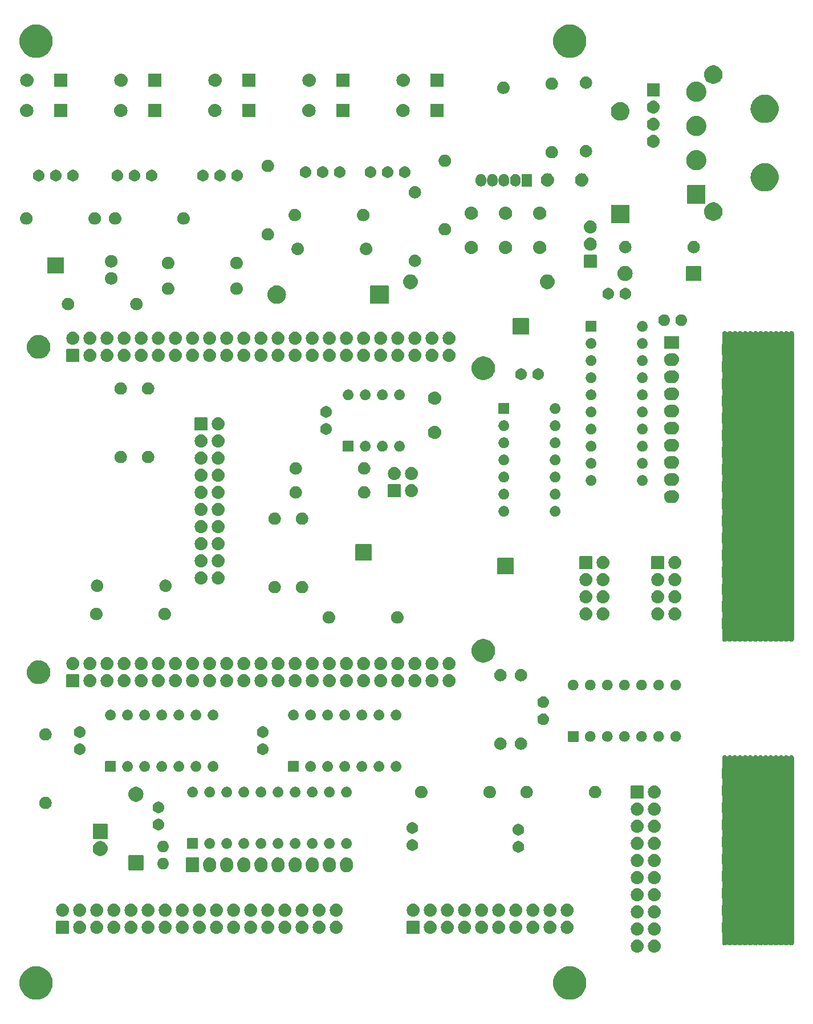
<source format=gbs>
%TF.GenerationSoftware,KiCad,Pcbnew,7.0.9-1.fc37*%
%TF.CreationDate,2023-11-18T16:33:54-05:00*%
%TF.ProjectId,top,746f702e-6b69-4636-9164-5f7063625858,D*%
%TF.SameCoordinates,Original*%
%TF.FileFunction,Soldermask,Bot*%
%TF.FilePolarity,Negative*%
%FSLAX46Y46*%
G04 Gerber Fmt 4.6, Leading zero omitted, Abs format (unit mm)*
G04 Created by KiCad (PCBNEW 7.0.9-1.fc37) date 2023-11-18 16:33:54*
%MOMM*%
%LPD*%
G01*
G04 APERTURE LIST*
G04 APERTURE END LIST*
G36*
X122638050Y-155428366D02*
G01*
X122939281Y-155505709D01*
X123228442Y-155620196D01*
X123500975Y-155770022D01*
X123752581Y-155952824D01*
X123979291Y-156165719D01*
X124177531Y-156405350D01*
X124344173Y-156667937D01*
X124476591Y-156949340D01*
X124572696Y-157245119D01*
X124630972Y-157550612D01*
X124650500Y-157861000D01*
X124630972Y-158171388D01*
X124572696Y-158476881D01*
X124476591Y-158772660D01*
X124344173Y-159054063D01*
X124177531Y-159316650D01*
X123979291Y-159556281D01*
X123752581Y-159769176D01*
X123500975Y-159951978D01*
X123228442Y-160101804D01*
X122939281Y-160216291D01*
X122638050Y-160293634D01*
X122329501Y-160332613D01*
X122018499Y-160332613D01*
X121709950Y-160293634D01*
X121408719Y-160216291D01*
X121119558Y-160101804D01*
X120847025Y-159951978D01*
X120595419Y-159769176D01*
X120368709Y-159556281D01*
X120170469Y-159316650D01*
X120003827Y-159054063D01*
X119871409Y-158772660D01*
X119775304Y-158476881D01*
X119717028Y-158171388D01*
X119697500Y-157861000D01*
X119717028Y-157550612D01*
X119775304Y-157245119D01*
X119871409Y-156949340D01*
X120003827Y-156667937D01*
X120170469Y-156405350D01*
X120368709Y-156165719D01*
X120595419Y-155952824D01*
X120847025Y-155770022D01*
X121119558Y-155620196D01*
X121408719Y-155505709D01*
X121709950Y-155428366D01*
X122018499Y-155389387D01*
X122329501Y-155389387D01*
X122638050Y-155428366D01*
G37*
G36*
X201886050Y-155428366D02*
G01*
X202187281Y-155505709D01*
X202476442Y-155620196D01*
X202748975Y-155770022D01*
X203000581Y-155952824D01*
X203227291Y-156165719D01*
X203425531Y-156405350D01*
X203592173Y-156667937D01*
X203724591Y-156949340D01*
X203820696Y-157245119D01*
X203878972Y-157550612D01*
X203898500Y-157861000D01*
X203878972Y-158171388D01*
X203820696Y-158476881D01*
X203724591Y-158772660D01*
X203592173Y-159054063D01*
X203425531Y-159316650D01*
X203227291Y-159556281D01*
X203000581Y-159769176D01*
X202748975Y-159951978D01*
X202476442Y-160101804D01*
X202187281Y-160216291D01*
X201886050Y-160293634D01*
X201577501Y-160332613D01*
X201266499Y-160332613D01*
X200957950Y-160293634D01*
X200656719Y-160216291D01*
X200367558Y-160101804D01*
X200095025Y-159951978D01*
X199843419Y-159769176D01*
X199616709Y-159556281D01*
X199418469Y-159316650D01*
X199251827Y-159054063D01*
X199119409Y-158772660D01*
X199023304Y-158476881D01*
X198965028Y-158171388D01*
X198945500Y-157861000D01*
X198965028Y-157550612D01*
X199023304Y-157245119D01*
X199119409Y-156949340D01*
X199251827Y-156667937D01*
X199418469Y-156405350D01*
X199616709Y-156165719D01*
X199843419Y-155952824D01*
X200095025Y-155770022D01*
X200367558Y-155620196D01*
X200656719Y-155505709D01*
X200957950Y-155428366D01*
X201266499Y-155389387D01*
X201577501Y-155389387D01*
X201886050Y-155428366D01*
G37*
G36*
X211643301Y-151453346D02*
G01*
X211824366Y-151508271D01*
X211991236Y-151597466D01*
X212137499Y-151717501D01*
X212257534Y-151863764D01*
X212346729Y-152030634D01*
X212401654Y-152211699D01*
X212420200Y-152400000D01*
X212401654Y-152588301D01*
X212346729Y-152769366D01*
X212257534Y-152936236D01*
X212137499Y-153082499D01*
X211991236Y-153202534D01*
X211824366Y-153291729D01*
X211643301Y-153346654D01*
X211455000Y-153365200D01*
X211266699Y-153346654D01*
X211085634Y-153291729D01*
X210918764Y-153202534D01*
X210772501Y-153082499D01*
X210652466Y-152936236D01*
X210563271Y-152769366D01*
X210508346Y-152588301D01*
X210489800Y-152400000D01*
X210508346Y-152211699D01*
X210563271Y-152030634D01*
X210652466Y-151863764D01*
X210772501Y-151717501D01*
X210918764Y-151597466D01*
X211085634Y-151508271D01*
X211266699Y-151453346D01*
X211455000Y-151434800D01*
X211643301Y-151453346D01*
G37*
G36*
X214183301Y-151453346D02*
G01*
X214364366Y-151508271D01*
X214531236Y-151597466D01*
X214677499Y-151717501D01*
X214797534Y-151863764D01*
X214886729Y-152030634D01*
X214941654Y-152211699D01*
X214960200Y-152400000D01*
X214941654Y-152588301D01*
X214886729Y-152769366D01*
X214797534Y-152936236D01*
X214677499Y-153082499D01*
X214531236Y-153202534D01*
X214364366Y-153291729D01*
X214183301Y-153346654D01*
X213995000Y-153365200D01*
X213806699Y-153346654D01*
X213625634Y-153291729D01*
X213458764Y-153202534D01*
X213312501Y-153082499D01*
X213192466Y-152936236D01*
X213103271Y-152769366D01*
X213048346Y-152588301D01*
X213029800Y-152400000D01*
X213048346Y-152211699D01*
X213103271Y-152030634D01*
X213192466Y-151863764D01*
X213312501Y-151717501D01*
X213458764Y-151597466D01*
X213625634Y-151508271D01*
X213806699Y-151453346D01*
X213995000Y-151434800D01*
X214183301Y-151453346D01*
G37*
G36*
X234385865Y-124060875D02*
G01*
X234433930Y-124064858D01*
X234446883Y-124070539D01*
X234457989Y-124072299D01*
X234501903Y-124094674D01*
X234548787Y-124115240D01*
X234556871Y-124122682D01*
X234564066Y-124126348D01*
X234601287Y-124163569D01*
X234641063Y-124200185D01*
X234644789Y-124207071D01*
X234648251Y-124210533D01*
X234673827Y-124260728D01*
X234700756Y-124310490D01*
X234701522Y-124315084D01*
X234702300Y-124316610D01*
X234712059Y-124378226D01*
X234721400Y-124434200D01*
X234721400Y-151917000D01*
X234716204Y-151979711D01*
X234706527Y-152007895D01*
X234702300Y-152034589D01*
X234687168Y-152064285D01*
X234675479Y-152098336D01*
X234659090Y-152119391D01*
X234648251Y-152140666D01*
X234622453Y-152166463D01*
X234598444Y-152197311D01*
X234578718Y-152210198D01*
X234564066Y-152224851D01*
X234528744Y-152242848D01*
X234493446Y-152265910D01*
X234473639Y-152270925D01*
X234457989Y-152278900D01*
X234415697Y-152285598D01*
X234371863Y-152296699D01*
X234354630Y-152295271D01*
X234340400Y-152297525D01*
X234294946Y-152290325D01*
X234246870Y-152286342D01*
X234233913Y-152280658D01*
X234222810Y-152278900D01*
X234178903Y-152256528D01*
X234132013Y-152235960D01*
X234123927Y-152228516D01*
X234116733Y-152224851D01*
X234079512Y-152187630D01*
X234039737Y-152151015D01*
X234036010Y-152144128D01*
X234032548Y-152140666D01*
X234006965Y-152090457D01*
X233981243Y-152042926D01*
X233936053Y-152042926D01*
X233925167Y-152064289D01*
X233913479Y-152098336D01*
X233897091Y-152119390D01*
X233886251Y-152140666D01*
X233860453Y-152166463D01*
X233836444Y-152197311D01*
X233816718Y-152210198D01*
X233802066Y-152224851D01*
X233766744Y-152242848D01*
X233731446Y-152265910D01*
X233711639Y-152270925D01*
X233695989Y-152278900D01*
X233653697Y-152285598D01*
X233609863Y-152296699D01*
X233592630Y-152295271D01*
X233578400Y-152297525D01*
X233532946Y-152290325D01*
X233484870Y-152286342D01*
X233471913Y-152280658D01*
X233460810Y-152278900D01*
X233416903Y-152256528D01*
X233370013Y-152235960D01*
X233361927Y-152228516D01*
X233354733Y-152224851D01*
X233317512Y-152187630D01*
X233277737Y-152151015D01*
X233274010Y-152144128D01*
X233270548Y-152140666D01*
X233244965Y-152090457D01*
X233219243Y-152042926D01*
X233174053Y-152042926D01*
X233163167Y-152064289D01*
X233151479Y-152098336D01*
X233135091Y-152119390D01*
X233124251Y-152140666D01*
X233098453Y-152166463D01*
X233074444Y-152197311D01*
X233054718Y-152210198D01*
X233040066Y-152224851D01*
X233004744Y-152242848D01*
X232969446Y-152265910D01*
X232949639Y-152270925D01*
X232933989Y-152278900D01*
X232891697Y-152285598D01*
X232847863Y-152296699D01*
X232830630Y-152295271D01*
X232816400Y-152297525D01*
X232770946Y-152290325D01*
X232722870Y-152286342D01*
X232709913Y-152280658D01*
X232698810Y-152278900D01*
X232654903Y-152256528D01*
X232608013Y-152235960D01*
X232599927Y-152228516D01*
X232592733Y-152224851D01*
X232555512Y-152187630D01*
X232515737Y-152151015D01*
X232512010Y-152144128D01*
X232508548Y-152140666D01*
X232482965Y-152090457D01*
X232457243Y-152042926D01*
X232412053Y-152042926D01*
X232401167Y-152064289D01*
X232389479Y-152098336D01*
X232373091Y-152119390D01*
X232362251Y-152140666D01*
X232336453Y-152166463D01*
X232312444Y-152197311D01*
X232292718Y-152210198D01*
X232278066Y-152224851D01*
X232242744Y-152242848D01*
X232207446Y-152265910D01*
X232187639Y-152270925D01*
X232171989Y-152278900D01*
X232129697Y-152285598D01*
X232085863Y-152296699D01*
X232068630Y-152295271D01*
X232054400Y-152297525D01*
X232008946Y-152290325D01*
X231960870Y-152286342D01*
X231947913Y-152280658D01*
X231936810Y-152278900D01*
X231892903Y-152256528D01*
X231846013Y-152235960D01*
X231837927Y-152228516D01*
X231830733Y-152224851D01*
X231793512Y-152187630D01*
X231753737Y-152151015D01*
X231750010Y-152144128D01*
X231746548Y-152140666D01*
X231720965Y-152090457D01*
X231695243Y-152042926D01*
X231650053Y-152042926D01*
X231639167Y-152064289D01*
X231627479Y-152098336D01*
X231611091Y-152119390D01*
X231600251Y-152140666D01*
X231574453Y-152166463D01*
X231550444Y-152197311D01*
X231530718Y-152210198D01*
X231516066Y-152224851D01*
X231480744Y-152242848D01*
X231445446Y-152265910D01*
X231425639Y-152270925D01*
X231409989Y-152278900D01*
X231367697Y-152285598D01*
X231323863Y-152296699D01*
X231306630Y-152295271D01*
X231292400Y-152297525D01*
X231246946Y-152290325D01*
X231198870Y-152286342D01*
X231185913Y-152280658D01*
X231174810Y-152278900D01*
X231130903Y-152256528D01*
X231084013Y-152235960D01*
X231075927Y-152228516D01*
X231068733Y-152224851D01*
X231031512Y-152187630D01*
X230991737Y-152151015D01*
X230988010Y-152144128D01*
X230984548Y-152140666D01*
X230958965Y-152090457D01*
X230933243Y-152042926D01*
X230888053Y-152042926D01*
X230877167Y-152064289D01*
X230865479Y-152098336D01*
X230849091Y-152119390D01*
X230838251Y-152140666D01*
X230812453Y-152166463D01*
X230788444Y-152197311D01*
X230768718Y-152210198D01*
X230754066Y-152224851D01*
X230718744Y-152242848D01*
X230683446Y-152265910D01*
X230663639Y-152270925D01*
X230647989Y-152278900D01*
X230605697Y-152285598D01*
X230561863Y-152296699D01*
X230544630Y-152295271D01*
X230530400Y-152297525D01*
X230484946Y-152290325D01*
X230436870Y-152286342D01*
X230423913Y-152280658D01*
X230412810Y-152278900D01*
X230368903Y-152256528D01*
X230322013Y-152235960D01*
X230313927Y-152228516D01*
X230306733Y-152224851D01*
X230269512Y-152187630D01*
X230229737Y-152151015D01*
X230226010Y-152144128D01*
X230222548Y-152140666D01*
X230196965Y-152090457D01*
X230171243Y-152042926D01*
X230126053Y-152042926D01*
X230115167Y-152064289D01*
X230103479Y-152098336D01*
X230087091Y-152119390D01*
X230076251Y-152140666D01*
X230050453Y-152166463D01*
X230026444Y-152197311D01*
X230006718Y-152210198D01*
X229992066Y-152224851D01*
X229956744Y-152242848D01*
X229921446Y-152265910D01*
X229901639Y-152270925D01*
X229885989Y-152278900D01*
X229843697Y-152285598D01*
X229799863Y-152296699D01*
X229782630Y-152295271D01*
X229768400Y-152297525D01*
X229722946Y-152290325D01*
X229674870Y-152286342D01*
X229661913Y-152280658D01*
X229650810Y-152278900D01*
X229606903Y-152256528D01*
X229560013Y-152235960D01*
X229551927Y-152228516D01*
X229544733Y-152224851D01*
X229507512Y-152187630D01*
X229467737Y-152151015D01*
X229464010Y-152144128D01*
X229460548Y-152140666D01*
X229434965Y-152090457D01*
X229409243Y-152042926D01*
X229364053Y-152042926D01*
X229353167Y-152064289D01*
X229341479Y-152098336D01*
X229325091Y-152119390D01*
X229314251Y-152140666D01*
X229288453Y-152166463D01*
X229264444Y-152197311D01*
X229244718Y-152210198D01*
X229230066Y-152224851D01*
X229194744Y-152242848D01*
X229159446Y-152265910D01*
X229139639Y-152270925D01*
X229123989Y-152278900D01*
X229081697Y-152285598D01*
X229037863Y-152296699D01*
X229020630Y-152295271D01*
X229006400Y-152297525D01*
X228960946Y-152290325D01*
X228912870Y-152286342D01*
X228899913Y-152280658D01*
X228888810Y-152278900D01*
X228844903Y-152256528D01*
X228798013Y-152235960D01*
X228789927Y-152228516D01*
X228782733Y-152224851D01*
X228745512Y-152187630D01*
X228705737Y-152151015D01*
X228702010Y-152144128D01*
X228698548Y-152140666D01*
X228672965Y-152090457D01*
X228647243Y-152042926D01*
X228602053Y-152042926D01*
X228591167Y-152064289D01*
X228579479Y-152098336D01*
X228563091Y-152119390D01*
X228552251Y-152140666D01*
X228526453Y-152166463D01*
X228502444Y-152197311D01*
X228482718Y-152210198D01*
X228468066Y-152224851D01*
X228432744Y-152242848D01*
X228397446Y-152265910D01*
X228377639Y-152270925D01*
X228361989Y-152278900D01*
X228319697Y-152285598D01*
X228275863Y-152296699D01*
X228258630Y-152295271D01*
X228244400Y-152297525D01*
X228198946Y-152290325D01*
X228150870Y-152286342D01*
X228137913Y-152280658D01*
X228126810Y-152278900D01*
X228082903Y-152256528D01*
X228036013Y-152235960D01*
X228027927Y-152228516D01*
X228020733Y-152224851D01*
X227983512Y-152187630D01*
X227943737Y-152151015D01*
X227940010Y-152144128D01*
X227936548Y-152140666D01*
X227910965Y-152090457D01*
X227885243Y-152042926D01*
X227840053Y-152042926D01*
X227829167Y-152064289D01*
X227817479Y-152098336D01*
X227801091Y-152119390D01*
X227790251Y-152140666D01*
X227764453Y-152166463D01*
X227740444Y-152197311D01*
X227720718Y-152210198D01*
X227706066Y-152224851D01*
X227670744Y-152242848D01*
X227635446Y-152265910D01*
X227615639Y-152270925D01*
X227599989Y-152278900D01*
X227557697Y-152285598D01*
X227513863Y-152296699D01*
X227496630Y-152295271D01*
X227482400Y-152297525D01*
X227436946Y-152290325D01*
X227388870Y-152286342D01*
X227375913Y-152280658D01*
X227364810Y-152278900D01*
X227320903Y-152256528D01*
X227274013Y-152235960D01*
X227265927Y-152228516D01*
X227258733Y-152224851D01*
X227221512Y-152187630D01*
X227181737Y-152151015D01*
X227178010Y-152144128D01*
X227174548Y-152140666D01*
X227148965Y-152090457D01*
X227123243Y-152042926D01*
X227078053Y-152042926D01*
X227067167Y-152064289D01*
X227055479Y-152098336D01*
X227039091Y-152119390D01*
X227028251Y-152140666D01*
X227002453Y-152166463D01*
X226978444Y-152197311D01*
X226958718Y-152210198D01*
X226944066Y-152224851D01*
X226908744Y-152242848D01*
X226873446Y-152265910D01*
X226853639Y-152270925D01*
X226837989Y-152278900D01*
X226795697Y-152285598D01*
X226751863Y-152296699D01*
X226734630Y-152295271D01*
X226720400Y-152297525D01*
X226674946Y-152290325D01*
X226626870Y-152286342D01*
X226613913Y-152280658D01*
X226602810Y-152278900D01*
X226558903Y-152256528D01*
X226512013Y-152235960D01*
X226503927Y-152228516D01*
X226496733Y-152224851D01*
X226459512Y-152187630D01*
X226419737Y-152151015D01*
X226416010Y-152144128D01*
X226412548Y-152140666D01*
X226386965Y-152090457D01*
X226361243Y-152042926D01*
X226316053Y-152042926D01*
X226305167Y-152064289D01*
X226293479Y-152098336D01*
X226277091Y-152119390D01*
X226266251Y-152140666D01*
X226240453Y-152166463D01*
X226216444Y-152197311D01*
X226196718Y-152210198D01*
X226182066Y-152224851D01*
X226146744Y-152242848D01*
X226111446Y-152265910D01*
X226091639Y-152270925D01*
X226075989Y-152278900D01*
X226033697Y-152285598D01*
X225989863Y-152296699D01*
X225972630Y-152295271D01*
X225958400Y-152297525D01*
X225912946Y-152290325D01*
X225864870Y-152286342D01*
X225851913Y-152280658D01*
X225840810Y-152278900D01*
X225796903Y-152256528D01*
X225750013Y-152235960D01*
X225741927Y-152228516D01*
X225734733Y-152224851D01*
X225697512Y-152187630D01*
X225657737Y-152151015D01*
X225654010Y-152144128D01*
X225650548Y-152140666D01*
X225624965Y-152090457D01*
X225599243Y-152042926D01*
X225554053Y-152042926D01*
X225543167Y-152064289D01*
X225531479Y-152098336D01*
X225515091Y-152119390D01*
X225504251Y-152140666D01*
X225478453Y-152166463D01*
X225454444Y-152197311D01*
X225434718Y-152210198D01*
X225420066Y-152224851D01*
X225384744Y-152242848D01*
X225349446Y-152265910D01*
X225329639Y-152270925D01*
X225313989Y-152278900D01*
X225271697Y-152285598D01*
X225227863Y-152296699D01*
X225210630Y-152295271D01*
X225196400Y-152297525D01*
X225150946Y-152290325D01*
X225102870Y-152286342D01*
X225089913Y-152280658D01*
X225078810Y-152278900D01*
X225034903Y-152256528D01*
X224988013Y-152235960D01*
X224979927Y-152228516D01*
X224972733Y-152224851D01*
X224935512Y-152187630D01*
X224895737Y-152151015D01*
X224892010Y-152144128D01*
X224888548Y-152140666D01*
X224862965Y-152090457D01*
X224837243Y-152042926D01*
X224792053Y-152042926D01*
X224781167Y-152064289D01*
X224769479Y-152098336D01*
X224753091Y-152119390D01*
X224742251Y-152140666D01*
X224716453Y-152166463D01*
X224692444Y-152197311D01*
X224672718Y-152210198D01*
X224658066Y-152224851D01*
X224622744Y-152242848D01*
X224587446Y-152265910D01*
X224567639Y-152270925D01*
X224551989Y-152278900D01*
X224509697Y-152285598D01*
X224465863Y-152296699D01*
X224448630Y-152295271D01*
X224434400Y-152297525D01*
X224388946Y-152290325D01*
X224340870Y-152286342D01*
X224327913Y-152280658D01*
X224316810Y-152278900D01*
X224272903Y-152256528D01*
X224226013Y-152235960D01*
X224217927Y-152228516D01*
X224210733Y-152224851D01*
X224173512Y-152187630D01*
X224133737Y-152151015D01*
X224130010Y-152144128D01*
X224126548Y-152140666D01*
X224100964Y-152090455D01*
X224074044Y-152040710D01*
X224073277Y-152036116D01*
X224072499Y-152034589D01*
X224062734Y-151972934D01*
X224053400Y-151917000D01*
X224053400Y-150405907D01*
X224045780Y-150367600D01*
X224045780Y-148843600D01*
X224053400Y-148805292D01*
X224053400Y-147865907D01*
X224045780Y-147827600D01*
X224045780Y-146303600D01*
X224053400Y-146265292D01*
X224053400Y-145325907D01*
X224045780Y-145287600D01*
X224045780Y-143763600D01*
X224053400Y-143725292D01*
X224053400Y-142785907D01*
X224045780Y-142747600D01*
X224045780Y-141223600D01*
X224053400Y-141185292D01*
X224053400Y-140245907D01*
X224045780Y-140207600D01*
X224045780Y-138683600D01*
X224053400Y-138645292D01*
X224053400Y-137705907D01*
X224045780Y-137667600D01*
X224045780Y-136143600D01*
X224053400Y-136105292D01*
X224053400Y-135165907D01*
X224045780Y-135127600D01*
X224045780Y-133603600D01*
X224053400Y-133565292D01*
X224053400Y-132625907D01*
X224045780Y-132587600D01*
X224045780Y-131063600D01*
X224053400Y-131025292D01*
X224053400Y-130085907D01*
X224045780Y-130047600D01*
X224045780Y-128523600D01*
X224053400Y-128485292D01*
X224053400Y-127545907D01*
X224045780Y-127507600D01*
X224045780Y-125983600D01*
X224053400Y-125945292D01*
X224053400Y-124437198D01*
X224053400Y-124434200D01*
X224058596Y-124371489D01*
X224068270Y-124343309D01*
X224072499Y-124316610D01*
X224087634Y-124286905D01*
X224099321Y-124252864D01*
X224115704Y-124231814D01*
X224126548Y-124210533D01*
X224152353Y-124184727D01*
X224176356Y-124153889D01*
X224196075Y-124141005D01*
X224210733Y-124126348D01*
X224246066Y-124108344D01*
X224281354Y-124085290D01*
X224301154Y-124080275D01*
X224316810Y-124072299D01*
X224359113Y-124065598D01*
X224402937Y-124054501D01*
X224420165Y-124055928D01*
X224434400Y-124053674D01*
X224479865Y-124060875D01*
X224527930Y-124064858D01*
X224540883Y-124070539D01*
X224551989Y-124072299D01*
X224595903Y-124094674D01*
X224642787Y-124115240D01*
X224650871Y-124122682D01*
X224658066Y-124126348D01*
X224695287Y-124163569D01*
X224735063Y-124200185D01*
X224738789Y-124207071D01*
X224742251Y-124210533D01*
X224767835Y-124260743D01*
X224793556Y-124308273D01*
X224838747Y-124308273D01*
X224849634Y-124286905D01*
X224861321Y-124252864D01*
X224877704Y-124231814D01*
X224888548Y-124210533D01*
X224914353Y-124184727D01*
X224938356Y-124153889D01*
X224958075Y-124141005D01*
X224972733Y-124126348D01*
X225008066Y-124108344D01*
X225043354Y-124085290D01*
X225063154Y-124080275D01*
X225078810Y-124072299D01*
X225121113Y-124065598D01*
X225164937Y-124054501D01*
X225182165Y-124055928D01*
X225196400Y-124053674D01*
X225241865Y-124060875D01*
X225289930Y-124064858D01*
X225302883Y-124070539D01*
X225313989Y-124072299D01*
X225357903Y-124094674D01*
X225404787Y-124115240D01*
X225412871Y-124122682D01*
X225420066Y-124126348D01*
X225457287Y-124163569D01*
X225497063Y-124200185D01*
X225500789Y-124207071D01*
X225504251Y-124210533D01*
X225529835Y-124260743D01*
X225555556Y-124308273D01*
X225600747Y-124308273D01*
X225611634Y-124286905D01*
X225623321Y-124252864D01*
X225639704Y-124231814D01*
X225650548Y-124210533D01*
X225676353Y-124184727D01*
X225700356Y-124153889D01*
X225720075Y-124141005D01*
X225734733Y-124126348D01*
X225770066Y-124108344D01*
X225805354Y-124085290D01*
X225825154Y-124080275D01*
X225840810Y-124072299D01*
X225883113Y-124065598D01*
X225926937Y-124054501D01*
X225944165Y-124055928D01*
X225958400Y-124053674D01*
X226003865Y-124060875D01*
X226051930Y-124064858D01*
X226064883Y-124070539D01*
X226075989Y-124072299D01*
X226119903Y-124094674D01*
X226166787Y-124115240D01*
X226174871Y-124122682D01*
X226182066Y-124126348D01*
X226219287Y-124163569D01*
X226259063Y-124200185D01*
X226262789Y-124207071D01*
X226266251Y-124210533D01*
X226291835Y-124260743D01*
X226317556Y-124308273D01*
X226362747Y-124308273D01*
X226373634Y-124286905D01*
X226385321Y-124252864D01*
X226401704Y-124231814D01*
X226412548Y-124210533D01*
X226438353Y-124184727D01*
X226462356Y-124153889D01*
X226482075Y-124141005D01*
X226496733Y-124126348D01*
X226532066Y-124108344D01*
X226567354Y-124085290D01*
X226587154Y-124080275D01*
X226602810Y-124072299D01*
X226645113Y-124065598D01*
X226688937Y-124054501D01*
X226706165Y-124055928D01*
X226720400Y-124053674D01*
X226765865Y-124060875D01*
X226813930Y-124064858D01*
X226826883Y-124070539D01*
X226837989Y-124072299D01*
X226881903Y-124094674D01*
X226928787Y-124115240D01*
X226936871Y-124122682D01*
X226944066Y-124126348D01*
X226981287Y-124163569D01*
X227021063Y-124200185D01*
X227024789Y-124207071D01*
X227028251Y-124210533D01*
X227053835Y-124260743D01*
X227079556Y-124308273D01*
X227124747Y-124308273D01*
X227135634Y-124286905D01*
X227147321Y-124252864D01*
X227163704Y-124231814D01*
X227174548Y-124210533D01*
X227200353Y-124184727D01*
X227224356Y-124153889D01*
X227244075Y-124141005D01*
X227258733Y-124126348D01*
X227294066Y-124108344D01*
X227329354Y-124085290D01*
X227349154Y-124080275D01*
X227364810Y-124072299D01*
X227407113Y-124065598D01*
X227450937Y-124054501D01*
X227468165Y-124055928D01*
X227482400Y-124053674D01*
X227527865Y-124060875D01*
X227575930Y-124064858D01*
X227588883Y-124070539D01*
X227599989Y-124072299D01*
X227643903Y-124094674D01*
X227690787Y-124115240D01*
X227698871Y-124122682D01*
X227706066Y-124126348D01*
X227743287Y-124163569D01*
X227783063Y-124200185D01*
X227786789Y-124207071D01*
X227790251Y-124210533D01*
X227815835Y-124260743D01*
X227841556Y-124308273D01*
X227886747Y-124308273D01*
X227897634Y-124286905D01*
X227909321Y-124252864D01*
X227925704Y-124231814D01*
X227936548Y-124210533D01*
X227962353Y-124184727D01*
X227986356Y-124153889D01*
X228006075Y-124141005D01*
X228020733Y-124126348D01*
X228056066Y-124108344D01*
X228091354Y-124085290D01*
X228111154Y-124080275D01*
X228126810Y-124072299D01*
X228169113Y-124065598D01*
X228212937Y-124054501D01*
X228230165Y-124055928D01*
X228244400Y-124053674D01*
X228289865Y-124060875D01*
X228337930Y-124064858D01*
X228350883Y-124070539D01*
X228361989Y-124072299D01*
X228405903Y-124094674D01*
X228452787Y-124115240D01*
X228460871Y-124122682D01*
X228468066Y-124126348D01*
X228505287Y-124163569D01*
X228545063Y-124200185D01*
X228548789Y-124207071D01*
X228552251Y-124210533D01*
X228577835Y-124260743D01*
X228603556Y-124308273D01*
X228648747Y-124308273D01*
X228659634Y-124286905D01*
X228671321Y-124252864D01*
X228687704Y-124231814D01*
X228698548Y-124210533D01*
X228724353Y-124184727D01*
X228748356Y-124153889D01*
X228768075Y-124141005D01*
X228782733Y-124126348D01*
X228818066Y-124108344D01*
X228853354Y-124085290D01*
X228873154Y-124080275D01*
X228888810Y-124072299D01*
X228931113Y-124065598D01*
X228974937Y-124054501D01*
X228992165Y-124055928D01*
X229006400Y-124053674D01*
X229051865Y-124060875D01*
X229099930Y-124064858D01*
X229112883Y-124070539D01*
X229123989Y-124072299D01*
X229167903Y-124094674D01*
X229214787Y-124115240D01*
X229222871Y-124122682D01*
X229230066Y-124126348D01*
X229267287Y-124163569D01*
X229307063Y-124200185D01*
X229310789Y-124207071D01*
X229314251Y-124210533D01*
X229339835Y-124260743D01*
X229365556Y-124308273D01*
X229410747Y-124308273D01*
X229421634Y-124286905D01*
X229433321Y-124252864D01*
X229449704Y-124231814D01*
X229460548Y-124210533D01*
X229486353Y-124184727D01*
X229510356Y-124153889D01*
X229530075Y-124141005D01*
X229544733Y-124126348D01*
X229580066Y-124108344D01*
X229615354Y-124085290D01*
X229635154Y-124080275D01*
X229650810Y-124072299D01*
X229693113Y-124065598D01*
X229736937Y-124054501D01*
X229754165Y-124055928D01*
X229768400Y-124053674D01*
X229813865Y-124060875D01*
X229861930Y-124064858D01*
X229874883Y-124070539D01*
X229885989Y-124072299D01*
X229929903Y-124094674D01*
X229976787Y-124115240D01*
X229984871Y-124122682D01*
X229992066Y-124126348D01*
X230029287Y-124163569D01*
X230069063Y-124200185D01*
X230072789Y-124207071D01*
X230076251Y-124210533D01*
X230101835Y-124260743D01*
X230127556Y-124308273D01*
X230172747Y-124308273D01*
X230183634Y-124286905D01*
X230195321Y-124252864D01*
X230211704Y-124231814D01*
X230222548Y-124210533D01*
X230248353Y-124184727D01*
X230272356Y-124153889D01*
X230292075Y-124141005D01*
X230306733Y-124126348D01*
X230342066Y-124108344D01*
X230377354Y-124085290D01*
X230397154Y-124080275D01*
X230412810Y-124072299D01*
X230455113Y-124065598D01*
X230498937Y-124054501D01*
X230516165Y-124055928D01*
X230530400Y-124053674D01*
X230575865Y-124060875D01*
X230623930Y-124064858D01*
X230636883Y-124070539D01*
X230647989Y-124072299D01*
X230691903Y-124094674D01*
X230738787Y-124115240D01*
X230746871Y-124122682D01*
X230754066Y-124126348D01*
X230791287Y-124163569D01*
X230831063Y-124200185D01*
X230834789Y-124207071D01*
X230838251Y-124210533D01*
X230863835Y-124260743D01*
X230889556Y-124308273D01*
X230934747Y-124308273D01*
X230945634Y-124286905D01*
X230957321Y-124252864D01*
X230973704Y-124231814D01*
X230984548Y-124210533D01*
X231010353Y-124184727D01*
X231034356Y-124153889D01*
X231054075Y-124141005D01*
X231068733Y-124126348D01*
X231104066Y-124108344D01*
X231139354Y-124085290D01*
X231159154Y-124080275D01*
X231174810Y-124072299D01*
X231217113Y-124065598D01*
X231260937Y-124054501D01*
X231278165Y-124055928D01*
X231292400Y-124053674D01*
X231337865Y-124060875D01*
X231385930Y-124064858D01*
X231398883Y-124070539D01*
X231409989Y-124072299D01*
X231453903Y-124094674D01*
X231500787Y-124115240D01*
X231508871Y-124122682D01*
X231516066Y-124126348D01*
X231553287Y-124163569D01*
X231593063Y-124200185D01*
X231596789Y-124207071D01*
X231600251Y-124210533D01*
X231625835Y-124260743D01*
X231651556Y-124308273D01*
X231696747Y-124308273D01*
X231707634Y-124286905D01*
X231719321Y-124252864D01*
X231735704Y-124231814D01*
X231746548Y-124210533D01*
X231772353Y-124184727D01*
X231796356Y-124153889D01*
X231816075Y-124141005D01*
X231830733Y-124126348D01*
X231866066Y-124108344D01*
X231901354Y-124085290D01*
X231921154Y-124080275D01*
X231936810Y-124072299D01*
X231979113Y-124065598D01*
X232022937Y-124054501D01*
X232040165Y-124055928D01*
X232054400Y-124053674D01*
X232099865Y-124060875D01*
X232147930Y-124064858D01*
X232160883Y-124070539D01*
X232171989Y-124072299D01*
X232215903Y-124094674D01*
X232262787Y-124115240D01*
X232270871Y-124122682D01*
X232278066Y-124126348D01*
X232315287Y-124163569D01*
X232355063Y-124200185D01*
X232358789Y-124207071D01*
X232362251Y-124210533D01*
X232387835Y-124260743D01*
X232413556Y-124308273D01*
X232458747Y-124308273D01*
X232469634Y-124286905D01*
X232481321Y-124252864D01*
X232497704Y-124231814D01*
X232508548Y-124210533D01*
X232534353Y-124184727D01*
X232558356Y-124153889D01*
X232578075Y-124141005D01*
X232592733Y-124126348D01*
X232628066Y-124108344D01*
X232663354Y-124085290D01*
X232683154Y-124080275D01*
X232698810Y-124072299D01*
X232741113Y-124065598D01*
X232784937Y-124054501D01*
X232802165Y-124055928D01*
X232816400Y-124053674D01*
X232861865Y-124060875D01*
X232909930Y-124064858D01*
X232922883Y-124070539D01*
X232933989Y-124072299D01*
X232977903Y-124094674D01*
X233024787Y-124115240D01*
X233032871Y-124122682D01*
X233040066Y-124126348D01*
X233077287Y-124163569D01*
X233117063Y-124200185D01*
X233120789Y-124207071D01*
X233124251Y-124210533D01*
X233149835Y-124260743D01*
X233175556Y-124308273D01*
X233220747Y-124308273D01*
X233231634Y-124286905D01*
X233243321Y-124252864D01*
X233259704Y-124231814D01*
X233270548Y-124210533D01*
X233296353Y-124184727D01*
X233320356Y-124153889D01*
X233340075Y-124141005D01*
X233354733Y-124126348D01*
X233390066Y-124108344D01*
X233425354Y-124085290D01*
X233445154Y-124080275D01*
X233460810Y-124072299D01*
X233503113Y-124065598D01*
X233546937Y-124054501D01*
X233564165Y-124055928D01*
X233578400Y-124053674D01*
X233623865Y-124060875D01*
X233671930Y-124064858D01*
X233684883Y-124070539D01*
X233695989Y-124072299D01*
X233739903Y-124094674D01*
X233786787Y-124115240D01*
X233794871Y-124122682D01*
X233802066Y-124126348D01*
X233839287Y-124163569D01*
X233879063Y-124200185D01*
X233882789Y-124207071D01*
X233886251Y-124210533D01*
X233911835Y-124260743D01*
X233937556Y-124308273D01*
X233982747Y-124308273D01*
X233993634Y-124286905D01*
X234005321Y-124252864D01*
X234021704Y-124231814D01*
X234032548Y-124210533D01*
X234058353Y-124184727D01*
X234082356Y-124153889D01*
X234102075Y-124141005D01*
X234116733Y-124126348D01*
X234152066Y-124108344D01*
X234187354Y-124085290D01*
X234207154Y-124080275D01*
X234222810Y-124072299D01*
X234265113Y-124065598D01*
X234308937Y-124054501D01*
X234326165Y-124055928D01*
X234340400Y-124053674D01*
X234385865Y-124060875D01*
G37*
G36*
X211643301Y-148913346D02*
G01*
X211824366Y-148968271D01*
X211991236Y-149057466D01*
X212137499Y-149177501D01*
X212257534Y-149323764D01*
X212346729Y-149490634D01*
X212401654Y-149671699D01*
X212420200Y-149860000D01*
X212401654Y-150048301D01*
X212346729Y-150229366D01*
X212257534Y-150396236D01*
X212137499Y-150542499D01*
X211991236Y-150662534D01*
X211824366Y-150751729D01*
X211643301Y-150806654D01*
X211455000Y-150825200D01*
X211266699Y-150806654D01*
X211085634Y-150751729D01*
X210918764Y-150662534D01*
X210772501Y-150542499D01*
X210652466Y-150396236D01*
X210563271Y-150229366D01*
X210508346Y-150048301D01*
X210489800Y-149860000D01*
X210508346Y-149671699D01*
X210563271Y-149490634D01*
X210652466Y-149323764D01*
X210772501Y-149177501D01*
X210918764Y-149057466D01*
X211085634Y-148968271D01*
X211266699Y-148913346D01*
X211455000Y-148894800D01*
X211643301Y-148913346D01*
G37*
G36*
X214183301Y-148913346D02*
G01*
X214364366Y-148968271D01*
X214531236Y-149057466D01*
X214677499Y-149177501D01*
X214797534Y-149323764D01*
X214886729Y-149490634D01*
X214941654Y-149671699D01*
X214960200Y-149860000D01*
X214941654Y-150048301D01*
X214886729Y-150229366D01*
X214797534Y-150396236D01*
X214677499Y-150542499D01*
X214531236Y-150662534D01*
X214364366Y-150751729D01*
X214183301Y-150806654D01*
X213995000Y-150825200D01*
X213806699Y-150806654D01*
X213625634Y-150751729D01*
X213458764Y-150662534D01*
X213312501Y-150542499D01*
X213192466Y-150396236D01*
X213103271Y-150229366D01*
X213048346Y-150048301D01*
X213029800Y-149860000D01*
X213048346Y-149671699D01*
X213103271Y-149490634D01*
X213192466Y-149323764D01*
X213312501Y-149177501D01*
X213458764Y-149057466D01*
X213625634Y-148968271D01*
X213806699Y-148913346D01*
X213995000Y-148894800D01*
X214183301Y-148913346D01*
G37*
G36*
X127013481Y-148648534D02*
G01*
X127046442Y-148670558D01*
X127068466Y-148703519D01*
X127076200Y-148742400D01*
X127076200Y-150469600D01*
X127068466Y-150508481D01*
X127046442Y-150541442D01*
X127013481Y-150563466D01*
X126974600Y-150571200D01*
X125247400Y-150571200D01*
X125208519Y-150563466D01*
X125175558Y-150541442D01*
X125153534Y-150508481D01*
X125145800Y-150469600D01*
X125145800Y-148742400D01*
X125153534Y-148703519D01*
X125175558Y-148670558D01*
X125208519Y-148648534D01*
X125247400Y-148640800D01*
X126974600Y-148640800D01*
X127013481Y-148648534D01*
G37*
G36*
X128839301Y-148659346D02*
G01*
X129020366Y-148714271D01*
X129187236Y-148803466D01*
X129333499Y-148923501D01*
X129453534Y-149069764D01*
X129542729Y-149236634D01*
X129597654Y-149417699D01*
X129616200Y-149606000D01*
X129597654Y-149794301D01*
X129542729Y-149975366D01*
X129453534Y-150142236D01*
X129333499Y-150288499D01*
X129187236Y-150408534D01*
X129020366Y-150497729D01*
X128839301Y-150552654D01*
X128651000Y-150571200D01*
X128462699Y-150552654D01*
X128281634Y-150497729D01*
X128114764Y-150408534D01*
X127968501Y-150288499D01*
X127848466Y-150142236D01*
X127759271Y-149975366D01*
X127704346Y-149794301D01*
X127685800Y-149606000D01*
X127704346Y-149417699D01*
X127759271Y-149236634D01*
X127848466Y-149069764D01*
X127968501Y-148923501D01*
X128114764Y-148803466D01*
X128281634Y-148714271D01*
X128462699Y-148659346D01*
X128651000Y-148640800D01*
X128839301Y-148659346D01*
G37*
G36*
X131379301Y-148659346D02*
G01*
X131560366Y-148714271D01*
X131727236Y-148803466D01*
X131873499Y-148923501D01*
X131993534Y-149069764D01*
X132082729Y-149236634D01*
X132137654Y-149417699D01*
X132156200Y-149606000D01*
X132137654Y-149794301D01*
X132082729Y-149975366D01*
X131993534Y-150142236D01*
X131873499Y-150288499D01*
X131727236Y-150408534D01*
X131560366Y-150497729D01*
X131379301Y-150552654D01*
X131191000Y-150571200D01*
X131002699Y-150552654D01*
X130821634Y-150497729D01*
X130654764Y-150408534D01*
X130508501Y-150288499D01*
X130388466Y-150142236D01*
X130299271Y-149975366D01*
X130244346Y-149794301D01*
X130225800Y-149606000D01*
X130244346Y-149417699D01*
X130299271Y-149236634D01*
X130388466Y-149069764D01*
X130508501Y-148923501D01*
X130654764Y-148803466D01*
X130821634Y-148714271D01*
X131002699Y-148659346D01*
X131191000Y-148640800D01*
X131379301Y-148659346D01*
G37*
G36*
X133919301Y-148659346D02*
G01*
X134100366Y-148714271D01*
X134267236Y-148803466D01*
X134413499Y-148923501D01*
X134533534Y-149069764D01*
X134622729Y-149236634D01*
X134677654Y-149417699D01*
X134696200Y-149606000D01*
X134677654Y-149794301D01*
X134622729Y-149975366D01*
X134533534Y-150142236D01*
X134413499Y-150288499D01*
X134267236Y-150408534D01*
X134100366Y-150497729D01*
X133919301Y-150552654D01*
X133731000Y-150571200D01*
X133542699Y-150552654D01*
X133361634Y-150497729D01*
X133194764Y-150408534D01*
X133048501Y-150288499D01*
X132928466Y-150142236D01*
X132839271Y-149975366D01*
X132784346Y-149794301D01*
X132765800Y-149606000D01*
X132784346Y-149417699D01*
X132839271Y-149236634D01*
X132928466Y-149069764D01*
X133048501Y-148923501D01*
X133194764Y-148803466D01*
X133361634Y-148714271D01*
X133542699Y-148659346D01*
X133731000Y-148640800D01*
X133919301Y-148659346D01*
G37*
G36*
X136459301Y-148659346D02*
G01*
X136640366Y-148714271D01*
X136807236Y-148803466D01*
X136953499Y-148923501D01*
X137073534Y-149069764D01*
X137162729Y-149236634D01*
X137217654Y-149417699D01*
X137236200Y-149606000D01*
X137217654Y-149794301D01*
X137162729Y-149975366D01*
X137073534Y-150142236D01*
X136953499Y-150288499D01*
X136807236Y-150408534D01*
X136640366Y-150497729D01*
X136459301Y-150552654D01*
X136271000Y-150571200D01*
X136082699Y-150552654D01*
X135901634Y-150497729D01*
X135734764Y-150408534D01*
X135588501Y-150288499D01*
X135468466Y-150142236D01*
X135379271Y-149975366D01*
X135324346Y-149794301D01*
X135305800Y-149606000D01*
X135324346Y-149417699D01*
X135379271Y-149236634D01*
X135468466Y-149069764D01*
X135588501Y-148923501D01*
X135734764Y-148803466D01*
X135901634Y-148714271D01*
X136082699Y-148659346D01*
X136271000Y-148640800D01*
X136459301Y-148659346D01*
G37*
G36*
X138999301Y-148659346D02*
G01*
X139180366Y-148714271D01*
X139347236Y-148803466D01*
X139493499Y-148923501D01*
X139613534Y-149069764D01*
X139702729Y-149236634D01*
X139757654Y-149417699D01*
X139776200Y-149606000D01*
X139757654Y-149794301D01*
X139702729Y-149975366D01*
X139613534Y-150142236D01*
X139493499Y-150288499D01*
X139347236Y-150408534D01*
X139180366Y-150497729D01*
X138999301Y-150552654D01*
X138811000Y-150571200D01*
X138622699Y-150552654D01*
X138441634Y-150497729D01*
X138274764Y-150408534D01*
X138128501Y-150288499D01*
X138008466Y-150142236D01*
X137919271Y-149975366D01*
X137864346Y-149794301D01*
X137845800Y-149606000D01*
X137864346Y-149417699D01*
X137919271Y-149236634D01*
X138008466Y-149069764D01*
X138128501Y-148923501D01*
X138274764Y-148803466D01*
X138441634Y-148714271D01*
X138622699Y-148659346D01*
X138811000Y-148640800D01*
X138999301Y-148659346D01*
G37*
G36*
X141539301Y-148659346D02*
G01*
X141720366Y-148714271D01*
X141887236Y-148803466D01*
X142033499Y-148923501D01*
X142153534Y-149069764D01*
X142242729Y-149236634D01*
X142297654Y-149417699D01*
X142316200Y-149606000D01*
X142297654Y-149794301D01*
X142242729Y-149975366D01*
X142153534Y-150142236D01*
X142033499Y-150288499D01*
X141887236Y-150408534D01*
X141720366Y-150497729D01*
X141539301Y-150552654D01*
X141351000Y-150571200D01*
X141162699Y-150552654D01*
X140981634Y-150497729D01*
X140814764Y-150408534D01*
X140668501Y-150288499D01*
X140548466Y-150142236D01*
X140459271Y-149975366D01*
X140404346Y-149794301D01*
X140385800Y-149606000D01*
X140404346Y-149417699D01*
X140459271Y-149236634D01*
X140548466Y-149069764D01*
X140668501Y-148923501D01*
X140814764Y-148803466D01*
X140981634Y-148714271D01*
X141162699Y-148659346D01*
X141351000Y-148640800D01*
X141539301Y-148659346D01*
G37*
G36*
X144079301Y-148659346D02*
G01*
X144260366Y-148714271D01*
X144427236Y-148803466D01*
X144573499Y-148923501D01*
X144693534Y-149069764D01*
X144782729Y-149236634D01*
X144837654Y-149417699D01*
X144856200Y-149606000D01*
X144837654Y-149794301D01*
X144782729Y-149975366D01*
X144693534Y-150142236D01*
X144573499Y-150288499D01*
X144427236Y-150408534D01*
X144260366Y-150497729D01*
X144079301Y-150552654D01*
X143891000Y-150571200D01*
X143702699Y-150552654D01*
X143521634Y-150497729D01*
X143354764Y-150408534D01*
X143208501Y-150288499D01*
X143088466Y-150142236D01*
X142999271Y-149975366D01*
X142944346Y-149794301D01*
X142925800Y-149606000D01*
X142944346Y-149417699D01*
X142999271Y-149236634D01*
X143088466Y-149069764D01*
X143208501Y-148923501D01*
X143354764Y-148803466D01*
X143521634Y-148714271D01*
X143702699Y-148659346D01*
X143891000Y-148640800D01*
X144079301Y-148659346D01*
G37*
G36*
X146619301Y-148659346D02*
G01*
X146800366Y-148714271D01*
X146967236Y-148803466D01*
X147113499Y-148923501D01*
X147233534Y-149069764D01*
X147322729Y-149236634D01*
X147377654Y-149417699D01*
X147396200Y-149606000D01*
X147377654Y-149794301D01*
X147322729Y-149975366D01*
X147233534Y-150142236D01*
X147113499Y-150288499D01*
X146967236Y-150408534D01*
X146800366Y-150497729D01*
X146619301Y-150552654D01*
X146431000Y-150571200D01*
X146242699Y-150552654D01*
X146061634Y-150497729D01*
X145894764Y-150408534D01*
X145748501Y-150288499D01*
X145628466Y-150142236D01*
X145539271Y-149975366D01*
X145484346Y-149794301D01*
X145465800Y-149606000D01*
X145484346Y-149417699D01*
X145539271Y-149236634D01*
X145628466Y-149069764D01*
X145748501Y-148923501D01*
X145894764Y-148803466D01*
X146061634Y-148714271D01*
X146242699Y-148659346D01*
X146431000Y-148640800D01*
X146619301Y-148659346D01*
G37*
G36*
X149159301Y-148659346D02*
G01*
X149340366Y-148714271D01*
X149507236Y-148803466D01*
X149653499Y-148923501D01*
X149773534Y-149069764D01*
X149862729Y-149236634D01*
X149917654Y-149417699D01*
X149936200Y-149606000D01*
X149917654Y-149794301D01*
X149862729Y-149975366D01*
X149773534Y-150142236D01*
X149653499Y-150288499D01*
X149507236Y-150408534D01*
X149340366Y-150497729D01*
X149159301Y-150552654D01*
X148971000Y-150571200D01*
X148782699Y-150552654D01*
X148601634Y-150497729D01*
X148434764Y-150408534D01*
X148288501Y-150288499D01*
X148168466Y-150142236D01*
X148079271Y-149975366D01*
X148024346Y-149794301D01*
X148005800Y-149606000D01*
X148024346Y-149417699D01*
X148079271Y-149236634D01*
X148168466Y-149069764D01*
X148288501Y-148923501D01*
X148434764Y-148803466D01*
X148601634Y-148714271D01*
X148782699Y-148659346D01*
X148971000Y-148640800D01*
X149159301Y-148659346D01*
G37*
G36*
X151699301Y-148659346D02*
G01*
X151880366Y-148714271D01*
X152047236Y-148803466D01*
X152193499Y-148923501D01*
X152313534Y-149069764D01*
X152402729Y-149236634D01*
X152457654Y-149417699D01*
X152476200Y-149606000D01*
X152457654Y-149794301D01*
X152402729Y-149975366D01*
X152313534Y-150142236D01*
X152193499Y-150288499D01*
X152047236Y-150408534D01*
X151880366Y-150497729D01*
X151699301Y-150552654D01*
X151511000Y-150571200D01*
X151322699Y-150552654D01*
X151141634Y-150497729D01*
X150974764Y-150408534D01*
X150828501Y-150288499D01*
X150708466Y-150142236D01*
X150619271Y-149975366D01*
X150564346Y-149794301D01*
X150545800Y-149606000D01*
X150564346Y-149417699D01*
X150619271Y-149236634D01*
X150708466Y-149069764D01*
X150828501Y-148923501D01*
X150974764Y-148803466D01*
X151141634Y-148714271D01*
X151322699Y-148659346D01*
X151511000Y-148640800D01*
X151699301Y-148659346D01*
G37*
G36*
X154239301Y-148659346D02*
G01*
X154420366Y-148714271D01*
X154587236Y-148803466D01*
X154733499Y-148923501D01*
X154853534Y-149069764D01*
X154942729Y-149236634D01*
X154997654Y-149417699D01*
X155016200Y-149606000D01*
X154997654Y-149794301D01*
X154942729Y-149975366D01*
X154853534Y-150142236D01*
X154733499Y-150288499D01*
X154587236Y-150408534D01*
X154420366Y-150497729D01*
X154239301Y-150552654D01*
X154051000Y-150571200D01*
X153862699Y-150552654D01*
X153681634Y-150497729D01*
X153514764Y-150408534D01*
X153368501Y-150288499D01*
X153248466Y-150142236D01*
X153159271Y-149975366D01*
X153104346Y-149794301D01*
X153085800Y-149606000D01*
X153104346Y-149417699D01*
X153159271Y-149236634D01*
X153248466Y-149069764D01*
X153368501Y-148923501D01*
X153514764Y-148803466D01*
X153681634Y-148714271D01*
X153862699Y-148659346D01*
X154051000Y-148640800D01*
X154239301Y-148659346D01*
G37*
G36*
X156779301Y-148659346D02*
G01*
X156960366Y-148714271D01*
X157127236Y-148803466D01*
X157273499Y-148923501D01*
X157393534Y-149069764D01*
X157482729Y-149236634D01*
X157537654Y-149417699D01*
X157556200Y-149606000D01*
X157537654Y-149794301D01*
X157482729Y-149975366D01*
X157393534Y-150142236D01*
X157273499Y-150288499D01*
X157127236Y-150408534D01*
X156960366Y-150497729D01*
X156779301Y-150552654D01*
X156591000Y-150571200D01*
X156402699Y-150552654D01*
X156221634Y-150497729D01*
X156054764Y-150408534D01*
X155908501Y-150288499D01*
X155788466Y-150142236D01*
X155699271Y-149975366D01*
X155644346Y-149794301D01*
X155625800Y-149606000D01*
X155644346Y-149417699D01*
X155699271Y-149236634D01*
X155788466Y-149069764D01*
X155908501Y-148923501D01*
X156054764Y-148803466D01*
X156221634Y-148714271D01*
X156402699Y-148659346D01*
X156591000Y-148640800D01*
X156779301Y-148659346D01*
G37*
G36*
X159319301Y-148659346D02*
G01*
X159500366Y-148714271D01*
X159667236Y-148803466D01*
X159813499Y-148923501D01*
X159933534Y-149069764D01*
X160022729Y-149236634D01*
X160077654Y-149417699D01*
X160096200Y-149606000D01*
X160077654Y-149794301D01*
X160022729Y-149975366D01*
X159933534Y-150142236D01*
X159813499Y-150288499D01*
X159667236Y-150408534D01*
X159500366Y-150497729D01*
X159319301Y-150552654D01*
X159131000Y-150571200D01*
X158942699Y-150552654D01*
X158761634Y-150497729D01*
X158594764Y-150408534D01*
X158448501Y-150288499D01*
X158328466Y-150142236D01*
X158239271Y-149975366D01*
X158184346Y-149794301D01*
X158165800Y-149606000D01*
X158184346Y-149417699D01*
X158239271Y-149236634D01*
X158328466Y-149069764D01*
X158448501Y-148923501D01*
X158594764Y-148803466D01*
X158761634Y-148714271D01*
X158942699Y-148659346D01*
X159131000Y-148640800D01*
X159319301Y-148659346D01*
G37*
G36*
X161859301Y-148659346D02*
G01*
X162040366Y-148714271D01*
X162207236Y-148803466D01*
X162353499Y-148923501D01*
X162473534Y-149069764D01*
X162562729Y-149236634D01*
X162617654Y-149417699D01*
X162636200Y-149606000D01*
X162617654Y-149794301D01*
X162562729Y-149975366D01*
X162473534Y-150142236D01*
X162353499Y-150288499D01*
X162207236Y-150408534D01*
X162040366Y-150497729D01*
X161859301Y-150552654D01*
X161671000Y-150571200D01*
X161482699Y-150552654D01*
X161301634Y-150497729D01*
X161134764Y-150408534D01*
X160988501Y-150288499D01*
X160868466Y-150142236D01*
X160779271Y-149975366D01*
X160724346Y-149794301D01*
X160705800Y-149606000D01*
X160724346Y-149417699D01*
X160779271Y-149236634D01*
X160868466Y-149069764D01*
X160988501Y-148923501D01*
X161134764Y-148803466D01*
X161301634Y-148714271D01*
X161482699Y-148659346D01*
X161671000Y-148640800D01*
X161859301Y-148659346D01*
G37*
G36*
X164399301Y-148659346D02*
G01*
X164580366Y-148714271D01*
X164747236Y-148803466D01*
X164893499Y-148923501D01*
X165013534Y-149069764D01*
X165102729Y-149236634D01*
X165157654Y-149417699D01*
X165176200Y-149606000D01*
X165157654Y-149794301D01*
X165102729Y-149975366D01*
X165013534Y-150142236D01*
X164893499Y-150288499D01*
X164747236Y-150408534D01*
X164580366Y-150497729D01*
X164399301Y-150552654D01*
X164211000Y-150571200D01*
X164022699Y-150552654D01*
X163841634Y-150497729D01*
X163674764Y-150408534D01*
X163528501Y-150288499D01*
X163408466Y-150142236D01*
X163319271Y-149975366D01*
X163264346Y-149794301D01*
X163245800Y-149606000D01*
X163264346Y-149417699D01*
X163319271Y-149236634D01*
X163408466Y-149069764D01*
X163528501Y-148923501D01*
X163674764Y-148803466D01*
X163841634Y-148714271D01*
X164022699Y-148659346D01*
X164211000Y-148640800D01*
X164399301Y-148659346D01*
G37*
G36*
X166939301Y-148659346D02*
G01*
X167120366Y-148714271D01*
X167287236Y-148803466D01*
X167433499Y-148923501D01*
X167553534Y-149069764D01*
X167642729Y-149236634D01*
X167697654Y-149417699D01*
X167716200Y-149606000D01*
X167697654Y-149794301D01*
X167642729Y-149975366D01*
X167553534Y-150142236D01*
X167433499Y-150288499D01*
X167287236Y-150408534D01*
X167120366Y-150497729D01*
X166939301Y-150552654D01*
X166751000Y-150571200D01*
X166562699Y-150552654D01*
X166381634Y-150497729D01*
X166214764Y-150408534D01*
X166068501Y-150288499D01*
X165948466Y-150142236D01*
X165859271Y-149975366D01*
X165804346Y-149794301D01*
X165785800Y-149606000D01*
X165804346Y-149417699D01*
X165859271Y-149236634D01*
X165948466Y-149069764D01*
X166068501Y-148923501D01*
X166214764Y-148803466D01*
X166381634Y-148714271D01*
X166562699Y-148659346D01*
X166751000Y-148640800D01*
X166939301Y-148659346D01*
G37*
G36*
X179083481Y-148648534D02*
G01*
X179116442Y-148670558D01*
X179138466Y-148703519D01*
X179146200Y-148742400D01*
X179146200Y-150469600D01*
X179138466Y-150508481D01*
X179116442Y-150541442D01*
X179083481Y-150563466D01*
X179044600Y-150571200D01*
X177317400Y-150571200D01*
X177278519Y-150563466D01*
X177245558Y-150541442D01*
X177223534Y-150508481D01*
X177215800Y-150469600D01*
X177215800Y-148742400D01*
X177223534Y-148703519D01*
X177245558Y-148670558D01*
X177278519Y-148648534D01*
X177317400Y-148640800D01*
X179044600Y-148640800D01*
X179083481Y-148648534D01*
G37*
G36*
X180909301Y-148659346D02*
G01*
X181090366Y-148714271D01*
X181257236Y-148803466D01*
X181403499Y-148923501D01*
X181523534Y-149069764D01*
X181612729Y-149236634D01*
X181667654Y-149417699D01*
X181686200Y-149606000D01*
X181667654Y-149794301D01*
X181612729Y-149975366D01*
X181523534Y-150142236D01*
X181403499Y-150288499D01*
X181257236Y-150408534D01*
X181090366Y-150497729D01*
X180909301Y-150552654D01*
X180721000Y-150571200D01*
X180532699Y-150552654D01*
X180351634Y-150497729D01*
X180184764Y-150408534D01*
X180038501Y-150288499D01*
X179918466Y-150142236D01*
X179829271Y-149975366D01*
X179774346Y-149794301D01*
X179755800Y-149606000D01*
X179774346Y-149417699D01*
X179829271Y-149236634D01*
X179918466Y-149069764D01*
X180038501Y-148923501D01*
X180184764Y-148803466D01*
X180351634Y-148714271D01*
X180532699Y-148659346D01*
X180721000Y-148640800D01*
X180909301Y-148659346D01*
G37*
G36*
X183449301Y-148659346D02*
G01*
X183630366Y-148714271D01*
X183797236Y-148803466D01*
X183943499Y-148923501D01*
X184063534Y-149069764D01*
X184152729Y-149236634D01*
X184207654Y-149417699D01*
X184226200Y-149606000D01*
X184207654Y-149794301D01*
X184152729Y-149975366D01*
X184063534Y-150142236D01*
X183943499Y-150288499D01*
X183797236Y-150408534D01*
X183630366Y-150497729D01*
X183449301Y-150552654D01*
X183261000Y-150571200D01*
X183072699Y-150552654D01*
X182891634Y-150497729D01*
X182724764Y-150408534D01*
X182578501Y-150288499D01*
X182458466Y-150142236D01*
X182369271Y-149975366D01*
X182314346Y-149794301D01*
X182295800Y-149606000D01*
X182314346Y-149417699D01*
X182369271Y-149236634D01*
X182458466Y-149069764D01*
X182578501Y-148923501D01*
X182724764Y-148803466D01*
X182891634Y-148714271D01*
X183072699Y-148659346D01*
X183261000Y-148640800D01*
X183449301Y-148659346D01*
G37*
G36*
X185989301Y-148659346D02*
G01*
X186170366Y-148714271D01*
X186337236Y-148803466D01*
X186483499Y-148923501D01*
X186603534Y-149069764D01*
X186692729Y-149236634D01*
X186747654Y-149417699D01*
X186766200Y-149606000D01*
X186747654Y-149794301D01*
X186692729Y-149975366D01*
X186603534Y-150142236D01*
X186483499Y-150288499D01*
X186337236Y-150408534D01*
X186170366Y-150497729D01*
X185989301Y-150552654D01*
X185801000Y-150571200D01*
X185612699Y-150552654D01*
X185431634Y-150497729D01*
X185264764Y-150408534D01*
X185118501Y-150288499D01*
X184998466Y-150142236D01*
X184909271Y-149975366D01*
X184854346Y-149794301D01*
X184835800Y-149606000D01*
X184854346Y-149417699D01*
X184909271Y-149236634D01*
X184998466Y-149069764D01*
X185118501Y-148923501D01*
X185264764Y-148803466D01*
X185431634Y-148714271D01*
X185612699Y-148659346D01*
X185801000Y-148640800D01*
X185989301Y-148659346D01*
G37*
G36*
X188529301Y-148659346D02*
G01*
X188710366Y-148714271D01*
X188877236Y-148803466D01*
X189023499Y-148923501D01*
X189143534Y-149069764D01*
X189232729Y-149236634D01*
X189287654Y-149417699D01*
X189306200Y-149606000D01*
X189287654Y-149794301D01*
X189232729Y-149975366D01*
X189143534Y-150142236D01*
X189023499Y-150288499D01*
X188877236Y-150408534D01*
X188710366Y-150497729D01*
X188529301Y-150552654D01*
X188341000Y-150571200D01*
X188152699Y-150552654D01*
X187971634Y-150497729D01*
X187804764Y-150408534D01*
X187658501Y-150288499D01*
X187538466Y-150142236D01*
X187449271Y-149975366D01*
X187394346Y-149794301D01*
X187375800Y-149606000D01*
X187394346Y-149417699D01*
X187449271Y-149236634D01*
X187538466Y-149069764D01*
X187658501Y-148923501D01*
X187804764Y-148803466D01*
X187971634Y-148714271D01*
X188152699Y-148659346D01*
X188341000Y-148640800D01*
X188529301Y-148659346D01*
G37*
G36*
X191069301Y-148659346D02*
G01*
X191250366Y-148714271D01*
X191417236Y-148803466D01*
X191563499Y-148923501D01*
X191683534Y-149069764D01*
X191772729Y-149236634D01*
X191827654Y-149417699D01*
X191846200Y-149606000D01*
X191827654Y-149794301D01*
X191772729Y-149975366D01*
X191683534Y-150142236D01*
X191563499Y-150288499D01*
X191417236Y-150408534D01*
X191250366Y-150497729D01*
X191069301Y-150552654D01*
X190881000Y-150571200D01*
X190692699Y-150552654D01*
X190511634Y-150497729D01*
X190344764Y-150408534D01*
X190198501Y-150288499D01*
X190078466Y-150142236D01*
X189989271Y-149975366D01*
X189934346Y-149794301D01*
X189915800Y-149606000D01*
X189934346Y-149417699D01*
X189989271Y-149236634D01*
X190078466Y-149069764D01*
X190198501Y-148923501D01*
X190344764Y-148803466D01*
X190511634Y-148714271D01*
X190692699Y-148659346D01*
X190881000Y-148640800D01*
X191069301Y-148659346D01*
G37*
G36*
X193609301Y-148659346D02*
G01*
X193790366Y-148714271D01*
X193957236Y-148803466D01*
X194103499Y-148923501D01*
X194223534Y-149069764D01*
X194312729Y-149236634D01*
X194367654Y-149417699D01*
X194386200Y-149606000D01*
X194367654Y-149794301D01*
X194312729Y-149975366D01*
X194223534Y-150142236D01*
X194103499Y-150288499D01*
X193957236Y-150408534D01*
X193790366Y-150497729D01*
X193609301Y-150552654D01*
X193421000Y-150571200D01*
X193232699Y-150552654D01*
X193051634Y-150497729D01*
X192884764Y-150408534D01*
X192738501Y-150288499D01*
X192618466Y-150142236D01*
X192529271Y-149975366D01*
X192474346Y-149794301D01*
X192455800Y-149606000D01*
X192474346Y-149417699D01*
X192529271Y-149236634D01*
X192618466Y-149069764D01*
X192738501Y-148923501D01*
X192884764Y-148803466D01*
X193051634Y-148714271D01*
X193232699Y-148659346D01*
X193421000Y-148640800D01*
X193609301Y-148659346D01*
G37*
G36*
X196149301Y-148659346D02*
G01*
X196330366Y-148714271D01*
X196497236Y-148803466D01*
X196643499Y-148923501D01*
X196763534Y-149069764D01*
X196852729Y-149236634D01*
X196907654Y-149417699D01*
X196926200Y-149606000D01*
X196907654Y-149794301D01*
X196852729Y-149975366D01*
X196763534Y-150142236D01*
X196643499Y-150288499D01*
X196497236Y-150408534D01*
X196330366Y-150497729D01*
X196149301Y-150552654D01*
X195961000Y-150571200D01*
X195772699Y-150552654D01*
X195591634Y-150497729D01*
X195424764Y-150408534D01*
X195278501Y-150288499D01*
X195158466Y-150142236D01*
X195069271Y-149975366D01*
X195014346Y-149794301D01*
X194995800Y-149606000D01*
X195014346Y-149417699D01*
X195069271Y-149236634D01*
X195158466Y-149069764D01*
X195278501Y-148923501D01*
X195424764Y-148803466D01*
X195591634Y-148714271D01*
X195772699Y-148659346D01*
X195961000Y-148640800D01*
X196149301Y-148659346D01*
G37*
G36*
X198689301Y-148659346D02*
G01*
X198870366Y-148714271D01*
X199037236Y-148803466D01*
X199183499Y-148923501D01*
X199303534Y-149069764D01*
X199392729Y-149236634D01*
X199447654Y-149417699D01*
X199466200Y-149606000D01*
X199447654Y-149794301D01*
X199392729Y-149975366D01*
X199303534Y-150142236D01*
X199183499Y-150288499D01*
X199037236Y-150408534D01*
X198870366Y-150497729D01*
X198689301Y-150552654D01*
X198501000Y-150571200D01*
X198312699Y-150552654D01*
X198131634Y-150497729D01*
X197964764Y-150408534D01*
X197818501Y-150288499D01*
X197698466Y-150142236D01*
X197609271Y-149975366D01*
X197554346Y-149794301D01*
X197535800Y-149606000D01*
X197554346Y-149417699D01*
X197609271Y-149236634D01*
X197698466Y-149069764D01*
X197818501Y-148923501D01*
X197964764Y-148803466D01*
X198131634Y-148714271D01*
X198312699Y-148659346D01*
X198501000Y-148640800D01*
X198689301Y-148659346D01*
G37*
G36*
X201229301Y-148659346D02*
G01*
X201410366Y-148714271D01*
X201577236Y-148803466D01*
X201723499Y-148923501D01*
X201843534Y-149069764D01*
X201932729Y-149236634D01*
X201987654Y-149417699D01*
X202006200Y-149606000D01*
X201987654Y-149794301D01*
X201932729Y-149975366D01*
X201843534Y-150142236D01*
X201723499Y-150288499D01*
X201577236Y-150408534D01*
X201410366Y-150497729D01*
X201229301Y-150552654D01*
X201041000Y-150571200D01*
X200852699Y-150552654D01*
X200671634Y-150497729D01*
X200504764Y-150408534D01*
X200358501Y-150288499D01*
X200238466Y-150142236D01*
X200149271Y-149975366D01*
X200094346Y-149794301D01*
X200075800Y-149606000D01*
X200094346Y-149417699D01*
X200149271Y-149236634D01*
X200238466Y-149069764D01*
X200358501Y-148923501D01*
X200504764Y-148803466D01*
X200671634Y-148714271D01*
X200852699Y-148659346D01*
X201041000Y-148640800D01*
X201229301Y-148659346D01*
G37*
G36*
X211643301Y-146373346D02*
G01*
X211824366Y-146428271D01*
X211991236Y-146517466D01*
X212137499Y-146637501D01*
X212257534Y-146783764D01*
X212346729Y-146950634D01*
X212401654Y-147131699D01*
X212420200Y-147320000D01*
X212401654Y-147508301D01*
X212346729Y-147689366D01*
X212257534Y-147856236D01*
X212137499Y-148002499D01*
X211991236Y-148122534D01*
X211824366Y-148211729D01*
X211643301Y-148266654D01*
X211455000Y-148285200D01*
X211266699Y-148266654D01*
X211085634Y-148211729D01*
X210918764Y-148122534D01*
X210772501Y-148002499D01*
X210652466Y-147856236D01*
X210563271Y-147689366D01*
X210508346Y-147508301D01*
X210489800Y-147320000D01*
X210508346Y-147131699D01*
X210563271Y-146950634D01*
X210652466Y-146783764D01*
X210772501Y-146637501D01*
X210918764Y-146517466D01*
X211085634Y-146428271D01*
X211266699Y-146373346D01*
X211455000Y-146354800D01*
X211643301Y-146373346D01*
G37*
G36*
X214183301Y-146373346D02*
G01*
X214364366Y-146428271D01*
X214531236Y-146517466D01*
X214677499Y-146637501D01*
X214797534Y-146783764D01*
X214886729Y-146950634D01*
X214941654Y-147131699D01*
X214960200Y-147320000D01*
X214941654Y-147508301D01*
X214886729Y-147689366D01*
X214797534Y-147856236D01*
X214677499Y-148002499D01*
X214531236Y-148122534D01*
X214364366Y-148211729D01*
X214183301Y-148266654D01*
X213995000Y-148285200D01*
X213806699Y-148266654D01*
X213625634Y-148211729D01*
X213458764Y-148122534D01*
X213312501Y-148002499D01*
X213192466Y-147856236D01*
X213103271Y-147689366D01*
X213048346Y-147508301D01*
X213029800Y-147320000D01*
X213048346Y-147131699D01*
X213103271Y-146950634D01*
X213192466Y-146783764D01*
X213312501Y-146637501D01*
X213458764Y-146517466D01*
X213625634Y-146428271D01*
X213806699Y-146373346D01*
X213995000Y-146354800D01*
X214183301Y-146373346D01*
G37*
G36*
X126299301Y-146119346D02*
G01*
X126480366Y-146174271D01*
X126647236Y-146263466D01*
X126793499Y-146383501D01*
X126913534Y-146529764D01*
X127002729Y-146696634D01*
X127057654Y-146877699D01*
X127076200Y-147066000D01*
X127057654Y-147254301D01*
X127002729Y-147435366D01*
X126913534Y-147602236D01*
X126793499Y-147748499D01*
X126647236Y-147868534D01*
X126480366Y-147957729D01*
X126299301Y-148012654D01*
X126111000Y-148031200D01*
X125922699Y-148012654D01*
X125741634Y-147957729D01*
X125574764Y-147868534D01*
X125428501Y-147748499D01*
X125308466Y-147602236D01*
X125219271Y-147435366D01*
X125164346Y-147254301D01*
X125145800Y-147066000D01*
X125164346Y-146877699D01*
X125219271Y-146696634D01*
X125308466Y-146529764D01*
X125428501Y-146383501D01*
X125574764Y-146263466D01*
X125741634Y-146174271D01*
X125922699Y-146119346D01*
X126111000Y-146100800D01*
X126299301Y-146119346D01*
G37*
G36*
X128839301Y-146119346D02*
G01*
X129020366Y-146174271D01*
X129187236Y-146263466D01*
X129333499Y-146383501D01*
X129453534Y-146529764D01*
X129542729Y-146696634D01*
X129597654Y-146877699D01*
X129616200Y-147066000D01*
X129597654Y-147254301D01*
X129542729Y-147435366D01*
X129453534Y-147602236D01*
X129333499Y-147748499D01*
X129187236Y-147868534D01*
X129020366Y-147957729D01*
X128839301Y-148012654D01*
X128651000Y-148031200D01*
X128462699Y-148012654D01*
X128281634Y-147957729D01*
X128114764Y-147868534D01*
X127968501Y-147748499D01*
X127848466Y-147602236D01*
X127759271Y-147435366D01*
X127704346Y-147254301D01*
X127685800Y-147066000D01*
X127704346Y-146877699D01*
X127759271Y-146696634D01*
X127848466Y-146529764D01*
X127968501Y-146383501D01*
X128114764Y-146263466D01*
X128281634Y-146174271D01*
X128462699Y-146119346D01*
X128651000Y-146100800D01*
X128839301Y-146119346D01*
G37*
G36*
X131379301Y-146119346D02*
G01*
X131560366Y-146174271D01*
X131727236Y-146263466D01*
X131873499Y-146383501D01*
X131993534Y-146529764D01*
X132082729Y-146696634D01*
X132137654Y-146877699D01*
X132156200Y-147066000D01*
X132137654Y-147254301D01*
X132082729Y-147435366D01*
X131993534Y-147602236D01*
X131873499Y-147748499D01*
X131727236Y-147868534D01*
X131560366Y-147957729D01*
X131379301Y-148012654D01*
X131191000Y-148031200D01*
X131002699Y-148012654D01*
X130821634Y-147957729D01*
X130654764Y-147868534D01*
X130508501Y-147748499D01*
X130388466Y-147602236D01*
X130299271Y-147435366D01*
X130244346Y-147254301D01*
X130225800Y-147066000D01*
X130244346Y-146877699D01*
X130299271Y-146696634D01*
X130388466Y-146529764D01*
X130508501Y-146383501D01*
X130654764Y-146263466D01*
X130821634Y-146174271D01*
X131002699Y-146119346D01*
X131191000Y-146100800D01*
X131379301Y-146119346D01*
G37*
G36*
X133919301Y-146119346D02*
G01*
X134100366Y-146174271D01*
X134267236Y-146263466D01*
X134413499Y-146383501D01*
X134533534Y-146529764D01*
X134622729Y-146696634D01*
X134677654Y-146877699D01*
X134696200Y-147066000D01*
X134677654Y-147254301D01*
X134622729Y-147435366D01*
X134533534Y-147602236D01*
X134413499Y-147748499D01*
X134267236Y-147868534D01*
X134100366Y-147957729D01*
X133919301Y-148012654D01*
X133731000Y-148031200D01*
X133542699Y-148012654D01*
X133361634Y-147957729D01*
X133194764Y-147868534D01*
X133048501Y-147748499D01*
X132928466Y-147602236D01*
X132839271Y-147435366D01*
X132784346Y-147254301D01*
X132765800Y-147066000D01*
X132784346Y-146877699D01*
X132839271Y-146696634D01*
X132928466Y-146529764D01*
X133048501Y-146383501D01*
X133194764Y-146263466D01*
X133361634Y-146174271D01*
X133542699Y-146119346D01*
X133731000Y-146100800D01*
X133919301Y-146119346D01*
G37*
G36*
X136459301Y-146119346D02*
G01*
X136640366Y-146174271D01*
X136807236Y-146263466D01*
X136953499Y-146383501D01*
X137073534Y-146529764D01*
X137162729Y-146696634D01*
X137217654Y-146877699D01*
X137236200Y-147066000D01*
X137217654Y-147254301D01*
X137162729Y-147435366D01*
X137073534Y-147602236D01*
X136953499Y-147748499D01*
X136807236Y-147868534D01*
X136640366Y-147957729D01*
X136459301Y-148012654D01*
X136271000Y-148031200D01*
X136082699Y-148012654D01*
X135901634Y-147957729D01*
X135734764Y-147868534D01*
X135588501Y-147748499D01*
X135468466Y-147602236D01*
X135379271Y-147435366D01*
X135324346Y-147254301D01*
X135305800Y-147066000D01*
X135324346Y-146877699D01*
X135379271Y-146696634D01*
X135468466Y-146529764D01*
X135588501Y-146383501D01*
X135734764Y-146263466D01*
X135901634Y-146174271D01*
X136082699Y-146119346D01*
X136271000Y-146100800D01*
X136459301Y-146119346D01*
G37*
G36*
X138999301Y-146119346D02*
G01*
X139180366Y-146174271D01*
X139347236Y-146263466D01*
X139493499Y-146383501D01*
X139613534Y-146529764D01*
X139702729Y-146696634D01*
X139757654Y-146877699D01*
X139776200Y-147066000D01*
X139757654Y-147254301D01*
X139702729Y-147435366D01*
X139613534Y-147602236D01*
X139493499Y-147748499D01*
X139347236Y-147868534D01*
X139180366Y-147957729D01*
X138999301Y-148012654D01*
X138811000Y-148031200D01*
X138622699Y-148012654D01*
X138441634Y-147957729D01*
X138274764Y-147868534D01*
X138128501Y-147748499D01*
X138008466Y-147602236D01*
X137919271Y-147435366D01*
X137864346Y-147254301D01*
X137845800Y-147066000D01*
X137864346Y-146877699D01*
X137919271Y-146696634D01*
X138008466Y-146529764D01*
X138128501Y-146383501D01*
X138274764Y-146263466D01*
X138441634Y-146174271D01*
X138622699Y-146119346D01*
X138811000Y-146100800D01*
X138999301Y-146119346D01*
G37*
G36*
X141539301Y-146119346D02*
G01*
X141720366Y-146174271D01*
X141887236Y-146263466D01*
X142033499Y-146383501D01*
X142153534Y-146529764D01*
X142242729Y-146696634D01*
X142297654Y-146877699D01*
X142316200Y-147066000D01*
X142297654Y-147254301D01*
X142242729Y-147435366D01*
X142153534Y-147602236D01*
X142033499Y-147748499D01*
X141887236Y-147868534D01*
X141720366Y-147957729D01*
X141539301Y-148012654D01*
X141351000Y-148031200D01*
X141162699Y-148012654D01*
X140981634Y-147957729D01*
X140814764Y-147868534D01*
X140668501Y-147748499D01*
X140548466Y-147602236D01*
X140459271Y-147435366D01*
X140404346Y-147254301D01*
X140385800Y-147066000D01*
X140404346Y-146877699D01*
X140459271Y-146696634D01*
X140548466Y-146529764D01*
X140668501Y-146383501D01*
X140814764Y-146263466D01*
X140981634Y-146174271D01*
X141162699Y-146119346D01*
X141351000Y-146100800D01*
X141539301Y-146119346D01*
G37*
G36*
X144079301Y-146119346D02*
G01*
X144260366Y-146174271D01*
X144427236Y-146263466D01*
X144573499Y-146383501D01*
X144693534Y-146529764D01*
X144782729Y-146696634D01*
X144837654Y-146877699D01*
X144856200Y-147066000D01*
X144837654Y-147254301D01*
X144782729Y-147435366D01*
X144693534Y-147602236D01*
X144573499Y-147748499D01*
X144427236Y-147868534D01*
X144260366Y-147957729D01*
X144079301Y-148012654D01*
X143891000Y-148031200D01*
X143702699Y-148012654D01*
X143521634Y-147957729D01*
X143354764Y-147868534D01*
X143208501Y-147748499D01*
X143088466Y-147602236D01*
X142999271Y-147435366D01*
X142944346Y-147254301D01*
X142925800Y-147066000D01*
X142944346Y-146877699D01*
X142999271Y-146696634D01*
X143088466Y-146529764D01*
X143208501Y-146383501D01*
X143354764Y-146263466D01*
X143521634Y-146174271D01*
X143702699Y-146119346D01*
X143891000Y-146100800D01*
X144079301Y-146119346D01*
G37*
G36*
X146619301Y-146119346D02*
G01*
X146800366Y-146174271D01*
X146967236Y-146263466D01*
X147113499Y-146383501D01*
X147233534Y-146529764D01*
X147322729Y-146696634D01*
X147377654Y-146877699D01*
X147396200Y-147066000D01*
X147377654Y-147254301D01*
X147322729Y-147435366D01*
X147233534Y-147602236D01*
X147113499Y-147748499D01*
X146967236Y-147868534D01*
X146800366Y-147957729D01*
X146619301Y-148012654D01*
X146431000Y-148031200D01*
X146242699Y-148012654D01*
X146061634Y-147957729D01*
X145894764Y-147868534D01*
X145748501Y-147748499D01*
X145628466Y-147602236D01*
X145539271Y-147435366D01*
X145484346Y-147254301D01*
X145465800Y-147066000D01*
X145484346Y-146877699D01*
X145539271Y-146696634D01*
X145628466Y-146529764D01*
X145748501Y-146383501D01*
X145894764Y-146263466D01*
X146061634Y-146174271D01*
X146242699Y-146119346D01*
X146431000Y-146100800D01*
X146619301Y-146119346D01*
G37*
G36*
X149159301Y-146119346D02*
G01*
X149340366Y-146174271D01*
X149507236Y-146263466D01*
X149653499Y-146383501D01*
X149773534Y-146529764D01*
X149862729Y-146696634D01*
X149917654Y-146877699D01*
X149936200Y-147066000D01*
X149917654Y-147254301D01*
X149862729Y-147435366D01*
X149773534Y-147602236D01*
X149653499Y-147748499D01*
X149507236Y-147868534D01*
X149340366Y-147957729D01*
X149159301Y-148012654D01*
X148971000Y-148031200D01*
X148782699Y-148012654D01*
X148601634Y-147957729D01*
X148434764Y-147868534D01*
X148288501Y-147748499D01*
X148168466Y-147602236D01*
X148079271Y-147435366D01*
X148024346Y-147254301D01*
X148005800Y-147066000D01*
X148024346Y-146877699D01*
X148079271Y-146696634D01*
X148168466Y-146529764D01*
X148288501Y-146383501D01*
X148434764Y-146263466D01*
X148601634Y-146174271D01*
X148782699Y-146119346D01*
X148971000Y-146100800D01*
X149159301Y-146119346D01*
G37*
G36*
X151699301Y-146119346D02*
G01*
X151880366Y-146174271D01*
X152047236Y-146263466D01*
X152193499Y-146383501D01*
X152313534Y-146529764D01*
X152402729Y-146696634D01*
X152457654Y-146877699D01*
X152476200Y-147066000D01*
X152457654Y-147254301D01*
X152402729Y-147435366D01*
X152313534Y-147602236D01*
X152193499Y-147748499D01*
X152047236Y-147868534D01*
X151880366Y-147957729D01*
X151699301Y-148012654D01*
X151511000Y-148031200D01*
X151322699Y-148012654D01*
X151141634Y-147957729D01*
X150974764Y-147868534D01*
X150828501Y-147748499D01*
X150708466Y-147602236D01*
X150619271Y-147435366D01*
X150564346Y-147254301D01*
X150545800Y-147066000D01*
X150564346Y-146877699D01*
X150619271Y-146696634D01*
X150708466Y-146529764D01*
X150828501Y-146383501D01*
X150974764Y-146263466D01*
X151141634Y-146174271D01*
X151322699Y-146119346D01*
X151511000Y-146100800D01*
X151699301Y-146119346D01*
G37*
G36*
X154239301Y-146119346D02*
G01*
X154420366Y-146174271D01*
X154587236Y-146263466D01*
X154733499Y-146383501D01*
X154853534Y-146529764D01*
X154942729Y-146696634D01*
X154997654Y-146877699D01*
X155016200Y-147066000D01*
X154997654Y-147254301D01*
X154942729Y-147435366D01*
X154853534Y-147602236D01*
X154733499Y-147748499D01*
X154587236Y-147868534D01*
X154420366Y-147957729D01*
X154239301Y-148012654D01*
X154051000Y-148031200D01*
X153862699Y-148012654D01*
X153681634Y-147957729D01*
X153514764Y-147868534D01*
X153368501Y-147748499D01*
X153248466Y-147602236D01*
X153159271Y-147435366D01*
X153104346Y-147254301D01*
X153085800Y-147066000D01*
X153104346Y-146877699D01*
X153159271Y-146696634D01*
X153248466Y-146529764D01*
X153368501Y-146383501D01*
X153514764Y-146263466D01*
X153681634Y-146174271D01*
X153862699Y-146119346D01*
X154051000Y-146100800D01*
X154239301Y-146119346D01*
G37*
G36*
X156779301Y-146119346D02*
G01*
X156960366Y-146174271D01*
X157127236Y-146263466D01*
X157273499Y-146383501D01*
X157393534Y-146529764D01*
X157482729Y-146696634D01*
X157537654Y-146877699D01*
X157556200Y-147066000D01*
X157537654Y-147254301D01*
X157482729Y-147435366D01*
X157393534Y-147602236D01*
X157273499Y-147748499D01*
X157127236Y-147868534D01*
X156960366Y-147957729D01*
X156779301Y-148012654D01*
X156591000Y-148031200D01*
X156402699Y-148012654D01*
X156221634Y-147957729D01*
X156054764Y-147868534D01*
X155908501Y-147748499D01*
X155788466Y-147602236D01*
X155699271Y-147435366D01*
X155644346Y-147254301D01*
X155625800Y-147066000D01*
X155644346Y-146877699D01*
X155699271Y-146696634D01*
X155788466Y-146529764D01*
X155908501Y-146383501D01*
X156054764Y-146263466D01*
X156221634Y-146174271D01*
X156402699Y-146119346D01*
X156591000Y-146100800D01*
X156779301Y-146119346D01*
G37*
G36*
X159319301Y-146119346D02*
G01*
X159500366Y-146174271D01*
X159667236Y-146263466D01*
X159813499Y-146383501D01*
X159933534Y-146529764D01*
X160022729Y-146696634D01*
X160077654Y-146877699D01*
X160096200Y-147066000D01*
X160077654Y-147254301D01*
X160022729Y-147435366D01*
X159933534Y-147602236D01*
X159813499Y-147748499D01*
X159667236Y-147868534D01*
X159500366Y-147957729D01*
X159319301Y-148012654D01*
X159131000Y-148031200D01*
X158942699Y-148012654D01*
X158761634Y-147957729D01*
X158594764Y-147868534D01*
X158448501Y-147748499D01*
X158328466Y-147602236D01*
X158239271Y-147435366D01*
X158184346Y-147254301D01*
X158165800Y-147066000D01*
X158184346Y-146877699D01*
X158239271Y-146696634D01*
X158328466Y-146529764D01*
X158448501Y-146383501D01*
X158594764Y-146263466D01*
X158761634Y-146174271D01*
X158942699Y-146119346D01*
X159131000Y-146100800D01*
X159319301Y-146119346D01*
G37*
G36*
X161859301Y-146119346D02*
G01*
X162040366Y-146174271D01*
X162207236Y-146263466D01*
X162353499Y-146383501D01*
X162473534Y-146529764D01*
X162562729Y-146696634D01*
X162617654Y-146877699D01*
X162636200Y-147066000D01*
X162617654Y-147254301D01*
X162562729Y-147435366D01*
X162473534Y-147602236D01*
X162353499Y-147748499D01*
X162207236Y-147868534D01*
X162040366Y-147957729D01*
X161859301Y-148012654D01*
X161671000Y-148031200D01*
X161482699Y-148012654D01*
X161301634Y-147957729D01*
X161134764Y-147868534D01*
X160988501Y-147748499D01*
X160868466Y-147602236D01*
X160779271Y-147435366D01*
X160724346Y-147254301D01*
X160705800Y-147066000D01*
X160724346Y-146877699D01*
X160779271Y-146696634D01*
X160868466Y-146529764D01*
X160988501Y-146383501D01*
X161134764Y-146263466D01*
X161301634Y-146174271D01*
X161482699Y-146119346D01*
X161671000Y-146100800D01*
X161859301Y-146119346D01*
G37*
G36*
X164399301Y-146119346D02*
G01*
X164580366Y-146174271D01*
X164747236Y-146263466D01*
X164893499Y-146383501D01*
X165013534Y-146529764D01*
X165102729Y-146696634D01*
X165157654Y-146877699D01*
X165176200Y-147066000D01*
X165157654Y-147254301D01*
X165102729Y-147435366D01*
X165013534Y-147602236D01*
X164893499Y-147748499D01*
X164747236Y-147868534D01*
X164580366Y-147957729D01*
X164399301Y-148012654D01*
X164211000Y-148031200D01*
X164022699Y-148012654D01*
X163841634Y-147957729D01*
X163674764Y-147868534D01*
X163528501Y-147748499D01*
X163408466Y-147602236D01*
X163319271Y-147435366D01*
X163264346Y-147254301D01*
X163245800Y-147066000D01*
X163264346Y-146877699D01*
X163319271Y-146696634D01*
X163408466Y-146529764D01*
X163528501Y-146383501D01*
X163674764Y-146263466D01*
X163841634Y-146174271D01*
X164022699Y-146119346D01*
X164211000Y-146100800D01*
X164399301Y-146119346D01*
G37*
G36*
X166939301Y-146119346D02*
G01*
X167120366Y-146174271D01*
X167287236Y-146263466D01*
X167433499Y-146383501D01*
X167553534Y-146529764D01*
X167642729Y-146696634D01*
X167697654Y-146877699D01*
X167716200Y-147066000D01*
X167697654Y-147254301D01*
X167642729Y-147435366D01*
X167553534Y-147602236D01*
X167433499Y-147748499D01*
X167287236Y-147868534D01*
X167120366Y-147957729D01*
X166939301Y-148012654D01*
X166751000Y-148031200D01*
X166562699Y-148012654D01*
X166381634Y-147957729D01*
X166214764Y-147868534D01*
X166068501Y-147748499D01*
X165948466Y-147602236D01*
X165859271Y-147435366D01*
X165804346Y-147254301D01*
X165785800Y-147066000D01*
X165804346Y-146877699D01*
X165859271Y-146696634D01*
X165948466Y-146529764D01*
X166068501Y-146383501D01*
X166214764Y-146263466D01*
X166381634Y-146174271D01*
X166562699Y-146119346D01*
X166751000Y-146100800D01*
X166939301Y-146119346D01*
G37*
G36*
X178369301Y-146119346D02*
G01*
X178550366Y-146174271D01*
X178717236Y-146263466D01*
X178863499Y-146383501D01*
X178983534Y-146529764D01*
X179072729Y-146696634D01*
X179127654Y-146877699D01*
X179146200Y-147066000D01*
X179127654Y-147254301D01*
X179072729Y-147435366D01*
X178983534Y-147602236D01*
X178863499Y-147748499D01*
X178717236Y-147868534D01*
X178550366Y-147957729D01*
X178369301Y-148012654D01*
X178181000Y-148031200D01*
X177992699Y-148012654D01*
X177811634Y-147957729D01*
X177644764Y-147868534D01*
X177498501Y-147748499D01*
X177378466Y-147602236D01*
X177289271Y-147435366D01*
X177234346Y-147254301D01*
X177215800Y-147066000D01*
X177234346Y-146877699D01*
X177289271Y-146696634D01*
X177378466Y-146529764D01*
X177498501Y-146383501D01*
X177644764Y-146263466D01*
X177811634Y-146174271D01*
X177992699Y-146119346D01*
X178181000Y-146100800D01*
X178369301Y-146119346D01*
G37*
G36*
X180909301Y-146119346D02*
G01*
X181090366Y-146174271D01*
X181257236Y-146263466D01*
X181403499Y-146383501D01*
X181523534Y-146529764D01*
X181612729Y-146696634D01*
X181667654Y-146877699D01*
X181686200Y-147066000D01*
X181667654Y-147254301D01*
X181612729Y-147435366D01*
X181523534Y-147602236D01*
X181403499Y-147748499D01*
X181257236Y-147868534D01*
X181090366Y-147957729D01*
X180909301Y-148012654D01*
X180721000Y-148031200D01*
X180532699Y-148012654D01*
X180351634Y-147957729D01*
X180184764Y-147868534D01*
X180038501Y-147748499D01*
X179918466Y-147602236D01*
X179829271Y-147435366D01*
X179774346Y-147254301D01*
X179755800Y-147066000D01*
X179774346Y-146877699D01*
X179829271Y-146696634D01*
X179918466Y-146529764D01*
X180038501Y-146383501D01*
X180184764Y-146263466D01*
X180351634Y-146174271D01*
X180532699Y-146119346D01*
X180721000Y-146100800D01*
X180909301Y-146119346D01*
G37*
G36*
X183449301Y-146119346D02*
G01*
X183630366Y-146174271D01*
X183797236Y-146263466D01*
X183943499Y-146383501D01*
X184063534Y-146529764D01*
X184152729Y-146696634D01*
X184207654Y-146877699D01*
X184226200Y-147066000D01*
X184207654Y-147254301D01*
X184152729Y-147435366D01*
X184063534Y-147602236D01*
X183943499Y-147748499D01*
X183797236Y-147868534D01*
X183630366Y-147957729D01*
X183449301Y-148012654D01*
X183261000Y-148031200D01*
X183072699Y-148012654D01*
X182891634Y-147957729D01*
X182724764Y-147868534D01*
X182578501Y-147748499D01*
X182458466Y-147602236D01*
X182369271Y-147435366D01*
X182314346Y-147254301D01*
X182295800Y-147066000D01*
X182314346Y-146877699D01*
X182369271Y-146696634D01*
X182458466Y-146529764D01*
X182578501Y-146383501D01*
X182724764Y-146263466D01*
X182891634Y-146174271D01*
X183072699Y-146119346D01*
X183261000Y-146100800D01*
X183449301Y-146119346D01*
G37*
G36*
X185989301Y-146119346D02*
G01*
X186170366Y-146174271D01*
X186337236Y-146263466D01*
X186483499Y-146383501D01*
X186603534Y-146529764D01*
X186692729Y-146696634D01*
X186747654Y-146877699D01*
X186766200Y-147066000D01*
X186747654Y-147254301D01*
X186692729Y-147435366D01*
X186603534Y-147602236D01*
X186483499Y-147748499D01*
X186337236Y-147868534D01*
X186170366Y-147957729D01*
X185989301Y-148012654D01*
X185801000Y-148031200D01*
X185612699Y-148012654D01*
X185431634Y-147957729D01*
X185264764Y-147868534D01*
X185118501Y-147748499D01*
X184998466Y-147602236D01*
X184909271Y-147435366D01*
X184854346Y-147254301D01*
X184835800Y-147066000D01*
X184854346Y-146877699D01*
X184909271Y-146696634D01*
X184998466Y-146529764D01*
X185118501Y-146383501D01*
X185264764Y-146263466D01*
X185431634Y-146174271D01*
X185612699Y-146119346D01*
X185801000Y-146100800D01*
X185989301Y-146119346D01*
G37*
G36*
X188529301Y-146119346D02*
G01*
X188710366Y-146174271D01*
X188877236Y-146263466D01*
X189023499Y-146383501D01*
X189143534Y-146529764D01*
X189232729Y-146696634D01*
X189287654Y-146877699D01*
X189306200Y-147066000D01*
X189287654Y-147254301D01*
X189232729Y-147435366D01*
X189143534Y-147602236D01*
X189023499Y-147748499D01*
X188877236Y-147868534D01*
X188710366Y-147957729D01*
X188529301Y-148012654D01*
X188341000Y-148031200D01*
X188152699Y-148012654D01*
X187971634Y-147957729D01*
X187804764Y-147868534D01*
X187658501Y-147748499D01*
X187538466Y-147602236D01*
X187449271Y-147435366D01*
X187394346Y-147254301D01*
X187375800Y-147066000D01*
X187394346Y-146877699D01*
X187449271Y-146696634D01*
X187538466Y-146529764D01*
X187658501Y-146383501D01*
X187804764Y-146263466D01*
X187971634Y-146174271D01*
X188152699Y-146119346D01*
X188341000Y-146100800D01*
X188529301Y-146119346D01*
G37*
G36*
X191069301Y-146119346D02*
G01*
X191250366Y-146174271D01*
X191417236Y-146263466D01*
X191563499Y-146383501D01*
X191683534Y-146529764D01*
X191772729Y-146696634D01*
X191827654Y-146877699D01*
X191846200Y-147066000D01*
X191827654Y-147254301D01*
X191772729Y-147435366D01*
X191683534Y-147602236D01*
X191563499Y-147748499D01*
X191417236Y-147868534D01*
X191250366Y-147957729D01*
X191069301Y-148012654D01*
X190881000Y-148031200D01*
X190692699Y-148012654D01*
X190511634Y-147957729D01*
X190344764Y-147868534D01*
X190198501Y-147748499D01*
X190078466Y-147602236D01*
X189989271Y-147435366D01*
X189934346Y-147254301D01*
X189915800Y-147066000D01*
X189934346Y-146877699D01*
X189989271Y-146696634D01*
X190078466Y-146529764D01*
X190198501Y-146383501D01*
X190344764Y-146263466D01*
X190511634Y-146174271D01*
X190692699Y-146119346D01*
X190881000Y-146100800D01*
X191069301Y-146119346D01*
G37*
G36*
X193609301Y-146119346D02*
G01*
X193790366Y-146174271D01*
X193957236Y-146263466D01*
X194103499Y-146383501D01*
X194223534Y-146529764D01*
X194312729Y-146696634D01*
X194367654Y-146877699D01*
X194386200Y-147066000D01*
X194367654Y-147254301D01*
X194312729Y-147435366D01*
X194223534Y-147602236D01*
X194103499Y-147748499D01*
X193957236Y-147868534D01*
X193790366Y-147957729D01*
X193609301Y-148012654D01*
X193421000Y-148031200D01*
X193232699Y-148012654D01*
X193051634Y-147957729D01*
X192884764Y-147868534D01*
X192738501Y-147748499D01*
X192618466Y-147602236D01*
X192529271Y-147435366D01*
X192474346Y-147254301D01*
X192455800Y-147066000D01*
X192474346Y-146877699D01*
X192529271Y-146696634D01*
X192618466Y-146529764D01*
X192738501Y-146383501D01*
X192884764Y-146263466D01*
X193051634Y-146174271D01*
X193232699Y-146119346D01*
X193421000Y-146100800D01*
X193609301Y-146119346D01*
G37*
G36*
X196149301Y-146119346D02*
G01*
X196330366Y-146174271D01*
X196497236Y-146263466D01*
X196643499Y-146383501D01*
X196763534Y-146529764D01*
X196852729Y-146696634D01*
X196907654Y-146877699D01*
X196926200Y-147066000D01*
X196907654Y-147254301D01*
X196852729Y-147435366D01*
X196763534Y-147602236D01*
X196643499Y-147748499D01*
X196497236Y-147868534D01*
X196330366Y-147957729D01*
X196149301Y-148012654D01*
X195961000Y-148031200D01*
X195772699Y-148012654D01*
X195591634Y-147957729D01*
X195424764Y-147868534D01*
X195278501Y-147748499D01*
X195158466Y-147602236D01*
X195069271Y-147435366D01*
X195014346Y-147254301D01*
X194995800Y-147066000D01*
X195014346Y-146877699D01*
X195069271Y-146696634D01*
X195158466Y-146529764D01*
X195278501Y-146383501D01*
X195424764Y-146263466D01*
X195591634Y-146174271D01*
X195772699Y-146119346D01*
X195961000Y-146100800D01*
X196149301Y-146119346D01*
G37*
G36*
X198689301Y-146119346D02*
G01*
X198870366Y-146174271D01*
X199037236Y-146263466D01*
X199183499Y-146383501D01*
X199303534Y-146529764D01*
X199392729Y-146696634D01*
X199447654Y-146877699D01*
X199466200Y-147066000D01*
X199447654Y-147254301D01*
X199392729Y-147435366D01*
X199303534Y-147602236D01*
X199183499Y-147748499D01*
X199037236Y-147868534D01*
X198870366Y-147957729D01*
X198689301Y-148012654D01*
X198501000Y-148031200D01*
X198312699Y-148012654D01*
X198131634Y-147957729D01*
X197964764Y-147868534D01*
X197818501Y-147748499D01*
X197698466Y-147602236D01*
X197609271Y-147435366D01*
X197554346Y-147254301D01*
X197535800Y-147066000D01*
X197554346Y-146877699D01*
X197609271Y-146696634D01*
X197698466Y-146529764D01*
X197818501Y-146383501D01*
X197964764Y-146263466D01*
X198131634Y-146174271D01*
X198312699Y-146119346D01*
X198501000Y-146100800D01*
X198689301Y-146119346D01*
G37*
G36*
X201229301Y-146119346D02*
G01*
X201410366Y-146174271D01*
X201577236Y-146263466D01*
X201723499Y-146383501D01*
X201843534Y-146529764D01*
X201932729Y-146696634D01*
X201987654Y-146877699D01*
X202006200Y-147066000D01*
X201987654Y-147254301D01*
X201932729Y-147435366D01*
X201843534Y-147602236D01*
X201723499Y-147748499D01*
X201577236Y-147868534D01*
X201410366Y-147957729D01*
X201229301Y-148012654D01*
X201041000Y-148031200D01*
X200852699Y-148012654D01*
X200671634Y-147957729D01*
X200504764Y-147868534D01*
X200358501Y-147748499D01*
X200238466Y-147602236D01*
X200149271Y-147435366D01*
X200094346Y-147254301D01*
X200075800Y-147066000D01*
X200094346Y-146877699D01*
X200149271Y-146696634D01*
X200238466Y-146529764D01*
X200358501Y-146383501D01*
X200504764Y-146263466D01*
X200671634Y-146174271D01*
X200852699Y-146119346D01*
X201041000Y-146100800D01*
X201229301Y-146119346D01*
G37*
G36*
X211643301Y-143833346D02*
G01*
X211824366Y-143888271D01*
X211991236Y-143977466D01*
X212137499Y-144097501D01*
X212257534Y-144243764D01*
X212346729Y-144410634D01*
X212401654Y-144591699D01*
X212420200Y-144780000D01*
X212401654Y-144968301D01*
X212346729Y-145149366D01*
X212257534Y-145316236D01*
X212137499Y-145462499D01*
X211991236Y-145582534D01*
X211824366Y-145671729D01*
X211643301Y-145726654D01*
X211455000Y-145745200D01*
X211266699Y-145726654D01*
X211085634Y-145671729D01*
X210918764Y-145582534D01*
X210772501Y-145462499D01*
X210652466Y-145316236D01*
X210563271Y-145149366D01*
X210508346Y-144968301D01*
X210489800Y-144780000D01*
X210508346Y-144591699D01*
X210563271Y-144410634D01*
X210652466Y-144243764D01*
X210772501Y-144097501D01*
X210918764Y-143977466D01*
X211085634Y-143888271D01*
X211266699Y-143833346D01*
X211455000Y-143814800D01*
X211643301Y-143833346D01*
G37*
G36*
X214183301Y-143833346D02*
G01*
X214364366Y-143888271D01*
X214531236Y-143977466D01*
X214677499Y-144097501D01*
X214797534Y-144243764D01*
X214886729Y-144410634D01*
X214941654Y-144591699D01*
X214960200Y-144780000D01*
X214941654Y-144968301D01*
X214886729Y-145149366D01*
X214797534Y-145316236D01*
X214677499Y-145462499D01*
X214531236Y-145582534D01*
X214364366Y-145671729D01*
X214183301Y-145726654D01*
X213995000Y-145745200D01*
X213806699Y-145726654D01*
X213625634Y-145671729D01*
X213458764Y-145582534D01*
X213312501Y-145462499D01*
X213192466Y-145316236D01*
X213103271Y-145149366D01*
X213048346Y-144968301D01*
X213029800Y-144780000D01*
X213048346Y-144591699D01*
X213103271Y-144410634D01*
X213192466Y-144243764D01*
X213312501Y-144097501D01*
X213458764Y-143977466D01*
X213625634Y-143888271D01*
X213806699Y-143833346D01*
X213995000Y-143814800D01*
X214183301Y-143833346D01*
G37*
G36*
X211643301Y-141293346D02*
G01*
X211824366Y-141348271D01*
X211991236Y-141437466D01*
X212137499Y-141557501D01*
X212257534Y-141703764D01*
X212346729Y-141870634D01*
X212401654Y-142051699D01*
X212420200Y-142240000D01*
X212401654Y-142428301D01*
X212346729Y-142609366D01*
X212257534Y-142776236D01*
X212137499Y-142922499D01*
X211991236Y-143042534D01*
X211824366Y-143131729D01*
X211643301Y-143186654D01*
X211455000Y-143205200D01*
X211266699Y-143186654D01*
X211085634Y-143131729D01*
X210918764Y-143042534D01*
X210772501Y-142922499D01*
X210652466Y-142776236D01*
X210563271Y-142609366D01*
X210508346Y-142428301D01*
X210489800Y-142240000D01*
X210508346Y-142051699D01*
X210563271Y-141870634D01*
X210652466Y-141703764D01*
X210772501Y-141557501D01*
X210918764Y-141437466D01*
X211085634Y-141348271D01*
X211266699Y-141293346D01*
X211455000Y-141274800D01*
X211643301Y-141293346D01*
G37*
G36*
X214183301Y-141293346D02*
G01*
X214364366Y-141348271D01*
X214531236Y-141437466D01*
X214677499Y-141557501D01*
X214797534Y-141703764D01*
X214886729Y-141870634D01*
X214941654Y-142051699D01*
X214960200Y-142240000D01*
X214941654Y-142428301D01*
X214886729Y-142609366D01*
X214797534Y-142776236D01*
X214677499Y-142922499D01*
X214531236Y-143042534D01*
X214364366Y-143131729D01*
X214183301Y-143186654D01*
X213995000Y-143205200D01*
X213806699Y-143186654D01*
X213625634Y-143131729D01*
X213458764Y-143042534D01*
X213312501Y-142922499D01*
X213192466Y-142776236D01*
X213103271Y-142609366D01*
X213048346Y-142428301D01*
X213029800Y-142240000D01*
X213048346Y-142051699D01*
X213103271Y-141870634D01*
X213192466Y-141703764D01*
X213312501Y-141557501D01*
X213458764Y-141437466D01*
X213625634Y-141348271D01*
X213806699Y-141293346D01*
X213995000Y-141274800D01*
X214183301Y-141293346D01*
G37*
G36*
X146317481Y-139225134D02*
G01*
X146350442Y-139247158D01*
X146372466Y-139280119D01*
X146380200Y-139319000D01*
X146380200Y-141351000D01*
X146372466Y-141389881D01*
X146350442Y-141422842D01*
X146317481Y-141444866D01*
X146278600Y-141452600D01*
X144551400Y-141452600D01*
X144512519Y-141444866D01*
X144479558Y-141422842D01*
X144457534Y-141389881D01*
X144449800Y-141351000D01*
X144449800Y-139319000D01*
X144457534Y-139280119D01*
X144479558Y-139247158D01*
X144512519Y-139225134D01*
X144551400Y-139217400D01*
X146278600Y-139217400D01*
X146317481Y-139225134D01*
G37*
G36*
X148101158Y-139228530D02*
G01*
X148290219Y-139277482D01*
X148465556Y-139363489D01*
X148619991Y-139483030D01*
X148747201Y-139631212D01*
X148841978Y-139801968D01*
X148900442Y-139988307D01*
X148920200Y-140182600D01*
X148920200Y-140487400D01*
X148915248Y-140585048D01*
X148875935Y-140776345D01*
X148798919Y-140955813D01*
X148687353Y-141116105D01*
X148545805Y-141250657D01*
X148380068Y-141353961D01*
X148196930Y-141421788D01*
X148003887Y-141451361D01*
X147808842Y-141441470D01*
X147619781Y-141392518D01*
X147444444Y-141306511D01*
X147290009Y-141186970D01*
X147162799Y-141038788D01*
X147068022Y-140868032D01*
X147009558Y-140681693D01*
X146989800Y-140487400D01*
X146989800Y-140182600D01*
X146994752Y-140084952D01*
X147034065Y-139893655D01*
X147111081Y-139714187D01*
X147222647Y-139553895D01*
X147364195Y-139419343D01*
X147529932Y-139316039D01*
X147713070Y-139248212D01*
X147906113Y-139218639D01*
X148101158Y-139228530D01*
G37*
G36*
X150641158Y-139228530D02*
G01*
X150830219Y-139277482D01*
X151005556Y-139363489D01*
X151159991Y-139483030D01*
X151287201Y-139631212D01*
X151381978Y-139801968D01*
X151440442Y-139988307D01*
X151460200Y-140182600D01*
X151460200Y-140487400D01*
X151455248Y-140585048D01*
X151415935Y-140776345D01*
X151338919Y-140955813D01*
X151227353Y-141116105D01*
X151085805Y-141250657D01*
X150920068Y-141353961D01*
X150736930Y-141421788D01*
X150543887Y-141451361D01*
X150348842Y-141441470D01*
X150159781Y-141392518D01*
X149984444Y-141306511D01*
X149830009Y-141186970D01*
X149702799Y-141038788D01*
X149608022Y-140868032D01*
X149549558Y-140681693D01*
X149529800Y-140487400D01*
X149529800Y-140182600D01*
X149534752Y-140084952D01*
X149574065Y-139893655D01*
X149651081Y-139714187D01*
X149762647Y-139553895D01*
X149904195Y-139419343D01*
X150069932Y-139316039D01*
X150253070Y-139248212D01*
X150446113Y-139218639D01*
X150641158Y-139228530D01*
G37*
G36*
X153181158Y-139228530D02*
G01*
X153370219Y-139277482D01*
X153545556Y-139363489D01*
X153699991Y-139483030D01*
X153827201Y-139631212D01*
X153921978Y-139801968D01*
X153980442Y-139988307D01*
X154000200Y-140182600D01*
X154000200Y-140487400D01*
X153995248Y-140585048D01*
X153955935Y-140776345D01*
X153878919Y-140955813D01*
X153767353Y-141116105D01*
X153625805Y-141250657D01*
X153460068Y-141353961D01*
X153276930Y-141421788D01*
X153083887Y-141451361D01*
X152888842Y-141441470D01*
X152699781Y-141392518D01*
X152524444Y-141306511D01*
X152370009Y-141186970D01*
X152242799Y-141038788D01*
X152148022Y-140868032D01*
X152089558Y-140681693D01*
X152069800Y-140487400D01*
X152069800Y-140182600D01*
X152074752Y-140084952D01*
X152114065Y-139893655D01*
X152191081Y-139714187D01*
X152302647Y-139553895D01*
X152444195Y-139419343D01*
X152609932Y-139316039D01*
X152793070Y-139248212D01*
X152986113Y-139218639D01*
X153181158Y-139228530D01*
G37*
G36*
X155721158Y-139228530D02*
G01*
X155910219Y-139277482D01*
X156085556Y-139363489D01*
X156239991Y-139483030D01*
X156367201Y-139631212D01*
X156461978Y-139801968D01*
X156520442Y-139988307D01*
X156540200Y-140182600D01*
X156540200Y-140487400D01*
X156535248Y-140585048D01*
X156495935Y-140776345D01*
X156418919Y-140955813D01*
X156307353Y-141116105D01*
X156165805Y-141250657D01*
X156000068Y-141353961D01*
X155816930Y-141421788D01*
X155623887Y-141451361D01*
X155428842Y-141441470D01*
X155239781Y-141392518D01*
X155064444Y-141306511D01*
X154910009Y-141186970D01*
X154782799Y-141038788D01*
X154688022Y-140868032D01*
X154629558Y-140681693D01*
X154609800Y-140487400D01*
X154609800Y-140182600D01*
X154614752Y-140084952D01*
X154654065Y-139893655D01*
X154731081Y-139714187D01*
X154842647Y-139553895D01*
X154984195Y-139419343D01*
X155149932Y-139316039D01*
X155333070Y-139248212D01*
X155526113Y-139218639D01*
X155721158Y-139228530D01*
G37*
G36*
X158261158Y-139228530D02*
G01*
X158450219Y-139277482D01*
X158625556Y-139363489D01*
X158779991Y-139483030D01*
X158907201Y-139631212D01*
X159001978Y-139801968D01*
X159060442Y-139988307D01*
X159080200Y-140182600D01*
X159080200Y-140487400D01*
X159075248Y-140585048D01*
X159035935Y-140776345D01*
X158958919Y-140955813D01*
X158847353Y-141116105D01*
X158705805Y-141250657D01*
X158540068Y-141353961D01*
X158356930Y-141421788D01*
X158163887Y-141451361D01*
X157968842Y-141441470D01*
X157779781Y-141392518D01*
X157604444Y-141306511D01*
X157450009Y-141186970D01*
X157322799Y-141038788D01*
X157228022Y-140868032D01*
X157169558Y-140681693D01*
X157149800Y-140487400D01*
X157149800Y-140182600D01*
X157154752Y-140084952D01*
X157194065Y-139893655D01*
X157271081Y-139714187D01*
X157382647Y-139553895D01*
X157524195Y-139419343D01*
X157689932Y-139316039D01*
X157873070Y-139248212D01*
X158066113Y-139218639D01*
X158261158Y-139228530D01*
G37*
G36*
X160801158Y-139228530D02*
G01*
X160990219Y-139277482D01*
X161165556Y-139363489D01*
X161319991Y-139483030D01*
X161447201Y-139631212D01*
X161541978Y-139801968D01*
X161600442Y-139988307D01*
X161620200Y-140182600D01*
X161620200Y-140487400D01*
X161615248Y-140585048D01*
X161575935Y-140776345D01*
X161498919Y-140955813D01*
X161387353Y-141116105D01*
X161245805Y-141250657D01*
X161080068Y-141353961D01*
X160896930Y-141421788D01*
X160703887Y-141451361D01*
X160508842Y-141441470D01*
X160319781Y-141392518D01*
X160144444Y-141306511D01*
X159990009Y-141186970D01*
X159862799Y-141038788D01*
X159768022Y-140868032D01*
X159709558Y-140681693D01*
X159689800Y-140487400D01*
X159689800Y-140182600D01*
X159694752Y-140084952D01*
X159734065Y-139893655D01*
X159811081Y-139714187D01*
X159922647Y-139553895D01*
X160064195Y-139419343D01*
X160229932Y-139316039D01*
X160413070Y-139248212D01*
X160606113Y-139218639D01*
X160801158Y-139228530D01*
G37*
G36*
X163341158Y-139228530D02*
G01*
X163530219Y-139277482D01*
X163705556Y-139363489D01*
X163859991Y-139483030D01*
X163987201Y-139631212D01*
X164081978Y-139801968D01*
X164140442Y-139988307D01*
X164160200Y-140182600D01*
X164160200Y-140487400D01*
X164155248Y-140585048D01*
X164115935Y-140776345D01*
X164038919Y-140955813D01*
X163927353Y-141116105D01*
X163785805Y-141250657D01*
X163620068Y-141353961D01*
X163436930Y-141421788D01*
X163243887Y-141451361D01*
X163048842Y-141441470D01*
X162859781Y-141392518D01*
X162684444Y-141306511D01*
X162530009Y-141186970D01*
X162402799Y-141038788D01*
X162308022Y-140868032D01*
X162249558Y-140681693D01*
X162229800Y-140487400D01*
X162229800Y-140182600D01*
X162234752Y-140084952D01*
X162274065Y-139893655D01*
X162351081Y-139714187D01*
X162462647Y-139553895D01*
X162604195Y-139419343D01*
X162769932Y-139316039D01*
X162953070Y-139248212D01*
X163146113Y-139218639D01*
X163341158Y-139228530D01*
G37*
G36*
X165881158Y-139228530D02*
G01*
X166070219Y-139277482D01*
X166245556Y-139363489D01*
X166399991Y-139483030D01*
X166527201Y-139631212D01*
X166621978Y-139801968D01*
X166680442Y-139988307D01*
X166700200Y-140182600D01*
X166700200Y-140487400D01*
X166695248Y-140585048D01*
X166655935Y-140776345D01*
X166578919Y-140955813D01*
X166467353Y-141116105D01*
X166325805Y-141250657D01*
X166160068Y-141353961D01*
X165976930Y-141421788D01*
X165783887Y-141451361D01*
X165588842Y-141441470D01*
X165399781Y-141392518D01*
X165224444Y-141306511D01*
X165070009Y-141186970D01*
X164942799Y-141038788D01*
X164848022Y-140868032D01*
X164789558Y-140681693D01*
X164769800Y-140487400D01*
X164769800Y-140182600D01*
X164774752Y-140084952D01*
X164814065Y-139893655D01*
X164891081Y-139714187D01*
X165002647Y-139553895D01*
X165144195Y-139419343D01*
X165309932Y-139316039D01*
X165493070Y-139248212D01*
X165686113Y-139218639D01*
X165881158Y-139228530D01*
G37*
G36*
X168421158Y-139228530D02*
G01*
X168610219Y-139277482D01*
X168785556Y-139363489D01*
X168939991Y-139483030D01*
X169067201Y-139631212D01*
X169161978Y-139801968D01*
X169220442Y-139988307D01*
X169240200Y-140182600D01*
X169240200Y-140487400D01*
X169235248Y-140585048D01*
X169195935Y-140776345D01*
X169118919Y-140955813D01*
X169007353Y-141116105D01*
X168865805Y-141250657D01*
X168700068Y-141353961D01*
X168516930Y-141421788D01*
X168323887Y-141451361D01*
X168128842Y-141441470D01*
X167939781Y-141392518D01*
X167764444Y-141306511D01*
X167610009Y-141186970D01*
X167482799Y-141038788D01*
X167388022Y-140868032D01*
X167329558Y-140681693D01*
X167309800Y-140487400D01*
X167309800Y-140182600D01*
X167314752Y-140084952D01*
X167354065Y-139893655D01*
X167431081Y-139714187D01*
X167542647Y-139553895D01*
X167684195Y-139419343D01*
X167849932Y-139316039D01*
X168033070Y-139248212D01*
X168226113Y-139218639D01*
X168421158Y-139228530D01*
G37*
G36*
X138059881Y-138910134D02*
G01*
X138092842Y-138932158D01*
X138114866Y-138965119D01*
X138122600Y-139004000D01*
X138122600Y-141036000D01*
X138114866Y-141074881D01*
X138092842Y-141107842D01*
X138059881Y-141129866D01*
X138021000Y-141137600D01*
X135989000Y-141137600D01*
X135950119Y-141129866D01*
X135917158Y-141107842D01*
X135895134Y-141074881D01*
X135887400Y-141036000D01*
X135887400Y-139004000D01*
X135895134Y-138965119D01*
X135917158Y-138932158D01*
X135950119Y-138910134D01*
X135989000Y-138902400D01*
X138021000Y-138902400D01*
X138059881Y-138910134D01*
G37*
G36*
X141296867Y-139333668D02*
G01*
X141461800Y-139407100D01*
X141607861Y-139513220D01*
X141728667Y-139647389D01*
X141818938Y-139803742D01*
X141874728Y-139975447D01*
X141893600Y-140155000D01*
X141874728Y-140334553D01*
X141818938Y-140506258D01*
X141728667Y-140662611D01*
X141607861Y-140796780D01*
X141461800Y-140902900D01*
X141296867Y-140976332D01*
X141120271Y-141013869D01*
X140939729Y-141013869D01*
X140763133Y-140976332D01*
X140598200Y-140902900D01*
X140452139Y-140796780D01*
X140331333Y-140662611D01*
X140241062Y-140506258D01*
X140185272Y-140334553D01*
X140166400Y-140155000D01*
X140185272Y-139975447D01*
X140241062Y-139803742D01*
X140331333Y-139647389D01*
X140452139Y-139513220D01*
X140598200Y-139407100D01*
X140763133Y-139333668D01*
X140939729Y-139296131D01*
X141120271Y-139296131D01*
X141296867Y-139333668D01*
G37*
G36*
X211643301Y-138753346D02*
G01*
X211824366Y-138808271D01*
X211991236Y-138897466D01*
X212137499Y-139017501D01*
X212257534Y-139163764D01*
X212346729Y-139330634D01*
X212401654Y-139511699D01*
X212420200Y-139700000D01*
X212401654Y-139888301D01*
X212346729Y-140069366D01*
X212257534Y-140236236D01*
X212137499Y-140382499D01*
X211991236Y-140502534D01*
X211824366Y-140591729D01*
X211643301Y-140646654D01*
X211455000Y-140665200D01*
X211266699Y-140646654D01*
X211085634Y-140591729D01*
X210918764Y-140502534D01*
X210772501Y-140382499D01*
X210652466Y-140236236D01*
X210563271Y-140069366D01*
X210508346Y-139888301D01*
X210489800Y-139700000D01*
X210508346Y-139511699D01*
X210563271Y-139330634D01*
X210652466Y-139163764D01*
X210772501Y-139017501D01*
X210918764Y-138897466D01*
X211085634Y-138808271D01*
X211266699Y-138753346D01*
X211455000Y-138734800D01*
X211643301Y-138753346D01*
G37*
G36*
X214183301Y-138753346D02*
G01*
X214364366Y-138808271D01*
X214531236Y-138897466D01*
X214677499Y-139017501D01*
X214797534Y-139163764D01*
X214886729Y-139330634D01*
X214941654Y-139511699D01*
X214960200Y-139700000D01*
X214941654Y-139888301D01*
X214886729Y-140069366D01*
X214797534Y-140236236D01*
X214677499Y-140382499D01*
X214531236Y-140502534D01*
X214364366Y-140591729D01*
X214183301Y-140646654D01*
X213995000Y-140665200D01*
X213806699Y-140646654D01*
X213625634Y-140591729D01*
X213458764Y-140502534D01*
X213312501Y-140382499D01*
X213192466Y-140236236D01*
X213103271Y-140069366D01*
X213048346Y-139888301D01*
X213029800Y-139700000D01*
X213048346Y-139511699D01*
X213103271Y-139330634D01*
X213192466Y-139163764D01*
X213312501Y-139017501D01*
X213458764Y-138897466D01*
X213625634Y-138808271D01*
X213806699Y-138753346D01*
X213995000Y-138734800D01*
X214183301Y-138753346D01*
G37*
G36*
X132004846Y-136847064D02*
G01*
X132197157Y-136921566D01*
X132372504Y-137030136D01*
X132524916Y-137169078D01*
X132649203Y-137333659D01*
X132741131Y-137518276D01*
X132797571Y-137716642D01*
X132816600Y-137922000D01*
X132797571Y-138127358D01*
X132741131Y-138325724D01*
X132649203Y-138510341D01*
X132524916Y-138674922D01*
X132372504Y-138813864D01*
X132197157Y-138922434D01*
X132004846Y-138996936D01*
X131802119Y-139034833D01*
X131595881Y-139034833D01*
X131393154Y-138996936D01*
X131200843Y-138922434D01*
X131025496Y-138813864D01*
X130873084Y-138674922D01*
X130748797Y-138510341D01*
X130656869Y-138325724D01*
X130600429Y-138127358D01*
X130581400Y-137922000D01*
X130600429Y-137716642D01*
X130656869Y-137518276D01*
X130748797Y-137333659D01*
X130873084Y-137169078D01*
X131025496Y-137030136D01*
X131200843Y-136921566D01*
X131393154Y-136847064D01*
X131595881Y-136809167D01*
X131802119Y-136809167D01*
X132004846Y-136847064D01*
G37*
G36*
X194068867Y-136846668D02*
G01*
X194233800Y-136920100D01*
X194379861Y-137026220D01*
X194500667Y-137160389D01*
X194590938Y-137316742D01*
X194646728Y-137488447D01*
X194665600Y-137668000D01*
X194646728Y-137847553D01*
X194590938Y-138019258D01*
X194500667Y-138175611D01*
X194379861Y-138309780D01*
X194233800Y-138415900D01*
X194068867Y-138489332D01*
X193892271Y-138526869D01*
X193711729Y-138526869D01*
X193535133Y-138489332D01*
X193370200Y-138415900D01*
X193224139Y-138309780D01*
X193103333Y-138175611D01*
X193013062Y-138019258D01*
X192957272Y-137847553D01*
X192938400Y-137668000D01*
X192957272Y-137488447D01*
X193013062Y-137316742D01*
X193103333Y-137160389D01*
X193224139Y-137026220D01*
X193370200Y-136920100D01*
X193535133Y-136846668D01*
X193711729Y-136809131D01*
X193892271Y-136809131D01*
X194068867Y-136846668D01*
G37*
G36*
X141296867Y-136793668D02*
G01*
X141461800Y-136867100D01*
X141607861Y-136973220D01*
X141728667Y-137107389D01*
X141818938Y-137263742D01*
X141874728Y-137435447D01*
X141893600Y-137615000D01*
X141874728Y-137794553D01*
X141818938Y-137966258D01*
X141728667Y-138122611D01*
X141607861Y-138256780D01*
X141461800Y-138362900D01*
X141296867Y-138436332D01*
X141120271Y-138473869D01*
X140939729Y-138473869D01*
X140763133Y-138436332D01*
X140598200Y-138362900D01*
X140452139Y-138256780D01*
X140331333Y-138122611D01*
X140241062Y-137966258D01*
X140185272Y-137794553D01*
X140166400Y-137615000D01*
X140185272Y-137435447D01*
X140241062Y-137263742D01*
X140331333Y-137107389D01*
X140452139Y-136973220D01*
X140598200Y-136867100D01*
X140763133Y-136793668D01*
X140939729Y-136756131D01*
X141120271Y-136756131D01*
X141296867Y-136793668D01*
G37*
G36*
X178320867Y-136592668D02*
G01*
X178485800Y-136666100D01*
X178631861Y-136772220D01*
X178752667Y-136906389D01*
X178842938Y-137062742D01*
X178898728Y-137234447D01*
X178917600Y-137414000D01*
X178898728Y-137593553D01*
X178842938Y-137765258D01*
X178752667Y-137921611D01*
X178631861Y-138055780D01*
X178485800Y-138161900D01*
X178320867Y-138235332D01*
X178144271Y-138272869D01*
X177963729Y-138272869D01*
X177787133Y-138235332D01*
X177622200Y-138161900D01*
X177476139Y-138055780D01*
X177355333Y-137921611D01*
X177265062Y-137765258D01*
X177209272Y-137593553D01*
X177190400Y-137414000D01*
X177209272Y-137234447D01*
X177265062Y-137062742D01*
X177355333Y-136906389D01*
X177476139Y-136772220D01*
X177622200Y-136666100D01*
X177787133Y-136592668D01*
X177963729Y-136555131D01*
X178144271Y-136555131D01*
X178320867Y-136592668D01*
G37*
G36*
X211643301Y-136213346D02*
G01*
X211824366Y-136268271D01*
X211991236Y-136357466D01*
X212137499Y-136477501D01*
X212257534Y-136623764D01*
X212346729Y-136790634D01*
X212401654Y-136971699D01*
X212420200Y-137160000D01*
X212401654Y-137348301D01*
X212346729Y-137529366D01*
X212257534Y-137696236D01*
X212137499Y-137842499D01*
X211991236Y-137962534D01*
X211824366Y-138051729D01*
X211643301Y-138106654D01*
X211455000Y-138125200D01*
X211266699Y-138106654D01*
X211085634Y-138051729D01*
X210918764Y-137962534D01*
X210772501Y-137842499D01*
X210652466Y-137696236D01*
X210563271Y-137529366D01*
X210508346Y-137348301D01*
X210489800Y-137160000D01*
X210508346Y-136971699D01*
X210563271Y-136790634D01*
X210652466Y-136623764D01*
X210772501Y-136477501D01*
X210918764Y-136357466D01*
X211085634Y-136268271D01*
X211266699Y-136213346D01*
X211455000Y-136194800D01*
X211643301Y-136213346D01*
G37*
G36*
X214183301Y-136213346D02*
G01*
X214364366Y-136268271D01*
X214531236Y-136357466D01*
X214677499Y-136477501D01*
X214797534Y-136623764D01*
X214886729Y-136790634D01*
X214941654Y-136971699D01*
X214960200Y-137160000D01*
X214941654Y-137348301D01*
X214886729Y-137529366D01*
X214797534Y-137696236D01*
X214677499Y-137842499D01*
X214531236Y-137962534D01*
X214364366Y-138051729D01*
X214183301Y-138106654D01*
X213995000Y-138125200D01*
X213806699Y-138106654D01*
X213625634Y-138051729D01*
X213458764Y-137962534D01*
X213312501Y-137842499D01*
X213192466Y-137696236D01*
X213103271Y-137529366D01*
X213048346Y-137348301D01*
X213029800Y-137160000D01*
X213048346Y-136971699D01*
X213103271Y-136790634D01*
X213192466Y-136623764D01*
X213312501Y-136477501D01*
X213458764Y-136357466D01*
X213625634Y-136268271D01*
X213806699Y-136213346D01*
X213995000Y-136194800D01*
X214183301Y-136213346D01*
G37*
G36*
X146152381Y-136367634D02*
G01*
X146185342Y-136389658D01*
X146207366Y-136422619D01*
X146215100Y-136461500D01*
X146215100Y-137858500D01*
X146207366Y-137897381D01*
X146185342Y-137930342D01*
X146152381Y-137952366D01*
X146113500Y-137960100D01*
X144716500Y-137960100D01*
X144677619Y-137952366D01*
X144644658Y-137930342D01*
X144622634Y-137897381D01*
X144614900Y-137858500D01*
X144614900Y-136461500D01*
X144622634Y-136422619D01*
X144644658Y-136389658D01*
X144677619Y-136367634D01*
X144716500Y-136359900D01*
X146113500Y-136359900D01*
X146152381Y-136367634D01*
G37*
G36*
X147995755Y-136364492D02*
G01*
X148038614Y-136364492D01*
X148086961Y-136374768D01*
X148133039Y-136379960D01*
X148166541Y-136391683D01*
X148202179Y-136399258D01*
X148253540Y-136422125D01*
X148302150Y-136439135D01*
X148327451Y-136455032D01*
X148354943Y-136467273D01*
X148406203Y-136504515D01*
X148453854Y-136534457D01*
X148470967Y-136551570D01*
X148490232Y-136565567D01*
X148537859Y-136618462D01*
X148580543Y-136661146D01*
X148590360Y-136676770D01*
X148602122Y-136689833D01*
X148642357Y-136759522D01*
X148675865Y-136812850D01*
X148680048Y-136824807D01*
X148685737Y-136834659D01*
X148714857Y-136924283D01*
X148735040Y-136981961D01*
X148735805Y-136988754D01*
X148737410Y-136993693D01*
X148751972Y-137132241D01*
X148755100Y-137160000D01*
X148751972Y-137187761D01*
X148737410Y-137326306D01*
X148735805Y-137331243D01*
X148735040Y-137338039D01*
X148714853Y-137395729D01*
X148685737Y-137485340D01*
X148680049Y-137495190D01*
X148675865Y-137507150D01*
X148642350Y-137560488D01*
X148602122Y-137630166D01*
X148590362Y-137643225D01*
X148580543Y-137658854D01*
X148537850Y-137701546D01*
X148490232Y-137754432D01*
X148470970Y-137768426D01*
X148453854Y-137785543D01*
X148406192Y-137815490D01*
X148354943Y-137852726D01*
X148327456Y-137864963D01*
X148302150Y-137880865D01*
X148253530Y-137897877D01*
X148202179Y-137920741D01*
X148166547Y-137928314D01*
X148133039Y-137940040D01*
X148086958Y-137945231D01*
X148038614Y-137955508D01*
X147995755Y-137955508D01*
X147955000Y-137960100D01*
X147914245Y-137955508D01*
X147871386Y-137955508D01*
X147823040Y-137945231D01*
X147776961Y-137940040D01*
X147743453Y-137928315D01*
X147707820Y-137920741D01*
X147656465Y-137897876D01*
X147607850Y-137880865D01*
X147582545Y-137864965D01*
X147555056Y-137852726D01*
X147503799Y-137815485D01*
X147456146Y-137785543D01*
X147439031Y-137768428D01*
X147419767Y-137754432D01*
X147372139Y-137701536D01*
X147329457Y-137658854D01*
X147319639Y-137643229D01*
X147307877Y-137630166D01*
X147267637Y-137560469D01*
X147234135Y-137507150D01*
X147229951Y-137495194D01*
X147224262Y-137485340D01*
X147195132Y-137395689D01*
X147174960Y-137338039D01*
X147174194Y-137331248D01*
X147172589Y-137326306D01*
X147158013Y-137187629D01*
X147154900Y-137160000D01*
X147158012Y-137132373D01*
X147172589Y-136993693D01*
X147174195Y-136988749D01*
X147174960Y-136981961D01*
X147195128Y-136924323D01*
X147224262Y-136834659D01*
X147229952Y-136824802D01*
X147234135Y-136812850D01*
X147267630Y-136759542D01*
X147307877Y-136689833D01*
X147319641Y-136676767D01*
X147329457Y-136661146D01*
X147372130Y-136618472D01*
X147419767Y-136565567D01*
X147439035Y-136551567D01*
X147456146Y-136534457D01*
X147503794Y-136504517D01*
X147555057Y-136467273D01*
X147582549Y-136455032D01*
X147607850Y-136439135D01*
X147656456Y-136422126D01*
X147707820Y-136399258D01*
X147743459Y-136391682D01*
X147776961Y-136379960D01*
X147823037Y-136374768D01*
X147871386Y-136364492D01*
X147914245Y-136364492D01*
X147955000Y-136359900D01*
X147995755Y-136364492D01*
G37*
G36*
X150535755Y-136364492D02*
G01*
X150578614Y-136364492D01*
X150626961Y-136374768D01*
X150673039Y-136379960D01*
X150706541Y-136391683D01*
X150742179Y-136399258D01*
X150793540Y-136422125D01*
X150842150Y-136439135D01*
X150867451Y-136455032D01*
X150894943Y-136467273D01*
X150946203Y-136504515D01*
X150993854Y-136534457D01*
X151010967Y-136551570D01*
X151030232Y-136565567D01*
X151077859Y-136618462D01*
X151120543Y-136661146D01*
X151130360Y-136676770D01*
X151142122Y-136689833D01*
X151182357Y-136759522D01*
X151215865Y-136812850D01*
X151220048Y-136824807D01*
X151225737Y-136834659D01*
X151254857Y-136924283D01*
X151275040Y-136981961D01*
X151275805Y-136988754D01*
X151277410Y-136993693D01*
X151291972Y-137132241D01*
X151295100Y-137160000D01*
X151291972Y-137187761D01*
X151277410Y-137326306D01*
X151275805Y-137331243D01*
X151275040Y-137338039D01*
X151254853Y-137395729D01*
X151225737Y-137485340D01*
X151220049Y-137495190D01*
X151215865Y-137507150D01*
X151182350Y-137560488D01*
X151142122Y-137630166D01*
X151130362Y-137643225D01*
X151120543Y-137658854D01*
X151077850Y-137701546D01*
X151030232Y-137754432D01*
X151010970Y-137768426D01*
X150993854Y-137785543D01*
X150946192Y-137815490D01*
X150894943Y-137852726D01*
X150867456Y-137864963D01*
X150842150Y-137880865D01*
X150793530Y-137897877D01*
X150742179Y-137920741D01*
X150706547Y-137928314D01*
X150673039Y-137940040D01*
X150626958Y-137945231D01*
X150578614Y-137955508D01*
X150535755Y-137955508D01*
X150495000Y-137960100D01*
X150454245Y-137955508D01*
X150411386Y-137955508D01*
X150363040Y-137945231D01*
X150316961Y-137940040D01*
X150283453Y-137928315D01*
X150247820Y-137920741D01*
X150196465Y-137897876D01*
X150147850Y-137880865D01*
X150122545Y-137864965D01*
X150095056Y-137852726D01*
X150043799Y-137815485D01*
X149996146Y-137785543D01*
X149979031Y-137768428D01*
X149959767Y-137754432D01*
X149912139Y-137701536D01*
X149869457Y-137658854D01*
X149859639Y-137643229D01*
X149847877Y-137630166D01*
X149807637Y-137560469D01*
X149774135Y-137507150D01*
X149769951Y-137495194D01*
X149764262Y-137485340D01*
X149735132Y-137395689D01*
X149714960Y-137338039D01*
X149714194Y-137331248D01*
X149712589Y-137326306D01*
X149698013Y-137187629D01*
X149694900Y-137160000D01*
X149698012Y-137132373D01*
X149712589Y-136993693D01*
X149714195Y-136988749D01*
X149714960Y-136981961D01*
X149735128Y-136924323D01*
X149764262Y-136834659D01*
X149769952Y-136824802D01*
X149774135Y-136812850D01*
X149807630Y-136759542D01*
X149847877Y-136689833D01*
X149859641Y-136676767D01*
X149869457Y-136661146D01*
X149912130Y-136618472D01*
X149959767Y-136565567D01*
X149979035Y-136551567D01*
X149996146Y-136534457D01*
X150043794Y-136504517D01*
X150095057Y-136467273D01*
X150122549Y-136455032D01*
X150147850Y-136439135D01*
X150196456Y-136422126D01*
X150247820Y-136399258D01*
X150283459Y-136391682D01*
X150316961Y-136379960D01*
X150363037Y-136374768D01*
X150411386Y-136364492D01*
X150454245Y-136364492D01*
X150495000Y-136359900D01*
X150535755Y-136364492D01*
G37*
G36*
X153075755Y-136364492D02*
G01*
X153118614Y-136364492D01*
X153166961Y-136374768D01*
X153213039Y-136379960D01*
X153246541Y-136391683D01*
X153282179Y-136399258D01*
X153333540Y-136422125D01*
X153382150Y-136439135D01*
X153407451Y-136455032D01*
X153434943Y-136467273D01*
X153486203Y-136504515D01*
X153533854Y-136534457D01*
X153550967Y-136551570D01*
X153570232Y-136565567D01*
X153617859Y-136618462D01*
X153660543Y-136661146D01*
X153670360Y-136676770D01*
X153682122Y-136689833D01*
X153722357Y-136759522D01*
X153755865Y-136812850D01*
X153760048Y-136824807D01*
X153765737Y-136834659D01*
X153794857Y-136924283D01*
X153815040Y-136981961D01*
X153815805Y-136988754D01*
X153817410Y-136993693D01*
X153831972Y-137132241D01*
X153835100Y-137160000D01*
X153831972Y-137187761D01*
X153817410Y-137326306D01*
X153815805Y-137331243D01*
X153815040Y-137338039D01*
X153794853Y-137395729D01*
X153765737Y-137485340D01*
X153760049Y-137495190D01*
X153755865Y-137507150D01*
X153722350Y-137560488D01*
X153682122Y-137630166D01*
X153670362Y-137643225D01*
X153660543Y-137658854D01*
X153617850Y-137701546D01*
X153570232Y-137754432D01*
X153550970Y-137768426D01*
X153533854Y-137785543D01*
X153486192Y-137815490D01*
X153434943Y-137852726D01*
X153407456Y-137864963D01*
X153382150Y-137880865D01*
X153333530Y-137897877D01*
X153282179Y-137920741D01*
X153246547Y-137928314D01*
X153213039Y-137940040D01*
X153166958Y-137945231D01*
X153118614Y-137955508D01*
X153075755Y-137955508D01*
X153035000Y-137960100D01*
X152994245Y-137955508D01*
X152951386Y-137955508D01*
X152903040Y-137945231D01*
X152856961Y-137940040D01*
X152823453Y-137928315D01*
X152787820Y-137920741D01*
X152736465Y-137897876D01*
X152687850Y-137880865D01*
X152662545Y-137864965D01*
X152635056Y-137852726D01*
X152583799Y-137815485D01*
X152536146Y-137785543D01*
X152519031Y-137768428D01*
X152499767Y-137754432D01*
X152452139Y-137701536D01*
X152409457Y-137658854D01*
X152399639Y-137643229D01*
X152387877Y-137630166D01*
X152347637Y-137560469D01*
X152314135Y-137507150D01*
X152309951Y-137495194D01*
X152304262Y-137485340D01*
X152275132Y-137395689D01*
X152254960Y-137338039D01*
X152254194Y-137331248D01*
X152252589Y-137326306D01*
X152238013Y-137187629D01*
X152234900Y-137160000D01*
X152238012Y-137132373D01*
X152252589Y-136993693D01*
X152254195Y-136988749D01*
X152254960Y-136981961D01*
X152275128Y-136924323D01*
X152304262Y-136834659D01*
X152309952Y-136824802D01*
X152314135Y-136812850D01*
X152347630Y-136759542D01*
X152387877Y-136689833D01*
X152399641Y-136676767D01*
X152409457Y-136661146D01*
X152452130Y-136618472D01*
X152499767Y-136565567D01*
X152519035Y-136551567D01*
X152536146Y-136534457D01*
X152583794Y-136504517D01*
X152635057Y-136467273D01*
X152662549Y-136455032D01*
X152687850Y-136439135D01*
X152736456Y-136422126D01*
X152787820Y-136399258D01*
X152823459Y-136391682D01*
X152856961Y-136379960D01*
X152903037Y-136374768D01*
X152951386Y-136364492D01*
X152994245Y-136364492D01*
X153035000Y-136359900D01*
X153075755Y-136364492D01*
G37*
G36*
X155615755Y-136364492D02*
G01*
X155658614Y-136364492D01*
X155706961Y-136374768D01*
X155753039Y-136379960D01*
X155786541Y-136391683D01*
X155822179Y-136399258D01*
X155873540Y-136422125D01*
X155922150Y-136439135D01*
X155947451Y-136455032D01*
X155974943Y-136467273D01*
X156026203Y-136504515D01*
X156073854Y-136534457D01*
X156090967Y-136551570D01*
X156110232Y-136565567D01*
X156157859Y-136618462D01*
X156200543Y-136661146D01*
X156210360Y-136676770D01*
X156222122Y-136689833D01*
X156262357Y-136759522D01*
X156295865Y-136812850D01*
X156300048Y-136824807D01*
X156305737Y-136834659D01*
X156334857Y-136924283D01*
X156355040Y-136981961D01*
X156355805Y-136988754D01*
X156357410Y-136993693D01*
X156371972Y-137132241D01*
X156375100Y-137160000D01*
X156371972Y-137187761D01*
X156357410Y-137326306D01*
X156355805Y-137331243D01*
X156355040Y-137338039D01*
X156334853Y-137395729D01*
X156305737Y-137485340D01*
X156300049Y-137495190D01*
X156295865Y-137507150D01*
X156262350Y-137560488D01*
X156222122Y-137630166D01*
X156210362Y-137643225D01*
X156200543Y-137658854D01*
X156157850Y-137701546D01*
X156110232Y-137754432D01*
X156090970Y-137768426D01*
X156073854Y-137785543D01*
X156026192Y-137815490D01*
X155974943Y-137852726D01*
X155947456Y-137864963D01*
X155922150Y-137880865D01*
X155873530Y-137897877D01*
X155822179Y-137920741D01*
X155786547Y-137928314D01*
X155753039Y-137940040D01*
X155706958Y-137945231D01*
X155658614Y-137955508D01*
X155615755Y-137955508D01*
X155575000Y-137960100D01*
X155534245Y-137955508D01*
X155491386Y-137955508D01*
X155443040Y-137945231D01*
X155396961Y-137940040D01*
X155363453Y-137928315D01*
X155327820Y-137920741D01*
X155276465Y-137897876D01*
X155227850Y-137880865D01*
X155202545Y-137864965D01*
X155175056Y-137852726D01*
X155123799Y-137815485D01*
X155076146Y-137785543D01*
X155059031Y-137768428D01*
X155039767Y-137754432D01*
X154992139Y-137701536D01*
X154949457Y-137658854D01*
X154939639Y-137643229D01*
X154927877Y-137630166D01*
X154887637Y-137560469D01*
X154854135Y-137507150D01*
X154849951Y-137495194D01*
X154844262Y-137485340D01*
X154815132Y-137395689D01*
X154794960Y-137338039D01*
X154794194Y-137331248D01*
X154792589Y-137326306D01*
X154778013Y-137187629D01*
X154774900Y-137160000D01*
X154778012Y-137132373D01*
X154792589Y-136993693D01*
X154794195Y-136988749D01*
X154794960Y-136981961D01*
X154815128Y-136924323D01*
X154844262Y-136834659D01*
X154849952Y-136824802D01*
X154854135Y-136812850D01*
X154887630Y-136759542D01*
X154927877Y-136689833D01*
X154939641Y-136676767D01*
X154949457Y-136661146D01*
X154992130Y-136618472D01*
X155039767Y-136565567D01*
X155059035Y-136551567D01*
X155076146Y-136534457D01*
X155123794Y-136504517D01*
X155175057Y-136467273D01*
X155202549Y-136455032D01*
X155227850Y-136439135D01*
X155276456Y-136422126D01*
X155327820Y-136399258D01*
X155363459Y-136391682D01*
X155396961Y-136379960D01*
X155443037Y-136374768D01*
X155491386Y-136364492D01*
X155534245Y-136364492D01*
X155575000Y-136359900D01*
X155615755Y-136364492D01*
G37*
G36*
X158155755Y-136364492D02*
G01*
X158198614Y-136364492D01*
X158246961Y-136374768D01*
X158293039Y-136379960D01*
X158326541Y-136391683D01*
X158362179Y-136399258D01*
X158413540Y-136422125D01*
X158462150Y-136439135D01*
X158487451Y-136455032D01*
X158514943Y-136467273D01*
X158566203Y-136504515D01*
X158613854Y-136534457D01*
X158630967Y-136551570D01*
X158650232Y-136565567D01*
X158697859Y-136618462D01*
X158740543Y-136661146D01*
X158750360Y-136676770D01*
X158762122Y-136689833D01*
X158802357Y-136759522D01*
X158835865Y-136812850D01*
X158840048Y-136824807D01*
X158845737Y-136834659D01*
X158874857Y-136924283D01*
X158895040Y-136981961D01*
X158895805Y-136988754D01*
X158897410Y-136993693D01*
X158911972Y-137132241D01*
X158915100Y-137160000D01*
X158911972Y-137187761D01*
X158897410Y-137326306D01*
X158895805Y-137331243D01*
X158895040Y-137338039D01*
X158874853Y-137395729D01*
X158845737Y-137485340D01*
X158840049Y-137495190D01*
X158835865Y-137507150D01*
X158802350Y-137560488D01*
X158762122Y-137630166D01*
X158750362Y-137643225D01*
X158740543Y-137658854D01*
X158697850Y-137701546D01*
X158650232Y-137754432D01*
X158630970Y-137768426D01*
X158613854Y-137785543D01*
X158566192Y-137815490D01*
X158514943Y-137852726D01*
X158487456Y-137864963D01*
X158462150Y-137880865D01*
X158413530Y-137897877D01*
X158362179Y-137920741D01*
X158326547Y-137928314D01*
X158293039Y-137940040D01*
X158246958Y-137945231D01*
X158198614Y-137955508D01*
X158155755Y-137955508D01*
X158115000Y-137960100D01*
X158074245Y-137955508D01*
X158031386Y-137955508D01*
X157983040Y-137945231D01*
X157936961Y-137940040D01*
X157903453Y-137928315D01*
X157867820Y-137920741D01*
X157816465Y-137897876D01*
X157767850Y-137880865D01*
X157742545Y-137864965D01*
X157715056Y-137852726D01*
X157663799Y-137815485D01*
X157616146Y-137785543D01*
X157599031Y-137768428D01*
X157579767Y-137754432D01*
X157532139Y-137701536D01*
X157489457Y-137658854D01*
X157479639Y-137643229D01*
X157467877Y-137630166D01*
X157427637Y-137560469D01*
X157394135Y-137507150D01*
X157389951Y-137495194D01*
X157384262Y-137485340D01*
X157355132Y-137395689D01*
X157334960Y-137338039D01*
X157334194Y-137331248D01*
X157332589Y-137326306D01*
X157318013Y-137187629D01*
X157314900Y-137160000D01*
X157318012Y-137132373D01*
X157332589Y-136993693D01*
X157334195Y-136988749D01*
X157334960Y-136981961D01*
X157355128Y-136924323D01*
X157384262Y-136834659D01*
X157389952Y-136824802D01*
X157394135Y-136812850D01*
X157427630Y-136759542D01*
X157467877Y-136689833D01*
X157479641Y-136676767D01*
X157489457Y-136661146D01*
X157532130Y-136618472D01*
X157579767Y-136565567D01*
X157599035Y-136551567D01*
X157616146Y-136534457D01*
X157663794Y-136504517D01*
X157715057Y-136467273D01*
X157742549Y-136455032D01*
X157767850Y-136439135D01*
X157816456Y-136422126D01*
X157867820Y-136399258D01*
X157903459Y-136391682D01*
X157936961Y-136379960D01*
X157983037Y-136374768D01*
X158031386Y-136364492D01*
X158074245Y-136364492D01*
X158115000Y-136359900D01*
X158155755Y-136364492D01*
G37*
G36*
X160695755Y-136364492D02*
G01*
X160738614Y-136364492D01*
X160786961Y-136374768D01*
X160833039Y-136379960D01*
X160866541Y-136391683D01*
X160902179Y-136399258D01*
X160953540Y-136422125D01*
X161002150Y-136439135D01*
X161027451Y-136455032D01*
X161054943Y-136467273D01*
X161106203Y-136504515D01*
X161153854Y-136534457D01*
X161170967Y-136551570D01*
X161190232Y-136565567D01*
X161237859Y-136618462D01*
X161280543Y-136661146D01*
X161290360Y-136676770D01*
X161302122Y-136689833D01*
X161342357Y-136759522D01*
X161375865Y-136812850D01*
X161380048Y-136824807D01*
X161385737Y-136834659D01*
X161414857Y-136924283D01*
X161435040Y-136981961D01*
X161435805Y-136988754D01*
X161437410Y-136993693D01*
X161451972Y-137132241D01*
X161455100Y-137160000D01*
X161451972Y-137187761D01*
X161437410Y-137326306D01*
X161435805Y-137331243D01*
X161435040Y-137338039D01*
X161414853Y-137395729D01*
X161385737Y-137485340D01*
X161380049Y-137495190D01*
X161375865Y-137507150D01*
X161342350Y-137560488D01*
X161302122Y-137630166D01*
X161290362Y-137643225D01*
X161280543Y-137658854D01*
X161237850Y-137701546D01*
X161190232Y-137754432D01*
X161170970Y-137768426D01*
X161153854Y-137785543D01*
X161106192Y-137815490D01*
X161054943Y-137852726D01*
X161027456Y-137864963D01*
X161002150Y-137880865D01*
X160953530Y-137897877D01*
X160902179Y-137920741D01*
X160866547Y-137928314D01*
X160833039Y-137940040D01*
X160786958Y-137945231D01*
X160738614Y-137955508D01*
X160695755Y-137955508D01*
X160655000Y-137960100D01*
X160614245Y-137955508D01*
X160571386Y-137955508D01*
X160523040Y-137945231D01*
X160476961Y-137940040D01*
X160443453Y-137928315D01*
X160407820Y-137920741D01*
X160356465Y-137897876D01*
X160307850Y-137880865D01*
X160282545Y-137864965D01*
X160255056Y-137852726D01*
X160203799Y-137815485D01*
X160156146Y-137785543D01*
X160139031Y-137768428D01*
X160119767Y-137754432D01*
X160072139Y-137701536D01*
X160029457Y-137658854D01*
X160019639Y-137643229D01*
X160007877Y-137630166D01*
X159967637Y-137560469D01*
X159934135Y-137507150D01*
X159929951Y-137495194D01*
X159924262Y-137485340D01*
X159895132Y-137395689D01*
X159874960Y-137338039D01*
X159874194Y-137331248D01*
X159872589Y-137326306D01*
X159858013Y-137187629D01*
X159854900Y-137160000D01*
X159858012Y-137132373D01*
X159872589Y-136993693D01*
X159874195Y-136988749D01*
X159874960Y-136981961D01*
X159895128Y-136924323D01*
X159924262Y-136834659D01*
X159929952Y-136824802D01*
X159934135Y-136812850D01*
X159967630Y-136759542D01*
X160007877Y-136689833D01*
X160019641Y-136676767D01*
X160029457Y-136661146D01*
X160072130Y-136618472D01*
X160119767Y-136565567D01*
X160139035Y-136551567D01*
X160156146Y-136534457D01*
X160203794Y-136504517D01*
X160255057Y-136467273D01*
X160282549Y-136455032D01*
X160307850Y-136439135D01*
X160356456Y-136422126D01*
X160407820Y-136399258D01*
X160443459Y-136391682D01*
X160476961Y-136379960D01*
X160523037Y-136374768D01*
X160571386Y-136364492D01*
X160614245Y-136364492D01*
X160655000Y-136359900D01*
X160695755Y-136364492D01*
G37*
G36*
X163235755Y-136364492D02*
G01*
X163278614Y-136364492D01*
X163326961Y-136374768D01*
X163373039Y-136379960D01*
X163406541Y-136391683D01*
X163442179Y-136399258D01*
X163493540Y-136422125D01*
X163542150Y-136439135D01*
X163567451Y-136455032D01*
X163594943Y-136467273D01*
X163646203Y-136504515D01*
X163693854Y-136534457D01*
X163710967Y-136551570D01*
X163730232Y-136565567D01*
X163777859Y-136618462D01*
X163820543Y-136661146D01*
X163830360Y-136676770D01*
X163842122Y-136689833D01*
X163882357Y-136759522D01*
X163915865Y-136812850D01*
X163920048Y-136824807D01*
X163925737Y-136834659D01*
X163954857Y-136924283D01*
X163975040Y-136981961D01*
X163975805Y-136988754D01*
X163977410Y-136993693D01*
X163991972Y-137132241D01*
X163995100Y-137160000D01*
X163991972Y-137187761D01*
X163977410Y-137326306D01*
X163975805Y-137331243D01*
X163975040Y-137338039D01*
X163954853Y-137395729D01*
X163925737Y-137485340D01*
X163920049Y-137495190D01*
X163915865Y-137507150D01*
X163882350Y-137560488D01*
X163842122Y-137630166D01*
X163830362Y-137643225D01*
X163820543Y-137658854D01*
X163777850Y-137701546D01*
X163730232Y-137754432D01*
X163710970Y-137768426D01*
X163693854Y-137785543D01*
X163646192Y-137815490D01*
X163594943Y-137852726D01*
X163567456Y-137864963D01*
X163542150Y-137880865D01*
X163493530Y-137897877D01*
X163442179Y-137920741D01*
X163406547Y-137928314D01*
X163373039Y-137940040D01*
X163326958Y-137945231D01*
X163278614Y-137955508D01*
X163235755Y-137955508D01*
X163195000Y-137960100D01*
X163154245Y-137955508D01*
X163111386Y-137955508D01*
X163063040Y-137945231D01*
X163016961Y-137940040D01*
X162983453Y-137928315D01*
X162947820Y-137920741D01*
X162896465Y-137897876D01*
X162847850Y-137880865D01*
X162822545Y-137864965D01*
X162795056Y-137852726D01*
X162743799Y-137815485D01*
X162696146Y-137785543D01*
X162679031Y-137768428D01*
X162659767Y-137754432D01*
X162612139Y-137701536D01*
X162569457Y-137658854D01*
X162559639Y-137643229D01*
X162547877Y-137630166D01*
X162507637Y-137560469D01*
X162474135Y-137507150D01*
X162469951Y-137495194D01*
X162464262Y-137485340D01*
X162435132Y-137395689D01*
X162414960Y-137338039D01*
X162414194Y-137331248D01*
X162412589Y-137326306D01*
X162398013Y-137187629D01*
X162394900Y-137160000D01*
X162398012Y-137132373D01*
X162412589Y-136993693D01*
X162414195Y-136988749D01*
X162414960Y-136981961D01*
X162435128Y-136924323D01*
X162464262Y-136834659D01*
X162469952Y-136824802D01*
X162474135Y-136812850D01*
X162507630Y-136759542D01*
X162547877Y-136689833D01*
X162559641Y-136676767D01*
X162569457Y-136661146D01*
X162612130Y-136618472D01*
X162659767Y-136565567D01*
X162679035Y-136551567D01*
X162696146Y-136534457D01*
X162743794Y-136504517D01*
X162795057Y-136467273D01*
X162822549Y-136455032D01*
X162847850Y-136439135D01*
X162896456Y-136422126D01*
X162947820Y-136399258D01*
X162983459Y-136391682D01*
X163016961Y-136379960D01*
X163063037Y-136374768D01*
X163111386Y-136364492D01*
X163154245Y-136364492D01*
X163195000Y-136359900D01*
X163235755Y-136364492D01*
G37*
G36*
X165775755Y-136364492D02*
G01*
X165818614Y-136364492D01*
X165866961Y-136374768D01*
X165913039Y-136379960D01*
X165946541Y-136391683D01*
X165982179Y-136399258D01*
X166033540Y-136422125D01*
X166082150Y-136439135D01*
X166107451Y-136455032D01*
X166134943Y-136467273D01*
X166186203Y-136504515D01*
X166233854Y-136534457D01*
X166250967Y-136551570D01*
X166270232Y-136565567D01*
X166317859Y-136618462D01*
X166360543Y-136661146D01*
X166370360Y-136676770D01*
X166382122Y-136689833D01*
X166422357Y-136759522D01*
X166455865Y-136812850D01*
X166460048Y-136824807D01*
X166465737Y-136834659D01*
X166494857Y-136924283D01*
X166515040Y-136981961D01*
X166515805Y-136988754D01*
X166517410Y-136993693D01*
X166531972Y-137132241D01*
X166535100Y-137160000D01*
X166531972Y-137187761D01*
X166517410Y-137326306D01*
X166515805Y-137331243D01*
X166515040Y-137338039D01*
X166494853Y-137395729D01*
X166465737Y-137485340D01*
X166460049Y-137495190D01*
X166455865Y-137507150D01*
X166422350Y-137560488D01*
X166382122Y-137630166D01*
X166370362Y-137643225D01*
X166360543Y-137658854D01*
X166317850Y-137701546D01*
X166270232Y-137754432D01*
X166250970Y-137768426D01*
X166233854Y-137785543D01*
X166186192Y-137815490D01*
X166134943Y-137852726D01*
X166107456Y-137864963D01*
X166082150Y-137880865D01*
X166033530Y-137897877D01*
X165982179Y-137920741D01*
X165946547Y-137928314D01*
X165913039Y-137940040D01*
X165866958Y-137945231D01*
X165818614Y-137955508D01*
X165775755Y-137955508D01*
X165735000Y-137960100D01*
X165694245Y-137955508D01*
X165651386Y-137955508D01*
X165603040Y-137945231D01*
X165556961Y-137940040D01*
X165523453Y-137928315D01*
X165487820Y-137920741D01*
X165436465Y-137897876D01*
X165387850Y-137880865D01*
X165362545Y-137864965D01*
X165335056Y-137852726D01*
X165283799Y-137815485D01*
X165236146Y-137785543D01*
X165219031Y-137768428D01*
X165199767Y-137754432D01*
X165152139Y-137701536D01*
X165109457Y-137658854D01*
X165099639Y-137643229D01*
X165087877Y-137630166D01*
X165047637Y-137560469D01*
X165014135Y-137507150D01*
X165009951Y-137495194D01*
X165004262Y-137485340D01*
X164975132Y-137395689D01*
X164954960Y-137338039D01*
X164954194Y-137331248D01*
X164952589Y-137326306D01*
X164938013Y-137187629D01*
X164934900Y-137160000D01*
X164938012Y-137132373D01*
X164952589Y-136993693D01*
X164954195Y-136988749D01*
X164954960Y-136981961D01*
X164975128Y-136924323D01*
X165004262Y-136834659D01*
X165009952Y-136824802D01*
X165014135Y-136812850D01*
X165047630Y-136759542D01*
X165087877Y-136689833D01*
X165099641Y-136676767D01*
X165109457Y-136661146D01*
X165152130Y-136618472D01*
X165199767Y-136565567D01*
X165219035Y-136551567D01*
X165236146Y-136534457D01*
X165283794Y-136504517D01*
X165335057Y-136467273D01*
X165362549Y-136455032D01*
X165387850Y-136439135D01*
X165436456Y-136422126D01*
X165487820Y-136399258D01*
X165523459Y-136391682D01*
X165556961Y-136379960D01*
X165603037Y-136374768D01*
X165651386Y-136364492D01*
X165694245Y-136364492D01*
X165735000Y-136359900D01*
X165775755Y-136364492D01*
G37*
G36*
X168315755Y-136364492D02*
G01*
X168358614Y-136364492D01*
X168406961Y-136374768D01*
X168453039Y-136379960D01*
X168486541Y-136391683D01*
X168522179Y-136399258D01*
X168573540Y-136422125D01*
X168622150Y-136439135D01*
X168647451Y-136455032D01*
X168674943Y-136467273D01*
X168726203Y-136504515D01*
X168773854Y-136534457D01*
X168790967Y-136551570D01*
X168810232Y-136565567D01*
X168857859Y-136618462D01*
X168900543Y-136661146D01*
X168910360Y-136676770D01*
X168922122Y-136689833D01*
X168962357Y-136759522D01*
X168995865Y-136812850D01*
X169000048Y-136824807D01*
X169005737Y-136834659D01*
X169034857Y-136924283D01*
X169055040Y-136981961D01*
X169055805Y-136988754D01*
X169057410Y-136993693D01*
X169071972Y-137132241D01*
X169075100Y-137160000D01*
X169071972Y-137187761D01*
X169057410Y-137326306D01*
X169055805Y-137331243D01*
X169055040Y-137338039D01*
X169034853Y-137395729D01*
X169005737Y-137485340D01*
X169000049Y-137495190D01*
X168995865Y-137507150D01*
X168962350Y-137560488D01*
X168922122Y-137630166D01*
X168910362Y-137643225D01*
X168900543Y-137658854D01*
X168857850Y-137701546D01*
X168810232Y-137754432D01*
X168790970Y-137768426D01*
X168773854Y-137785543D01*
X168726192Y-137815490D01*
X168674943Y-137852726D01*
X168647456Y-137864963D01*
X168622150Y-137880865D01*
X168573530Y-137897877D01*
X168522179Y-137920741D01*
X168486547Y-137928314D01*
X168453039Y-137940040D01*
X168406958Y-137945231D01*
X168358614Y-137955508D01*
X168315755Y-137955508D01*
X168275000Y-137960100D01*
X168234245Y-137955508D01*
X168191386Y-137955508D01*
X168143040Y-137945231D01*
X168096961Y-137940040D01*
X168063453Y-137928315D01*
X168027820Y-137920741D01*
X167976465Y-137897876D01*
X167927850Y-137880865D01*
X167902545Y-137864965D01*
X167875056Y-137852726D01*
X167823799Y-137815485D01*
X167776146Y-137785543D01*
X167759031Y-137768428D01*
X167739767Y-137754432D01*
X167692139Y-137701536D01*
X167649457Y-137658854D01*
X167639639Y-137643229D01*
X167627877Y-137630166D01*
X167587637Y-137560469D01*
X167554135Y-137507150D01*
X167549951Y-137495194D01*
X167544262Y-137485340D01*
X167515132Y-137395689D01*
X167494960Y-137338039D01*
X167494194Y-137331248D01*
X167492589Y-137326306D01*
X167478013Y-137187629D01*
X167474900Y-137160000D01*
X167478012Y-137132373D01*
X167492589Y-136993693D01*
X167494195Y-136988749D01*
X167494960Y-136981961D01*
X167515128Y-136924323D01*
X167544262Y-136834659D01*
X167549952Y-136824802D01*
X167554135Y-136812850D01*
X167587630Y-136759542D01*
X167627877Y-136689833D01*
X167639641Y-136676767D01*
X167649457Y-136661146D01*
X167692130Y-136618472D01*
X167739767Y-136565567D01*
X167759035Y-136551567D01*
X167776146Y-136534457D01*
X167823794Y-136504517D01*
X167875057Y-136467273D01*
X167902549Y-136455032D01*
X167927850Y-136439135D01*
X167976456Y-136422126D01*
X168027820Y-136399258D01*
X168063459Y-136391682D01*
X168096961Y-136379960D01*
X168143037Y-136374768D01*
X168191386Y-136364492D01*
X168234245Y-136364492D01*
X168275000Y-136359900D01*
X168315755Y-136364492D01*
G37*
G36*
X132753881Y-134272134D02*
G01*
X132786842Y-134294158D01*
X132808866Y-134327119D01*
X132816600Y-134366000D01*
X132816600Y-136398000D01*
X132808866Y-136436881D01*
X132786842Y-136469842D01*
X132753881Y-136491866D01*
X132715000Y-136499600D01*
X130683000Y-136499600D01*
X130644119Y-136491866D01*
X130611158Y-136469842D01*
X130589134Y-136436881D01*
X130581400Y-136398000D01*
X130581400Y-134366000D01*
X130589134Y-134327119D01*
X130611158Y-134294158D01*
X130644119Y-134272134D01*
X130683000Y-134264400D01*
X132715000Y-134264400D01*
X132753881Y-134272134D01*
G37*
G36*
X194068867Y-134306668D02*
G01*
X194233800Y-134380100D01*
X194379861Y-134486220D01*
X194500667Y-134620389D01*
X194590938Y-134776742D01*
X194646728Y-134948447D01*
X194665600Y-135128000D01*
X194646728Y-135307553D01*
X194590938Y-135479258D01*
X194500667Y-135635611D01*
X194379861Y-135769780D01*
X194233800Y-135875900D01*
X194068867Y-135949332D01*
X193892271Y-135986869D01*
X193711729Y-135986869D01*
X193535133Y-135949332D01*
X193370200Y-135875900D01*
X193224139Y-135769780D01*
X193103333Y-135635611D01*
X193013062Y-135479258D01*
X192957272Y-135307553D01*
X192938400Y-135128000D01*
X192957272Y-134948447D01*
X193013062Y-134776742D01*
X193103333Y-134620389D01*
X193224139Y-134486220D01*
X193370200Y-134380100D01*
X193535133Y-134306668D01*
X193711729Y-134269131D01*
X193892271Y-134269131D01*
X194068867Y-134306668D01*
G37*
G36*
X178320867Y-134052668D02*
G01*
X178485800Y-134126100D01*
X178631861Y-134232220D01*
X178752667Y-134366389D01*
X178842938Y-134522742D01*
X178898728Y-134694447D01*
X178917600Y-134874000D01*
X178898728Y-135053553D01*
X178842938Y-135225258D01*
X178752667Y-135381611D01*
X178631861Y-135515780D01*
X178485800Y-135621900D01*
X178320867Y-135695332D01*
X178144271Y-135732869D01*
X177963729Y-135732869D01*
X177787133Y-135695332D01*
X177622200Y-135621900D01*
X177476139Y-135515780D01*
X177355333Y-135381611D01*
X177265062Y-135225258D01*
X177209272Y-135053553D01*
X177190400Y-134874000D01*
X177209272Y-134694447D01*
X177265062Y-134522742D01*
X177355333Y-134366389D01*
X177476139Y-134232220D01*
X177622200Y-134126100D01*
X177787133Y-134052668D01*
X177963729Y-134015131D01*
X178144271Y-134015131D01*
X178320867Y-134052668D01*
G37*
G36*
X211643301Y-133673346D02*
G01*
X211824366Y-133728271D01*
X211991236Y-133817466D01*
X212137499Y-133937501D01*
X212257534Y-134083764D01*
X212346729Y-134250634D01*
X212401654Y-134431699D01*
X212420200Y-134620000D01*
X212401654Y-134808301D01*
X212346729Y-134989366D01*
X212257534Y-135156236D01*
X212137499Y-135302499D01*
X211991236Y-135422534D01*
X211824366Y-135511729D01*
X211643301Y-135566654D01*
X211455000Y-135585200D01*
X211266699Y-135566654D01*
X211085634Y-135511729D01*
X210918764Y-135422534D01*
X210772501Y-135302499D01*
X210652466Y-135156236D01*
X210563271Y-134989366D01*
X210508346Y-134808301D01*
X210489800Y-134620000D01*
X210508346Y-134431699D01*
X210563271Y-134250634D01*
X210652466Y-134083764D01*
X210772501Y-133937501D01*
X210918764Y-133817466D01*
X211085634Y-133728271D01*
X211266699Y-133673346D01*
X211455000Y-133654800D01*
X211643301Y-133673346D01*
G37*
G36*
X214183301Y-133673346D02*
G01*
X214364366Y-133728271D01*
X214531236Y-133817466D01*
X214677499Y-133937501D01*
X214797534Y-134083764D01*
X214886729Y-134250634D01*
X214941654Y-134431699D01*
X214960200Y-134620000D01*
X214941654Y-134808301D01*
X214886729Y-134989366D01*
X214797534Y-135156236D01*
X214677499Y-135302499D01*
X214531236Y-135422534D01*
X214364366Y-135511729D01*
X214183301Y-135566654D01*
X213995000Y-135585200D01*
X213806699Y-135566654D01*
X213625634Y-135511729D01*
X213458764Y-135422534D01*
X213312501Y-135302499D01*
X213192466Y-135156236D01*
X213103271Y-134989366D01*
X213048346Y-134808301D01*
X213029800Y-134620000D01*
X213048346Y-134431699D01*
X213103271Y-134250634D01*
X213192466Y-134083764D01*
X213312501Y-133937501D01*
X213458764Y-133817466D01*
X213625634Y-133728271D01*
X213806699Y-133673346D01*
X213995000Y-133654800D01*
X214183301Y-133673346D01*
G37*
G36*
X140601867Y-133544668D02*
G01*
X140766800Y-133618100D01*
X140912861Y-133724220D01*
X141033667Y-133858389D01*
X141123938Y-134014742D01*
X141179728Y-134186447D01*
X141198600Y-134366000D01*
X141179728Y-134545553D01*
X141123938Y-134717258D01*
X141033667Y-134873611D01*
X140912861Y-135007780D01*
X140766800Y-135113900D01*
X140601867Y-135187332D01*
X140425271Y-135224869D01*
X140244729Y-135224869D01*
X140068133Y-135187332D01*
X139903200Y-135113900D01*
X139757139Y-135007780D01*
X139636333Y-134873611D01*
X139546062Y-134717258D01*
X139490272Y-134545553D01*
X139471400Y-134366000D01*
X139490272Y-134186447D01*
X139546062Y-134014742D01*
X139636333Y-133858389D01*
X139757139Y-133724220D01*
X139903200Y-133618100D01*
X140068133Y-133544668D01*
X140244729Y-133507131D01*
X140425271Y-133507131D01*
X140601867Y-133544668D01*
G37*
G36*
X211643301Y-131133346D02*
G01*
X211824366Y-131188271D01*
X211991236Y-131277466D01*
X212137499Y-131397501D01*
X212257534Y-131543764D01*
X212346729Y-131710634D01*
X212401654Y-131891699D01*
X212420200Y-132080000D01*
X212401654Y-132268301D01*
X212346729Y-132449366D01*
X212257534Y-132616236D01*
X212137499Y-132762499D01*
X211991236Y-132882534D01*
X211824366Y-132971729D01*
X211643301Y-133026654D01*
X211455000Y-133045200D01*
X211266699Y-133026654D01*
X211085634Y-132971729D01*
X210918764Y-132882534D01*
X210772501Y-132762499D01*
X210652466Y-132616236D01*
X210563271Y-132449366D01*
X210508346Y-132268301D01*
X210489800Y-132080000D01*
X210508346Y-131891699D01*
X210563271Y-131710634D01*
X210652466Y-131543764D01*
X210772501Y-131397501D01*
X210918764Y-131277466D01*
X211085634Y-131188271D01*
X211266699Y-131133346D01*
X211455000Y-131114800D01*
X211643301Y-131133346D01*
G37*
G36*
X214183301Y-131133346D02*
G01*
X214364366Y-131188271D01*
X214531236Y-131277466D01*
X214677499Y-131397501D01*
X214797534Y-131543764D01*
X214886729Y-131710634D01*
X214941654Y-131891699D01*
X214960200Y-132080000D01*
X214941654Y-132268301D01*
X214886729Y-132449366D01*
X214797534Y-132616236D01*
X214677499Y-132762499D01*
X214531236Y-132882534D01*
X214364366Y-132971729D01*
X214183301Y-133026654D01*
X213995000Y-133045200D01*
X213806699Y-133026654D01*
X213625634Y-132971729D01*
X213458764Y-132882534D01*
X213312501Y-132762499D01*
X213192466Y-132616236D01*
X213103271Y-132449366D01*
X213048346Y-132268301D01*
X213029800Y-132080000D01*
X213048346Y-131891699D01*
X213103271Y-131710634D01*
X213192466Y-131543764D01*
X213312501Y-131397501D01*
X213458764Y-131277466D01*
X213625634Y-131188271D01*
X213806699Y-131133346D01*
X213995000Y-131114800D01*
X214183301Y-131133346D01*
G37*
G36*
X140601867Y-131004668D02*
G01*
X140766800Y-131078100D01*
X140912861Y-131184220D01*
X141033667Y-131318389D01*
X141123938Y-131474742D01*
X141179728Y-131646447D01*
X141198600Y-131826000D01*
X141179728Y-132005553D01*
X141123938Y-132177258D01*
X141033667Y-132333611D01*
X140912861Y-132467780D01*
X140766800Y-132573900D01*
X140601867Y-132647332D01*
X140425271Y-132684869D01*
X140244729Y-132684869D01*
X140068133Y-132647332D01*
X139903200Y-132573900D01*
X139757139Y-132467780D01*
X139636333Y-132333611D01*
X139546062Y-132177258D01*
X139490272Y-132005553D01*
X139471400Y-131826000D01*
X139490272Y-131646447D01*
X139546062Y-131474742D01*
X139636333Y-131318389D01*
X139757139Y-131184220D01*
X139903200Y-131078100D01*
X140068133Y-131004668D01*
X140244729Y-130967131D01*
X140425271Y-130967131D01*
X140601867Y-131004668D01*
G37*
G36*
X123620699Y-130220719D02*
G01*
X123667908Y-130220719D01*
X123708671Y-130229383D01*
X123751837Y-130233635D01*
X123806071Y-130250086D01*
X123857490Y-130261016D01*
X123890390Y-130275664D01*
X123925713Y-130286379D01*
X123981844Y-130316381D01*
X124034550Y-130339848D01*
X124059057Y-130357653D01*
X124085965Y-130372036D01*
X124140851Y-130417079D01*
X124191351Y-130453770D01*
X124207748Y-130471980D01*
X124226428Y-130487311D01*
X124276624Y-130548476D01*
X124321040Y-130597804D01*
X124330371Y-130613966D01*
X124341703Y-130627774D01*
X124383629Y-130706212D01*
X124417948Y-130765654D01*
X124421895Y-130777802D01*
X124427360Y-130788026D01*
X124457483Y-130887332D01*
X124477841Y-130949985D01*
X124478557Y-130956804D01*
X124480104Y-130961902D01*
X124495158Y-131114755D01*
X124498100Y-131142740D01*
X124495158Y-131170726D01*
X124480104Y-131323577D01*
X124478557Y-131328673D01*
X124477841Y-131335495D01*
X124457479Y-131398161D01*
X124427360Y-131497453D01*
X124421895Y-131507675D01*
X124417948Y-131519826D01*
X124383622Y-131579280D01*
X124341703Y-131657705D01*
X124330373Y-131671510D01*
X124321040Y-131687676D01*
X124276615Y-131737014D01*
X124226428Y-131798168D01*
X124207751Y-131813495D01*
X124191351Y-131831710D01*
X124140840Y-131868407D01*
X124085965Y-131913443D01*
X124059062Y-131927822D01*
X124034550Y-131945632D01*
X123981832Y-131969103D01*
X123925713Y-131999100D01*
X123890397Y-132009812D01*
X123857490Y-132024464D01*
X123806060Y-132035395D01*
X123751837Y-132051844D01*
X123708680Y-132056094D01*
X123667908Y-132064761D01*
X123620689Y-132064761D01*
X123571000Y-132069655D01*
X123521310Y-132064761D01*
X123474092Y-132064761D01*
X123433320Y-132056094D01*
X123390162Y-132051844D01*
X123335936Y-132035395D01*
X123284510Y-132024464D01*
X123251604Y-132009813D01*
X123216286Y-131999100D01*
X123160161Y-131969100D01*
X123107450Y-131945632D01*
X123082940Y-131927824D01*
X123056034Y-131913443D01*
X123001150Y-131868401D01*
X122950649Y-131831710D01*
X122934251Y-131813498D01*
X122915571Y-131798168D01*
X122865372Y-131737001D01*
X122820960Y-131687676D01*
X122811629Y-131671514D01*
X122800296Y-131657705D01*
X122758364Y-131579256D01*
X122724052Y-131519826D01*
X122720105Y-131507680D01*
X122714639Y-131497453D01*
X122684505Y-131398115D01*
X122664159Y-131335495D01*
X122663442Y-131328678D01*
X122661895Y-131323577D01*
X122646825Y-131170575D01*
X122643900Y-131142740D01*
X122646825Y-131114907D01*
X122661895Y-130961902D01*
X122663442Y-130956799D01*
X122664159Y-130949985D01*
X122684501Y-130887378D01*
X122714639Y-130788026D01*
X122720106Y-130777797D01*
X122724052Y-130765654D01*
X122758357Y-130706235D01*
X122800296Y-130627774D01*
X122811631Y-130613962D01*
X122820960Y-130597804D01*
X122865363Y-130548488D01*
X122915571Y-130487311D01*
X122934254Y-130471977D01*
X122950649Y-130453770D01*
X123001140Y-130417086D01*
X123056034Y-130372036D01*
X123082945Y-130357651D01*
X123107450Y-130339848D01*
X123160149Y-130316384D01*
X123216286Y-130286379D01*
X123251611Y-130275663D01*
X123284510Y-130261016D01*
X123335925Y-130250087D01*
X123390162Y-130233635D01*
X123433329Y-130229383D01*
X123474092Y-130220719D01*
X123521300Y-130220719D01*
X123571000Y-130215824D01*
X123620699Y-130220719D01*
G37*
G36*
X137310846Y-128785064D02*
G01*
X137503157Y-128859566D01*
X137678504Y-128968136D01*
X137830916Y-129107078D01*
X137955203Y-129271659D01*
X138047131Y-129456276D01*
X138103571Y-129654642D01*
X138122600Y-129860000D01*
X138103571Y-130065358D01*
X138047131Y-130263724D01*
X137955203Y-130448341D01*
X137830916Y-130612922D01*
X137678504Y-130751864D01*
X137503157Y-130860434D01*
X137310846Y-130934936D01*
X137108119Y-130972833D01*
X136901881Y-130972833D01*
X136699154Y-130934936D01*
X136506843Y-130860434D01*
X136331496Y-130751864D01*
X136179084Y-130612922D01*
X136054797Y-130448341D01*
X135962869Y-130263724D01*
X135906429Y-130065358D01*
X135887400Y-129860000D01*
X135906429Y-129654642D01*
X135962869Y-129456276D01*
X136054797Y-129271659D01*
X136179084Y-129107078D01*
X136331496Y-128968136D01*
X136506843Y-128859566D01*
X136699154Y-128785064D01*
X136901881Y-128747167D01*
X137108119Y-128747167D01*
X137310846Y-128785064D01*
G37*
G36*
X212357481Y-128582534D02*
G01*
X212390442Y-128604558D01*
X212412466Y-128637519D01*
X212420200Y-128676400D01*
X212420200Y-130403600D01*
X212412466Y-130442481D01*
X212390442Y-130475442D01*
X212357481Y-130497466D01*
X212318600Y-130505200D01*
X210591400Y-130505200D01*
X210552519Y-130497466D01*
X210519558Y-130475442D01*
X210497534Y-130442481D01*
X210489800Y-130403600D01*
X210489800Y-128676400D01*
X210497534Y-128637519D01*
X210519558Y-128604558D01*
X210552519Y-128582534D01*
X210591400Y-128574800D01*
X212318600Y-128574800D01*
X212357481Y-128582534D01*
G37*
G36*
X214183301Y-128593346D02*
G01*
X214364366Y-128648271D01*
X214531236Y-128737466D01*
X214677499Y-128857501D01*
X214797534Y-129003764D01*
X214886729Y-129170634D01*
X214941654Y-129351699D01*
X214960200Y-129540000D01*
X214941654Y-129728301D01*
X214886729Y-129909366D01*
X214797534Y-130076236D01*
X214677499Y-130222499D01*
X214531236Y-130342534D01*
X214364366Y-130431729D01*
X214183301Y-130486654D01*
X213995000Y-130505200D01*
X213806699Y-130486654D01*
X213625634Y-130431729D01*
X213458764Y-130342534D01*
X213312501Y-130222499D01*
X213192466Y-130076236D01*
X213103271Y-129909366D01*
X213048346Y-129728301D01*
X213029800Y-129540000D01*
X213048346Y-129351699D01*
X213103271Y-129170634D01*
X213192466Y-129003764D01*
X213312501Y-128857501D01*
X213458764Y-128737466D01*
X213625634Y-128648271D01*
X213806699Y-128593346D01*
X213995000Y-128574800D01*
X214183301Y-128593346D01*
G37*
G36*
X179421959Y-128617979D02*
G01*
X179469168Y-128617979D01*
X179509931Y-128626643D01*
X179553097Y-128630895D01*
X179607331Y-128647346D01*
X179658750Y-128658276D01*
X179691650Y-128672924D01*
X179726973Y-128683639D01*
X179783104Y-128713641D01*
X179835810Y-128737108D01*
X179860317Y-128754913D01*
X179887225Y-128769296D01*
X179942111Y-128814339D01*
X179992611Y-128851030D01*
X180009008Y-128869240D01*
X180027688Y-128884571D01*
X180077884Y-128945736D01*
X180122300Y-128995064D01*
X180131631Y-129011226D01*
X180142963Y-129025034D01*
X180184889Y-129103472D01*
X180219208Y-129162914D01*
X180223155Y-129175062D01*
X180228620Y-129185286D01*
X180258743Y-129284592D01*
X180279101Y-129347245D01*
X180279817Y-129354064D01*
X180281364Y-129359162D01*
X180296418Y-129512015D01*
X180299360Y-129540000D01*
X180296418Y-129567986D01*
X180281364Y-129720837D01*
X180279817Y-129725933D01*
X180279101Y-129732755D01*
X180258739Y-129795421D01*
X180228620Y-129894713D01*
X180223155Y-129904935D01*
X180219208Y-129917086D01*
X180184882Y-129976540D01*
X180142963Y-130054965D01*
X180131633Y-130068770D01*
X180122300Y-130084936D01*
X180077875Y-130134274D01*
X180027688Y-130195428D01*
X180009011Y-130210755D01*
X179992611Y-130228970D01*
X179942100Y-130265667D01*
X179887225Y-130310703D01*
X179860322Y-130325082D01*
X179835810Y-130342892D01*
X179783092Y-130366363D01*
X179726973Y-130396360D01*
X179691657Y-130407072D01*
X179658750Y-130421724D01*
X179607320Y-130432655D01*
X179553097Y-130449104D01*
X179509940Y-130453354D01*
X179469168Y-130462021D01*
X179421949Y-130462021D01*
X179372260Y-130466915D01*
X179322570Y-130462021D01*
X179275352Y-130462021D01*
X179234580Y-130453354D01*
X179191422Y-130449104D01*
X179137196Y-130432655D01*
X179085770Y-130421724D01*
X179052864Y-130407073D01*
X179017546Y-130396360D01*
X178961421Y-130366360D01*
X178908710Y-130342892D01*
X178884200Y-130325084D01*
X178857294Y-130310703D01*
X178802410Y-130265661D01*
X178751909Y-130228970D01*
X178735511Y-130210758D01*
X178716831Y-130195428D01*
X178666632Y-130134261D01*
X178622220Y-130084936D01*
X178612889Y-130068774D01*
X178601556Y-130054965D01*
X178559624Y-129976516D01*
X178525312Y-129917086D01*
X178521365Y-129904940D01*
X178515899Y-129894713D01*
X178485765Y-129795375D01*
X178465419Y-129732755D01*
X178464702Y-129725938D01*
X178463155Y-129720837D01*
X178448085Y-129567835D01*
X178445160Y-129540000D01*
X178448085Y-129512167D01*
X178463155Y-129359162D01*
X178464702Y-129354059D01*
X178465419Y-129347245D01*
X178485761Y-129284638D01*
X178515899Y-129185286D01*
X178521366Y-129175057D01*
X178525312Y-129162914D01*
X178559617Y-129103495D01*
X178601556Y-129025034D01*
X178612891Y-129011222D01*
X178622220Y-128995064D01*
X178666623Y-128945748D01*
X178716831Y-128884571D01*
X178735514Y-128869237D01*
X178751909Y-128851030D01*
X178802400Y-128814346D01*
X178857294Y-128769296D01*
X178884205Y-128754911D01*
X178908710Y-128737108D01*
X178961409Y-128713644D01*
X179017546Y-128683639D01*
X179052871Y-128672923D01*
X179085770Y-128658276D01*
X179137185Y-128647347D01*
X179191422Y-128630895D01*
X179234589Y-128626643D01*
X179275352Y-128617979D01*
X179322560Y-128617979D01*
X179372260Y-128613084D01*
X179421959Y-128617979D01*
G37*
G36*
X189581959Y-128617979D02*
G01*
X189629168Y-128617979D01*
X189669931Y-128626643D01*
X189713097Y-128630895D01*
X189767331Y-128647346D01*
X189818750Y-128658276D01*
X189851650Y-128672924D01*
X189886973Y-128683639D01*
X189943104Y-128713641D01*
X189995810Y-128737108D01*
X190020317Y-128754913D01*
X190047225Y-128769296D01*
X190102111Y-128814339D01*
X190152611Y-128851030D01*
X190169008Y-128869240D01*
X190187688Y-128884571D01*
X190237884Y-128945736D01*
X190282300Y-128995064D01*
X190291631Y-129011226D01*
X190302963Y-129025034D01*
X190344889Y-129103472D01*
X190379208Y-129162914D01*
X190383155Y-129175062D01*
X190388620Y-129185286D01*
X190418743Y-129284592D01*
X190439101Y-129347245D01*
X190439817Y-129354064D01*
X190441364Y-129359162D01*
X190456418Y-129512015D01*
X190459360Y-129540000D01*
X190456418Y-129567986D01*
X190441364Y-129720837D01*
X190439817Y-129725933D01*
X190439101Y-129732755D01*
X190418739Y-129795421D01*
X190388620Y-129894713D01*
X190383155Y-129904935D01*
X190379208Y-129917086D01*
X190344882Y-129976540D01*
X190302963Y-130054965D01*
X190291633Y-130068770D01*
X190282300Y-130084936D01*
X190237875Y-130134274D01*
X190187688Y-130195428D01*
X190169011Y-130210755D01*
X190152611Y-130228970D01*
X190102100Y-130265667D01*
X190047225Y-130310703D01*
X190020322Y-130325082D01*
X189995810Y-130342892D01*
X189943092Y-130366363D01*
X189886973Y-130396360D01*
X189851657Y-130407072D01*
X189818750Y-130421724D01*
X189767320Y-130432655D01*
X189713097Y-130449104D01*
X189669940Y-130453354D01*
X189629168Y-130462021D01*
X189581949Y-130462021D01*
X189532260Y-130466915D01*
X189482570Y-130462021D01*
X189435352Y-130462021D01*
X189394580Y-130453354D01*
X189351422Y-130449104D01*
X189297196Y-130432655D01*
X189245770Y-130421724D01*
X189212864Y-130407073D01*
X189177546Y-130396360D01*
X189121421Y-130366360D01*
X189068710Y-130342892D01*
X189044200Y-130325084D01*
X189017294Y-130310703D01*
X188962410Y-130265661D01*
X188911909Y-130228970D01*
X188895511Y-130210758D01*
X188876831Y-130195428D01*
X188826632Y-130134261D01*
X188782220Y-130084936D01*
X188772889Y-130068774D01*
X188761556Y-130054965D01*
X188719624Y-129976516D01*
X188685312Y-129917086D01*
X188681365Y-129904940D01*
X188675899Y-129894713D01*
X188645765Y-129795375D01*
X188625419Y-129732755D01*
X188624702Y-129725938D01*
X188623155Y-129720837D01*
X188608085Y-129567835D01*
X188605160Y-129540000D01*
X188608085Y-129512167D01*
X188623155Y-129359162D01*
X188624702Y-129354059D01*
X188625419Y-129347245D01*
X188645761Y-129284638D01*
X188675899Y-129185286D01*
X188681366Y-129175057D01*
X188685312Y-129162914D01*
X188719617Y-129103495D01*
X188761556Y-129025034D01*
X188772891Y-129011222D01*
X188782220Y-128995064D01*
X188826623Y-128945748D01*
X188876831Y-128884571D01*
X188895514Y-128869237D01*
X188911909Y-128851030D01*
X188962400Y-128814346D01*
X189017294Y-128769296D01*
X189044205Y-128754911D01*
X189068710Y-128737108D01*
X189121409Y-128713644D01*
X189177546Y-128683639D01*
X189212871Y-128672923D01*
X189245770Y-128658276D01*
X189297185Y-128647347D01*
X189351422Y-128630895D01*
X189394589Y-128626643D01*
X189435352Y-128617979D01*
X189482560Y-128617979D01*
X189532260Y-128613084D01*
X189581959Y-128617979D01*
G37*
G36*
X195073439Y-128617979D02*
G01*
X195120648Y-128617979D01*
X195161411Y-128626643D01*
X195204577Y-128630895D01*
X195258811Y-128647346D01*
X195310230Y-128658276D01*
X195343130Y-128672924D01*
X195378453Y-128683639D01*
X195434584Y-128713641D01*
X195487290Y-128737108D01*
X195511797Y-128754913D01*
X195538705Y-128769296D01*
X195593591Y-128814339D01*
X195644091Y-128851030D01*
X195660488Y-128869240D01*
X195679168Y-128884571D01*
X195729364Y-128945736D01*
X195773780Y-128995064D01*
X195783111Y-129011226D01*
X195794443Y-129025034D01*
X195836369Y-129103472D01*
X195870688Y-129162914D01*
X195874635Y-129175062D01*
X195880100Y-129185286D01*
X195910223Y-129284592D01*
X195930581Y-129347245D01*
X195931297Y-129354064D01*
X195932844Y-129359162D01*
X195947898Y-129512015D01*
X195950840Y-129540000D01*
X195947898Y-129567986D01*
X195932844Y-129720837D01*
X195931297Y-129725933D01*
X195930581Y-129732755D01*
X195910219Y-129795421D01*
X195880100Y-129894713D01*
X195874635Y-129904935D01*
X195870688Y-129917086D01*
X195836362Y-129976540D01*
X195794443Y-130054965D01*
X195783113Y-130068770D01*
X195773780Y-130084936D01*
X195729355Y-130134274D01*
X195679168Y-130195428D01*
X195660491Y-130210755D01*
X195644091Y-130228970D01*
X195593580Y-130265667D01*
X195538705Y-130310703D01*
X195511802Y-130325082D01*
X195487290Y-130342892D01*
X195434572Y-130366363D01*
X195378453Y-130396360D01*
X195343137Y-130407072D01*
X195310230Y-130421724D01*
X195258800Y-130432655D01*
X195204577Y-130449104D01*
X195161420Y-130453354D01*
X195120648Y-130462021D01*
X195073429Y-130462021D01*
X195023740Y-130466915D01*
X194974050Y-130462021D01*
X194926832Y-130462021D01*
X194886060Y-130453354D01*
X194842902Y-130449104D01*
X194788676Y-130432655D01*
X194737250Y-130421724D01*
X194704344Y-130407073D01*
X194669026Y-130396360D01*
X194612901Y-130366360D01*
X194560190Y-130342892D01*
X194535680Y-130325084D01*
X194508774Y-130310703D01*
X194453890Y-130265661D01*
X194403389Y-130228970D01*
X194386991Y-130210758D01*
X194368311Y-130195428D01*
X194318112Y-130134261D01*
X194273700Y-130084936D01*
X194264369Y-130068774D01*
X194253036Y-130054965D01*
X194211104Y-129976516D01*
X194176792Y-129917086D01*
X194172845Y-129904940D01*
X194167379Y-129894713D01*
X194137245Y-129795375D01*
X194116899Y-129732755D01*
X194116182Y-129725938D01*
X194114635Y-129720837D01*
X194099565Y-129567835D01*
X194096640Y-129540000D01*
X194099565Y-129512167D01*
X194114635Y-129359162D01*
X194116182Y-129354059D01*
X194116899Y-129347245D01*
X194137241Y-129284638D01*
X194167379Y-129185286D01*
X194172846Y-129175057D01*
X194176792Y-129162914D01*
X194211097Y-129103495D01*
X194253036Y-129025034D01*
X194264371Y-129011222D01*
X194273700Y-128995064D01*
X194318103Y-128945748D01*
X194368311Y-128884571D01*
X194386994Y-128869237D01*
X194403389Y-128851030D01*
X194453880Y-128814346D01*
X194508774Y-128769296D01*
X194535685Y-128754911D01*
X194560190Y-128737108D01*
X194612889Y-128713644D01*
X194669026Y-128683639D01*
X194704351Y-128672923D01*
X194737250Y-128658276D01*
X194788665Y-128647347D01*
X194842902Y-128630895D01*
X194886069Y-128626643D01*
X194926832Y-128617979D01*
X194974040Y-128617979D01*
X195023740Y-128613084D01*
X195073439Y-128617979D01*
G37*
G36*
X205233439Y-128617979D02*
G01*
X205280648Y-128617979D01*
X205321411Y-128626643D01*
X205364577Y-128630895D01*
X205418811Y-128647346D01*
X205470230Y-128658276D01*
X205503130Y-128672924D01*
X205538453Y-128683639D01*
X205594584Y-128713641D01*
X205647290Y-128737108D01*
X205671797Y-128754913D01*
X205698705Y-128769296D01*
X205753591Y-128814339D01*
X205804091Y-128851030D01*
X205820488Y-128869240D01*
X205839168Y-128884571D01*
X205889364Y-128945736D01*
X205933780Y-128995064D01*
X205943111Y-129011226D01*
X205954443Y-129025034D01*
X205996369Y-129103472D01*
X206030688Y-129162914D01*
X206034635Y-129175062D01*
X206040100Y-129185286D01*
X206070223Y-129284592D01*
X206090581Y-129347245D01*
X206091297Y-129354064D01*
X206092844Y-129359162D01*
X206107898Y-129512015D01*
X206110840Y-129540000D01*
X206107898Y-129567986D01*
X206092844Y-129720837D01*
X206091297Y-129725933D01*
X206090581Y-129732755D01*
X206070219Y-129795421D01*
X206040100Y-129894713D01*
X206034635Y-129904935D01*
X206030688Y-129917086D01*
X205996362Y-129976540D01*
X205954443Y-130054965D01*
X205943113Y-130068770D01*
X205933780Y-130084936D01*
X205889355Y-130134274D01*
X205839168Y-130195428D01*
X205820491Y-130210755D01*
X205804091Y-130228970D01*
X205753580Y-130265667D01*
X205698705Y-130310703D01*
X205671802Y-130325082D01*
X205647290Y-130342892D01*
X205594572Y-130366363D01*
X205538453Y-130396360D01*
X205503137Y-130407072D01*
X205470230Y-130421724D01*
X205418800Y-130432655D01*
X205364577Y-130449104D01*
X205321420Y-130453354D01*
X205280648Y-130462021D01*
X205233429Y-130462021D01*
X205183740Y-130466915D01*
X205134050Y-130462021D01*
X205086832Y-130462021D01*
X205046060Y-130453354D01*
X205002902Y-130449104D01*
X204948676Y-130432655D01*
X204897250Y-130421724D01*
X204864344Y-130407073D01*
X204829026Y-130396360D01*
X204772901Y-130366360D01*
X204720190Y-130342892D01*
X204695680Y-130325084D01*
X204668774Y-130310703D01*
X204613890Y-130265661D01*
X204563389Y-130228970D01*
X204546991Y-130210758D01*
X204528311Y-130195428D01*
X204478112Y-130134261D01*
X204433700Y-130084936D01*
X204424369Y-130068774D01*
X204413036Y-130054965D01*
X204371104Y-129976516D01*
X204336792Y-129917086D01*
X204332845Y-129904940D01*
X204327379Y-129894713D01*
X204297245Y-129795375D01*
X204276899Y-129732755D01*
X204276182Y-129725938D01*
X204274635Y-129720837D01*
X204259565Y-129567835D01*
X204256640Y-129540000D01*
X204259565Y-129512167D01*
X204274635Y-129359162D01*
X204276182Y-129354059D01*
X204276899Y-129347245D01*
X204297241Y-129284638D01*
X204327379Y-129185286D01*
X204332846Y-129175057D01*
X204336792Y-129162914D01*
X204371097Y-129103495D01*
X204413036Y-129025034D01*
X204424371Y-129011222D01*
X204433700Y-128995064D01*
X204478103Y-128945748D01*
X204528311Y-128884571D01*
X204546994Y-128869237D01*
X204563389Y-128851030D01*
X204613880Y-128814346D01*
X204668774Y-128769296D01*
X204695685Y-128754911D01*
X204720190Y-128737108D01*
X204772889Y-128713644D01*
X204829026Y-128683639D01*
X204864351Y-128672923D01*
X204897250Y-128658276D01*
X204948665Y-128647347D01*
X205002902Y-128630895D01*
X205046069Y-128626643D01*
X205086832Y-128617979D01*
X205134040Y-128617979D01*
X205183740Y-128613084D01*
X205233439Y-128617979D01*
G37*
G36*
X145455755Y-128744492D02*
G01*
X145498614Y-128744492D01*
X145546961Y-128754768D01*
X145593039Y-128759960D01*
X145626541Y-128771683D01*
X145662179Y-128779258D01*
X145713540Y-128802125D01*
X145762150Y-128819135D01*
X145787451Y-128835032D01*
X145814943Y-128847273D01*
X145866203Y-128884515D01*
X145913854Y-128914457D01*
X145930967Y-128931570D01*
X145950232Y-128945567D01*
X145997859Y-128998462D01*
X146040543Y-129041146D01*
X146050360Y-129056770D01*
X146062122Y-129069833D01*
X146102357Y-129139522D01*
X146135865Y-129192850D01*
X146140048Y-129204807D01*
X146145737Y-129214659D01*
X146174857Y-129304283D01*
X146195040Y-129361961D01*
X146195805Y-129368754D01*
X146197410Y-129373693D01*
X146211972Y-129512241D01*
X146215100Y-129540000D01*
X146211972Y-129567761D01*
X146197410Y-129706306D01*
X146195805Y-129711243D01*
X146195040Y-129718039D01*
X146174853Y-129775729D01*
X146145737Y-129865340D01*
X146140049Y-129875190D01*
X146135865Y-129887150D01*
X146102350Y-129940488D01*
X146062122Y-130010166D01*
X146050362Y-130023225D01*
X146040543Y-130038854D01*
X145997850Y-130081546D01*
X145950232Y-130134432D01*
X145930970Y-130148426D01*
X145913854Y-130165543D01*
X145866192Y-130195490D01*
X145814943Y-130232726D01*
X145787456Y-130244963D01*
X145762150Y-130260865D01*
X145713530Y-130277877D01*
X145662179Y-130300741D01*
X145626547Y-130308314D01*
X145593039Y-130320040D01*
X145546958Y-130325231D01*
X145498614Y-130335508D01*
X145455755Y-130335508D01*
X145415000Y-130340100D01*
X145374245Y-130335508D01*
X145331386Y-130335508D01*
X145283040Y-130325231D01*
X145236961Y-130320040D01*
X145203453Y-130308315D01*
X145167820Y-130300741D01*
X145116465Y-130277876D01*
X145067850Y-130260865D01*
X145042545Y-130244965D01*
X145015056Y-130232726D01*
X144963799Y-130195485D01*
X144916146Y-130165543D01*
X144899031Y-130148428D01*
X144879767Y-130134432D01*
X144832139Y-130081536D01*
X144789457Y-130038854D01*
X144779639Y-130023229D01*
X144767877Y-130010166D01*
X144727637Y-129940469D01*
X144694135Y-129887150D01*
X144689951Y-129875194D01*
X144684262Y-129865340D01*
X144655132Y-129775689D01*
X144634960Y-129718039D01*
X144634194Y-129711248D01*
X144632589Y-129706306D01*
X144618013Y-129567629D01*
X144614900Y-129540000D01*
X144618012Y-129512373D01*
X144632589Y-129373693D01*
X144634195Y-129368749D01*
X144634960Y-129361961D01*
X144655128Y-129304323D01*
X144684262Y-129214659D01*
X144689952Y-129204802D01*
X144694135Y-129192850D01*
X144727630Y-129139542D01*
X144767877Y-129069833D01*
X144779641Y-129056767D01*
X144789457Y-129041146D01*
X144832130Y-128998472D01*
X144879767Y-128945567D01*
X144899035Y-128931567D01*
X144916146Y-128914457D01*
X144963794Y-128884517D01*
X145015057Y-128847273D01*
X145042549Y-128835032D01*
X145067850Y-128819135D01*
X145116456Y-128802126D01*
X145167820Y-128779258D01*
X145203459Y-128771682D01*
X145236961Y-128759960D01*
X145283037Y-128754768D01*
X145331386Y-128744492D01*
X145374245Y-128744492D01*
X145415000Y-128739900D01*
X145455755Y-128744492D01*
G37*
G36*
X147995755Y-128744492D02*
G01*
X148038614Y-128744492D01*
X148086961Y-128754768D01*
X148133039Y-128759960D01*
X148166541Y-128771683D01*
X148202179Y-128779258D01*
X148253540Y-128802125D01*
X148302150Y-128819135D01*
X148327451Y-128835032D01*
X148354943Y-128847273D01*
X148406203Y-128884515D01*
X148453854Y-128914457D01*
X148470967Y-128931570D01*
X148490232Y-128945567D01*
X148537859Y-128998462D01*
X148580543Y-129041146D01*
X148590360Y-129056770D01*
X148602122Y-129069833D01*
X148642357Y-129139522D01*
X148675865Y-129192850D01*
X148680048Y-129204807D01*
X148685737Y-129214659D01*
X148714857Y-129304283D01*
X148735040Y-129361961D01*
X148735805Y-129368754D01*
X148737410Y-129373693D01*
X148751972Y-129512241D01*
X148755100Y-129540000D01*
X148751972Y-129567761D01*
X148737410Y-129706306D01*
X148735805Y-129711243D01*
X148735040Y-129718039D01*
X148714853Y-129775729D01*
X148685737Y-129865340D01*
X148680049Y-129875190D01*
X148675865Y-129887150D01*
X148642350Y-129940488D01*
X148602122Y-130010166D01*
X148590362Y-130023225D01*
X148580543Y-130038854D01*
X148537850Y-130081546D01*
X148490232Y-130134432D01*
X148470970Y-130148426D01*
X148453854Y-130165543D01*
X148406192Y-130195490D01*
X148354943Y-130232726D01*
X148327456Y-130244963D01*
X148302150Y-130260865D01*
X148253530Y-130277877D01*
X148202179Y-130300741D01*
X148166547Y-130308314D01*
X148133039Y-130320040D01*
X148086958Y-130325231D01*
X148038614Y-130335508D01*
X147995755Y-130335508D01*
X147955000Y-130340100D01*
X147914245Y-130335508D01*
X147871386Y-130335508D01*
X147823040Y-130325231D01*
X147776961Y-130320040D01*
X147743453Y-130308315D01*
X147707820Y-130300741D01*
X147656465Y-130277876D01*
X147607850Y-130260865D01*
X147582545Y-130244965D01*
X147555056Y-130232726D01*
X147503799Y-130195485D01*
X147456146Y-130165543D01*
X147439031Y-130148428D01*
X147419767Y-130134432D01*
X147372139Y-130081536D01*
X147329457Y-130038854D01*
X147319639Y-130023229D01*
X147307877Y-130010166D01*
X147267637Y-129940469D01*
X147234135Y-129887150D01*
X147229951Y-129875194D01*
X147224262Y-129865340D01*
X147195132Y-129775689D01*
X147174960Y-129718039D01*
X147174194Y-129711248D01*
X147172589Y-129706306D01*
X147158013Y-129567629D01*
X147154900Y-129540000D01*
X147158012Y-129512373D01*
X147172589Y-129373693D01*
X147174195Y-129368749D01*
X147174960Y-129361961D01*
X147195128Y-129304323D01*
X147224262Y-129214659D01*
X147229952Y-129204802D01*
X147234135Y-129192850D01*
X147267630Y-129139542D01*
X147307877Y-129069833D01*
X147319641Y-129056767D01*
X147329457Y-129041146D01*
X147372130Y-128998472D01*
X147419767Y-128945567D01*
X147439035Y-128931567D01*
X147456146Y-128914457D01*
X147503794Y-128884517D01*
X147555057Y-128847273D01*
X147582549Y-128835032D01*
X147607850Y-128819135D01*
X147656456Y-128802126D01*
X147707820Y-128779258D01*
X147743459Y-128771682D01*
X147776961Y-128759960D01*
X147823037Y-128754768D01*
X147871386Y-128744492D01*
X147914245Y-128744492D01*
X147955000Y-128739900D01*
X147995755Y-128744492D01*
G37*
G36*
X150535755Y-128744492D02*
G01*
X150578614Y-128744492D01*
X150626961Y-128754768D01*
X150673039Y-128759960D01*
X150706541Y-128771683D01*
X150742179Y-128779258D01*
X150793540Y-128802125D01*
X150842150Y-128819135D01*
X150867451Y-128835032D01*
X150894943Y-128847273D01*
X150946203Y-128884515D01*
X150993854Y-128914457D01*
X151010967Y-128931570D01*
X151030232Y-128945567D01*
X151077859Y-128998462D01*
X151120543Y-129041146D01*
X151130360Y-129056770D01*
X151142122Y-129069833D01*
X151182357Y-129139522D01*
X151215865Y-129192850D01*
X151220048Y-129204807D01*
X151225737Y-129214659D01*
X151254857Y-129304283D01*
X151275040Y-129361961D01*
X151275805Y-129368754D01*
X151277410Y-129373693D01*
X151291972Y-129512241D01*
X151295100Y-129540000D01*
X151291972Y-129567761D01*
X151277410Y-129706306D01*
X151275805Y-129711243D01*
X151275040Y-129718039D01*
X151254853Y-129775729D01*
X151225737Y-129865340D01*
X151220049Y-129875190D01*
X151215865Y-129887150D01*
X151182350Y-129940488D01*
X151142122Y-130010166D01*
X151130362Y-130023225D01*
X151120543Y-130038854D01*
X151077850Y-130081546D01*
X151030232Y-130134432D01*
X151010970Y-130148426D01*
X150993854Y-130165543D01*
X150946192Y-130195490D01*
X150894943Y-130232726D01*
X150867456Y-130244963D01*
X150842150Y-130260865D01*
X150793530Y-130277877D01*
X150742179Y-130300741D01*
X150706547Y-130308314D01*
X150673039Y-130320040D01*
X150626958Y-130325231D01*
X150578614Y-130335508D01*
X150535755Y-130335508D01*
X150495000Y-130340100D01*
X150454245Y-130335508D01*
X150411386Y-130335508D01*
X150363040Y-130325231D01*
X150316961Y-130320040D01*
X150283453Y-130308315D01*
X150247820Y-130300741D01*
X150196465Y-130277876D01*
X150147850Y-130260865D01*
X150122545Y-130244965D01*
X150095056Y-130232726D01*
X150043799Y-130195485D01*
X149996146Y-130165543D01*
X149979031Y-130148428D01*
X149959767Y-130134432D01*
X149912139Y-130081536D01*
X149869457Y-130038854D01*
X149859639Y-130023229D01*
X149847877Y-130010166D01*
X149807637Y-129940469D01*
X149774135Y-129887150D01*
X149769951Y-129875194D01*
X149764262Y-129865340D01*
X149735132Y-129775689D01*
X149714960Y-129718039D01*
X149714194Y-129711248D01*
X149712589Y-129706306D01*
X149698013Y-129567629D01*
X149694900Y-129540000D01*
X149698012Y-129512373D01*
X149712589Y-129373693D01*
X149714195Y-129368749D01*
X149714960Y-129361961D01*
X149735128Y-129304323D01*
X149764262Y-129214659D01*
X149769952Y-129204802D01*
X149774135Y-129192850D01*
X149807630Y-129139542D01*
X149847877Y-129069833D01*
X149859641Y-129056767D01*
X149869457Y-129041146D01*
X149912130Y-128998472D01*
X149959767Y-128945567D01*
X149979035Y-128931567D01*
X149996146Y-128914457D01*
X150043794Y-128884517D01*
X150095057Y-128847273D01*
X150122549Y-128835032D01*
X150147850Y-128819135D01*
X150196456Y-128802126D01*
X150247820Y-128779258D01*
X150283459Y-128771682D01*
X150316961Y-128759960D01*
X150363037Y-128754768D01*
X150411386Y-128744492D01*
X150454245Y-128744492D01*
X150495000Y-128739900D01*
X150535755Y-128744492D01*
G37*
G36*
X153075755Y-128744492D02*
G01*
X153118614Y-128744492D01*
X153166961Y-128754768D01*
X153213039Y-128759960D01*
X153246541Y-128771683D01*
X153282179Y-128779258D01*
X153333540Y-128802125D01*
X153382150Y-128819135D01*
X153407451Y-128835032D01*
X153434943Y-128847273D01*
X153486203Y-128884515D01*
X153533854Y-128914457D01*
X153550967Y-128931570D01*
X153570232Y-128945567D01*
X153617859Y-128998462D01*
X153660543Y-129041146D01*
X153670360Y-129056770D01*
X153682122Y-129069833D01*
X153722357Y-129139522D01*
X153755865Y-129192850D01*
X153760048Y-129204807D01*
X153765737Y-129214659D01*
X153794857Y-129304283D01*
X153815040Y-129361961D01*
X153815805Y-129368754D01*
X153817410Y-129373693D01*
X153831972Y-129512241D01*
X153835100Y-129540000D01*
X153831972Y-129567761D01*
X153817410Y-129706306D01*
X153815805Y-129711243D01*
X153815040Y-129718039D01*
X153794853Y-129775729D01*
X153765737Y-129865340D01*
X153760049Y-129875190D01*
X153755865Y-129887150D01*
X153722350Y-129940488D01*
X153682122Y-130010166D01*
X153670362Y-130023225D01*
X153660543Y-130038854D01*
X153617850Y-130081546D01*
X153570232Y-130134432D01*
X153550970Y-130148426D01*
X153533854Y-130165543D01*
X153486192Y-130195490D01*
X153434943Y-130232726D01*
X153407456Y-130244963D01*
X153382150Y-130260865D01*
X153333530Y-130277877D01*
X153282179Y-130300741D01*
X153246547Y-130308314D01*
X153213039Y-130320040D01*
X153166958Y-130325231D01*
X153118614Y-130335508D01*
X153075755Y-130335508D01*
X153035000Y-130340100D01*
X152994245Y-130335508D01*
X152951386Y-130335508D01*
X152903040Y-130325231D01*
X152856961Y-130320040D01*
X152823453Y-130308315D01*
X152787820Y-130300741D01*
X152736465Y-130277876D01*
X152687850Y-130260865D01*
X152662545Y-130244965D01*
X152635056Y-130232726D01*
X152583799Y-130195485D01*
X152536146Y-130165543D01*
X152519031Y-130148428D01*
X152499767Y-130134432D01*
X152452139Y-130081536D01*
X152409457Y-130038854D01*
X152399639Y-130023229D01*
X152387877Y-130010166D01*
X152347637Y-129940469D01*
X152314135Y-129887150D01*
X152309951Y-129875194D01*
X152304262Y-129865340D01*
X152275132Y-129775689D01*
X152254960Y-129718039D01*
X152254194Y-129711248D01*
X152252589Y-129706306D01*
X152238013Y-129567629D01*
X152234900Y-129540000D01*
X152238012Y-129512373D01*
X152252589Y-129373693D01*
X152254195Y-129368749D01*
X152254960Y-129361961D01*
X152275128Y-129304323D01*
X152304262Y-129214659D01*
X152309952Y-129204802D01*
X152314135Y-129192850D01*
X152347630Y-129139542D01*
X152387877Y-129069833D01*
X152399641Y-129056767D01*
X152409457Y-129041146D01*
X152452130Y-128998472D01*
X152499767Y-128945567D01*
X152519035Y-128931567D01*
X152536146Y-128914457D01*
X152583794Y-128884517D01*
X152635057Y-128847273D01*
X152662549Y-128835032D01*
X152687850Y-128819135D01*
X152736456Y-128802126D01*
X152787820Y-128779258D01*
X152823459Y-128771682D01*
X152856961Y-128759960D01*
X152903037Y-128754768D01*
X152951386Y-128744492D01*
X152994245Y-128744492D01*
X153035000Y-128739900D01*
X153075755Y-128744492D01*
G37*
G36*
X155615755Y-128744492D02*
G01*
X155658614Y-128744492D01*
X155706961Y-128754768D01*
X155753039Y-128759960D01*
X155786541Y-128771683D01*
X155822179Y-128779258D01*
X155873540Y-128802125D01*
X155922150Y-128819135D01*
X155947451Y-128835032D01*
X155974943Y-128847273D01*
X156026203Y-128884515D01*
X156073854Y-128914457D01*
X156090967Y-128931570D01*
X156110232Y-128945567D01*
X156157859Y-128998462D01*
X156200543Y-129041146D01*
X156210360Y-129056770D01*
X156222122Y-129069833D01*
X156262357Y-129139522D01*
X156295865Y-129192850D01*
X156300048Y-129204807D01*
X156305737Y-129214659D01*
X156334857Y-129304283D01*
X156355040Y-129361961D01*
X156355805Y-129368754D01*
X156357410Y-129373693D01*
X156371972Y-129512241D01*
X156375100Y-129540000D01*
X156371972Y-129567761D01*
X156357410Y-129706306D01*
X156355805Y-129711243D01*
X156355040Y-129718039D01*
X156334853Y-129775729D01*
X156305737Y-129865340D01*
X156300049Y-129875190D01*
X156295865Y-129887150D01*
X156262350Y-129940488D01*
X156222122Y-130010166D01*
X156210362Y-130023225D01*
X156200543Y-130038854D01*
X156157850Y-130081546D01*
X156110232Y-130134432D01*
X156090970Y-130148426D01*
X156073854Y-130165543D01*
X156026192Y-130195490D01*
X155974943Y-130232726D01*
X155947456Y-130244963D01*
X155922150Y-130260865D01*
X155873530Y-130277877D01*
X155822179Y-130300741D01*
X155786547Y-130308314D01*
X155753039Y-130320040D01*
X155706958Y-130325231D01*
X155658614Y-130335508D01*
X155615755Y-130335508D01*
X155575000Y-130340100D01*
X155534245Y-130335508D01*
X155491386Y-130335508D01*
X155443040Y-130325231D01*
X155396961Y-130320040D01*
X155363453Y-130308315D01*
X155327820Y-130300741D01*
X155276465Y-130277876D01*
X155227850Y-130260865D01*
X155202545Y-130244965D01*
X155175056Y-130232726D01*
X155123799Y-130195485D01*
X155076146Y-130165543D01*
X155059031Y-130148428D01*
X155039767Y-130134432D01*
X154992139Y-130081536D01*
X154949457Y-130038854D01*
X154939639Y-130023229D01*
X154927877Y-130010166D01*
X154887637Y-129940469D01*
X154854135Y-129887150D01*
X154849951Y-129875194D01*
X154844262Y-129865340D01*
X154815132Y-129775689D01*
X154794960Y-129718039D01*
X154794194Y-129711248D01*
X154792589Y-129706306D01*
X154778013Y-129567629D01*
X154774900Y-129540000D01*
X154778012Y-129512373D01*
X154792589Y-129373693D01*
X154794195Y-129368749D01*
X154794960Y-129361961D01*
X154815128Y-129304323D01*
X154844262Y-129214659D01*
X154849952Y-129204802D01*
X154854135Y-129192850D01*
X154887630Y-129139542D01*
X154927877Y-129069833D01*
X154939641Y-129056767D01*
X154949457Y-129041146D01*
X154992130Y-128998472D01*
X155039767Y-128945567D01*
X155059035Y-128931567D01*
X155076146Y-128914457D01*
X155123794Y-128884517D01*
X155175057Y-128847273D01*
X155202549Y-128835032D01*
X155227850Y-128819135D01*
X155276456Y-128802126D01*
X155327820Y-128779258D01*
X155363459Y-128771682D01*
X155396961Y-128759960D01*
X155443037Y-128754768D01*
X155491386Y-128744492D01*
X155534245Y-128744492D01*
X155575000Y-128739900D01*
X155615755Y-128744492D01*
G37*
G36*
X158155755Y-128744492D02*
G01*
X158198614Y-128744492D01*
X158246961Y-128754768D01*
X158293039Y-128759960D01*
X158326541Y-128771683D01*
X158362179Y-128779258D01*
X158413540Y-128802125D01*
X158462150Y-128819135D01*
X158487451Y-128835032D01*
X158514943Y-128847273D01*
X158566203Y-128884515D01*
X158613854Y-128914457D01*
X158630967Y-128931570D01*
X158650232Y-128945567D01*
X158697859Y-128998462D01*
X158740543Y-129041146D01*
X158750360Y-129056770D01*
X158762122Y-129069833D01*
X158802357Y-129139522D01*
X158835865Y-129192850D01*
X158840048Y-129204807D01*
X158845737Y-129214659D01*
X158874857Y-129304283D01*
X158895040Y-129361961D01*
X158895805Y-129368754D01*
X158897410Y-129373693D01*
X158911972Y-129512241D01*
X158915100Y-129540000D01*
X158911972Y-129567761D01*
X158897410Y-129706306D01*
X158895805Y-129711243D01*
X158895040Y-129718039D01*
X158874853Y-129775729D01*
X158845737Y-129865340D01*
X158840049Y-129875190D01*
X158835865Y-129887150D01*
X158802350Y-129940488D01*
X158762122Y-130010166D01*
X158750362Y-130023225D01*
X158740543Y-130038854D01*
X158697850Y-130081546D01*
X158650232Y-130134432D01*
X158630970Y-130148426D01*
X158613854Y-130165543D01*
X158566192Y-130195490D01*
X158514943Y-130232726D01*
X158487456Y-130244963D01*
X158462150Y-130260865D01*
X158413530Y-130277877D01*
X158362179Y-130300741D01*
X158326547Y-130308314D01*
X158293039Y-130320040D01*
X158246958Y-130325231D01*
X158198614Y-130335508D01*
X158155755Y-130335508D01*
X158115000Y-130340100D01*
X158074245Y-130335508D01*
X158031386Y-130335508D01*
X157983040Y-130325231D01*
X157936961Y-130320040D01*
X157903453Y-130308315D01*
X157867820Y-130300741D01*
X157816465Y-130277876D01*
X157767850Y-130260865D01*
X157742545Y-130244965D01*
X157715056Y-130232726D01*
X157663799Y-130195485D01*
X157616146Y-130165543D01*
X157599031Y-130148428D01*
X157579767Y-130134432D01*
X157532139Y-130081536D01*
X157489457Y-130038854D01*
X157479639Y-130023229D01*
X157467877Y-130010166D01*
X157427637Y-129940469D01*
X157394135Y-129887150D01*
X157389951Y-129875194D01*
X157384262Y-129865340D01*
X157355132Y-129775689D01*
X157334960Y-129718039D01*
X157334194Y-129711248D01*
X157332589Y-129706306D01*
X157318013Y-129567629D01*
X157314900Y-129540000D01*
X157318012Y-129512373D01*
X157332589Y-129373693D01*
X157334195Y-129368749D01*
X157334960Y-129361961D01*
X157355128Y-129304323D01*
X157384262Y-129214659D01*
X157389952Y-129204802D01*
X157394135Y-129192850D01*
X157427630Y-129139542D01*
X157467877Y-129069833D01*
X157479641Y-129056767D01*
X157489457Y-129041146D01*
X157532130Y-128998472D01*
X157579767Y-128945567D01*
X157599035Y-128931567D01*
X157616146Y-128914457D01*
X157663794Y-128884517D01*
X157715057Y-128847273D01*
X157742549Y-128835032D01*
X157767850Y-128819135D01*
X157816456Y-128802126D01*
X157867820Y-128779258D01*
X157903459Y-128771682D01*
X157936961Y-128759960D01*
X157983037Y-128754768D01*
X158031386Y-128744492D01*
X158074245Y-128744492D01*
X158115000Y-128739900D01*
X158155755Y-128744492D01*
G37*
G36*
X160695755Y-128744492D02*
G01*
X160738614Y-128744492D01*
X160786961Y-128754768D01*
X160833039Y-128759960D01*
X160866541Y-128771683D01*
X160902179Y-128779258D01*
X160953540Y-128802125D01*
X161002150Y-128819135D01*
X161027451Y-128835032D01*
X161054943Y-128847273D01*
X161106203Y-128884515D01*
X161153854Y-128914457D01*
X161170967Y-128931570D01*
X161190232Y-128945567D01*
X161237859Y-128998462D01*
X161280543Y-129041146D01*
X161290360Y-129056770D01*
X161302122Y-129069833D01*
X161342357Y-129139522D01*
X161375865Y-129192850D01*
X161380048Y-129204807D01*
X161385737Y-129214659D01*
X161414857Y-129304283D01*
X161435040Y-129361961D01*
X161435805Y-129368754D01*
X161437410Y-129373693D01*
X161451972Y-129512241D01*
X161455100Y-129540000D01*
X161451972Y-129567761D01*
X161437410Y-129706306D01*
X161435805Y-129711243D01*
X161435040Y-129718039D01*
X161414853Y-129775729D01*
X161385737Y-129865340D01*
X161380049Y-129875190D01*
X161375865Y-129887150D01*
X161342350Y-129940488D01*
X161302122Y-130010166D01*
X161290362Y-130023225D01*
X161280543Y-130038854D01*
X161237850Y-130081546D01*
X161190232Y-130134432D01*
X161170970Y-130148426D01*
X161153854Y-130165543D01*
X161106192Y-130195490D01*
X161054943Y-130232726D01*
X161027456Y-130244963D01*
X161002150Y-130260865D01*
X160953530Y-130277877D01*
X160902179Y-130300741D01*
X160866547Y-130308314D01*
X160833039Y-130320040D01*
X160786958Y-130325231D01*
X160738614Y-130335508D01*
X160695755Y-130335508D01*
X160655000Y-130340100D01*
X160614245Y-130335508D01*
X160571386Y-130335508D01*
X160523040Y-130325231D01*
X160476961Y-130320040D01*
X160443453Y-130308315D01*
X160407820Y-130300741D01*
X160356465Y-130277876D01*
X160307850Y-130260865D01*
X160282545Y-130244965D01*
X160255056Y-130232726D01*
X160203799Y-130195485D01*
X160156146Y-130165543D01*
X160139031Y-130148428D01*
X160119767Y-130134432D01*
X160072139Y-130081536D01*
X160029457Y-130038854D01*
X160019639Y-130023229D01*
X160007877Y-130010166D01*
X159967637Y-129940469D01*
X159934135Y-129887150D01*
X159929951Y-129875194D01*
X159924262Y-129865340D01*
X159895132Y-129775689D01*
X159874960Y-129718039D01*
X159874194Y-129711248D01*
X159872589Y-129706306D01*
X159858013Y-129567629D01*
X159854900Y-129540000D01*
X159858012Y-129512373D01*
X159872589Y-129373693D01*
X159874195Y-129368749D01*
X159874960Y-129361961D01*
X159895128Y-129304323D01*
X159924262Y-129214659D01*
X159929952Y-129204802D01*
X159934135Y-129192850D01*
X159967630Y-129139542D01*
X160007877Y-129069833D01*
X160019641Y-129056767D01*
X160029457Y-129041146D01*
X160072130Y-128998472D01*
X160119767Y-128945567D01*
X160139035Y-128931567D01*
X160156146Y-128914457D01*
X160203794Y-128884517D01*
X160255057Y-128847273D01*
X160282549Y-128835032D01*
X160307850Y-128819135D01*
X160356456Y-128802126D01*
X160407820Y-128779258D01*
X160443459Y-128771682D01*
X160476961Y-128759960D01*
X160523037Y-128754768D01*
X160571386Y-128744492D01*
X160614245Y-128744492D01*
X160655000Y-128739900D01*
X160695755Y-128744492D01*
G37*
G36*
X163235755Y-128744492D02*
G01*
X163278614Y-128744492D01*
X163326961Y-128754768D01*
X163373039Y-128759960D01*
X163406541Y-128771683D01*
X163442179Y-128779258D01*
X163493540Y-128802125D01*
X163542150Y-128819135D01*
X163567451Y-128835032D01*
X163594943Y-128847273D01*
X163646203Y-128884515D01*
X163693854Y-128914457D01*
X163710967Y-128931570D01*
X163730232Y-128945567D01*
X163777859Y-128998462D01*
X163820543Y-129041146D01*
X163830360Y-129056770D01*
X163842122Y-129069833D01*
X163882357Y-129139522D01*
X163915865Y-129192850D01*
X163920048Y-129204807D01*
X163925737Y-129214659D01*
X163954857Y-129304283D01*
X163975040Y-129361961D01*
X163975805Y-129368754D01*
X163977410Y-129373693D01*
X163991972Y-129512241D01*
X163995100Y-129540000D01*
X163991972Y-129567761D01*
X163977410Y-129706306D01*
X163975805Y-129711243D01*
X163975040Y-129718039D01*
X163954853Y-129775729D01*
X163925737Y-129865340D01*
X163920049Y-129875190D01*
X163915865Y-129887150D01*
X163882350Y-129940488D01*
X163842122Y-130010166D01*
X163830362Y-130023225D01*
X163820543Y-130038854D01*
X163777850Y-130081546D01*
X163730232Y-130134432D01*
X163710970Y-130148426D01*
X163693854Y-130165543D01*
X163646192Y-130195490D01*
X163594943Y-130232726D01*
X163567456Y-130244963D01*
X163542150Y-130260865D01*
X163493530Y-130277877D01*
X163442179Y-130300741D01*
X163406547Y-130308314D01*
X163373039Y-130320040D01*
X163326958Y-130325231D01*
X163278614Y-130335508D01*
X163235755Y-130335508D01*
X163195000Y-130340100D01*
X163154245Y-130335508D01*
X163111386Y-130335508D01*
X163063040Y-130325231D01*
X163016961Y-130320040D01*
X162983453Y-130308315D01*
X162947820Y-130300741D01*
X162896465Y-130277876D01*
X162847850Y-130260865D01*
X162822545Y-130244965D01*
X162795056Y-130232726D01*
X162743799Y-130195485D01*
X162696146Y-130165543D01*
X162679031Y-130148428D01*
X162659767Y-130134432D01*
X162612139Y-130081536D01*
X162569457Y-130038854D01*
X162559639Y-130023229D01*
X162547877Y-130010166D01*
X162507637Y-129940469D01*
X162474135Y-129887150D01*
X162469951Y-129875194D01*
X162464262Y-129865340D01*
X162435132Y-129775689D01*
X162414960Y-129718039D01*
X162414194Y-129711248D01*
X162412589Y-129706306D01*
X162398013Y-129567629D01*
X162394900Y-129540000D01*
X162398012Y-129512373D01*
X162412589Y-129373693D01*
X162414195Y-129368749D01*
X162414960Y-129361961D01*
X162435128Y-129304323D01*
X162464262Y-129214659D01*
X162469952Y-129204802D01*
X162474135Y-129192850D01*
X162507630Y-129139542D01*
X162547877Y-129069833D01*
X162559641Y-129056767D01*
X162569457Y-129041146D01*
X162612130Y-128998472D01*
X162659767Y-128945567D01*
X162679035Y-128931567D01*
X162696146Y-128914457D01*
X162743794Y-128884517D01*
X162795057Y-128847273D01*
X162822549Y-128835032D01*
X162847850Y-128819135D01*
X162896456Y-128802126D01*
X162947820Y-128779258D01*
X162983459Y-128771682D01*
X163016961Y-128759960D01*
X163063037Y-128754768D01*
X163111386Y-128744492D01*
X163154245Y-128744492D01*
X163195000Y-128739900D01*
X163235755Y-128744492D01*
G37*
G36*
X165775755Y-128744492D02*
G01*
X165818614Y-128744492D01*
X165866961Y-128754768D01*
X165913039Y-128759960D01*
X165946541Y-128771683D01*
X165982179Y-128779258D01*
X166033540Y-128802125D01*
X166082150Y-128819135D01*
X166107451Y-128835032D01*
X166134943Y-128847273D01*
X166186203Y-128884515D01*
X166233854Y-128914457D01*
X166250967Y-128931570D01*
X166270232Y-128945567D01*
X166317859Y-128998462D01*
X166360543Y-129041146D01*
X166370360Y-129056770D01*
X166382122Y-129069833D01*
X166422357Y-129139522D01*
X166455865Y-129192850D01*
X166460048Y-129204807D01*
X166465737Y-129214659D01*
X166494857Y-129304283D01*
X166515040Y-129361961D01*
X166515805Y-129368754D01*
X166517410Y-129373693D01*
X166531972Y-129512241D01*
X166535100Y-129540000D01*
X166531972Y-129567761D01*
X166517410Y-129706306D01*
X166515805Y-129711243D01*
X166515040Y-129718039D01*
X166494853Y-129775729D01*
X166465737Y-129865340D01*
X166460049Y-129875190D01*
X166455865Y-129887150D01*
X166422350Y-129940488D01*
X166382122Y-130010166D01*
X166370362Y-130023225D01*
X166360543Y-130038854D01*
X166317850Y-130081546D01*
X166270232Y-130134432D01*
X166250970Y-130148426D01*
X166233854Y-130165543D01*
X166186192Y-130195490D01*
X166134943Y-130232726D01*
X166107456Y-130244963D01*
X166082150Y-130260865D01*
X166033530Y-130277877D01*
X165982179Y-130300741D01*
X165946547Y-130308314D01*
X165913039Y-130320040D01*
X165866958Y-130325231D01*
X165818614Y-130335508D01*
X165775755Y-130335508D01*
X165735000Y-130340100D01*
X165694245Y-130335508D01*
X165651386Y-130335508D01*
X165603040Y-130325231D01*
X165556961Y-130320040D01*
X165523453Y-130308315D01*
X165487820Y-130300741D01*
X165436465Y-130277876D01*
X165387850Y-130260865D01*
X165362545Y-130244965D01*
X165335056Y-130232726D01*
X165283799Y-130195485D01*
X165236146Y-130165543D01*
X165219031Y-130148428D01*
X165199767Y-130134432D01*
X165152139Y-130081536D01*
X165109457Y-130038854D01*
X165099639Y-130023229D01*
X165087877Y-130010166D01*
X165047637Y-129940469D01*
X165014135Y-129887150D01*
X165009951Y-129875194D01*
X165004262Y-129865340D01*
X164975132Y-129775689D01*
X164954960Y-129718039D01*
X164954194Y-129711248D01*
X164952589Y-129706306D01*
X164938013Y-129567629D01*
X164934900Y-129540000D01*
X164938012Y-129512373D01*
X164952589Y-129373693D01*
X164954195Y-129368749D01*
X164954960Y-129361961D01*
X164975128Y-129304323D01*
X165004262Y-129214659D01*
X165009952Y-129204802D01*
X165014135Y-129192850D01*
X165047630Y-129139542D01*
X165087877Y-129069833D01*
X165099641Y-129056767D01*
X165109457Y-129041146D01*
X165152130Y-128998472D01*
X165199767Y-128945567D01*
X165219035Y-128931567D01*
X165236146Y-128914457D01*
X165283794Y-128884517D01*
X165335057Y-128847273D01*
X165362549Y-128835032D01*
X165387850Y-128819135D01*
X165436456Y-128802126D01*
X165487820Y-128779258D01*
X165523459Y-128771682D01*
X165556961Y-128759960D01*
X165603037Y-128754768D01*
X165651386Y-128744492D01*
X165694245Y-128744492D01*
X165735000Y-128739900D01*
X165775755Y-128744492D01*
G37*
G36*
X168315755Y-128744492D02*
G01*
X168358614Y-128744492D01*
X168406961Y-128754768D01*
X168453039Y-128759960D01*
X168486541Y-128771683D01*
X168522179Y-128779258D01*
X168573540Y-128802125D01*
X168622150Y-128819135D01*
X168647451Y-128835032D01*
X168674943Y-128847273D01*
X168726203Y-128884515D01*
X168773854Y-128914457D01*
X168790967Y-128931570D01*
X168810232Y-128945567D01*
X168857859Y-128998462D01*
X168900543Y-129041146D01*
X168910360Y-129056770D01*
X168922122Y-129069833D01*
X168962357Y-129139522D01*
X168995865Y-129192850D01*
X169000048Y-129204807D01*
X169005737Y-129214659D01*
X169034857Y-129304283D01*
X169055040Y-129361961D01*
X169055805Y-129368754D01*
X169057410Y-129373693D01*
X169071972Y-129512241D01*
X169075100Y-129540000D01*
X169071972Y-129567761D01*
X169057410Y-129706306D01*
X169055805Y-129711243D01*
X169055040Y-129718039D01*
X169034853Y-129775729D01*
X169005737Y-129865340D01*
X169000049Y-129875190D01*
X168995865Y-129887150D01*
X168962350Y-129940488D01*
X168922122Y-130010166D01*
X168910362Y-130023225D01*
X168900543Y-130038854D01*
X168857850Y-130081546D01*
X168810232Y-130134432D01*
X168790970Y-130148426D01*
X168773854Y-130165543D01*
X168726192Y-130195490D01*
X168674943Y-130232726D01*
X168647456Y-130244963D01*
X168622150Y-130260865D01*
X168573530Y-130277877D01*
X168522179Y-130300741D01*
X168486547Y-130308314D01*
X168453039Y-130320040D01*
X168406958Y-130325231D01*
X168358614Y-130335508D01*
X168315755Y-130335508D01*
X168275000Y-130340100D01*
X168234245Y-130335508D01*
X168191386Y-130335508D01*
X168143040Y-130325231D01*
X168096961Y-130320040D01*
X168063453Y-130308315D01*
X168027820Y-130300741D01*
X167976465Y-130277876D01*
X167927850Y-130260865D01*
X167902545Y-130244965D01*
X167875056Y-130232726D01*
X167823799Y-130195485D01*
X167776146Y-130165543D01*
X167759031Y-130148428D01*
X167739767Y-130134432D01*
X167692139Y-130081536D01*
X167649457Y-130038854D01*
X167639639Y-130023229D01*
X167627877Y-130010166D01*
X167587637Y-129940469D01*
X167554135Y-129887150D01*
X167549951Y-129875194D01*
X167544262Y-129865340D01*
X167515132Y-129775689D01*
X167494960Y-129718039D01*
X167494194Y-129711248D01*
X167492589Y-129706306D01*
X167478013Y-129567629D01*
X167474900Y-129540000D01*
X167478012Y-129512373D01*
X167492589Y-129373693D01*
X167494195Y-129368749D01*
X167494960Y-129361961D01*
X167515128Y-129304323D01*
X167544262Y-129214659D01*
X167549952Y-129204802D01*
X167554135Y-129192850D01*
X167587630Y-129139542D01*
X167627877Y-129069833D01*
X167639641Y-129056767D01*
X167649457Y-129041146D01*
X167692130Y-128998472D01*
X167739767Y-128945567D01*
X167759035Y-128931567D01*
X167776146Y-128914457D01*
X167823794Y-128884517D01*
X167875057Y-128847273D01*
X167902549Y-128835032D01*
X167927850Y-128819135D01*
X167976456Y-128802126D01*
X168027820Y-128779258D01*
X168063459Y-128771682D01*
X168096961Y-128759960D01*
X168143037Y-128754768D01*
X168191386Y-128744492D01*
X168234245Y-128744492D01*
X168275000Y-128739900D01*
X168315755Y-128744492D01*
G37*
G36*
X133960381Y-124937634D02*
G01*
X133993342Y-124959658D01*
X134015366Y-124992619D01*
X134023100Y-125031500D01*
X134023100Y-126428500D01*
X134015366Y-126467381D01*
X133993342Y-126500342D01*
X133960381Y-126522366D01*
X133921500Y-126530100D01*
X132524500Y-126530100D01*
X132485619Y-126522366D01*
X132452658Y-126500342D01*
X132430634Y-126467381D01*
X132422900Y-126428500D01*
X132422900Y-125031500D01*
X132430634Y-124992619D01*
X132452658Y-124959658D01*
X132485619Y-124937634D01*
X132524500Y-124929900D01*
X133921500Y-124929900D01*
X133960381Y-124937634D01*
G37*
G36*
X135803755Y-124934492D02*
G01*
X135846614Y-124934492D01*
X135894961Y-124944768D01*
X135941039Y-124949960D01*
X135974541Y-124961683D01*
X136010179Y-124969258D01*
X136061540Y-124992125D01*
X136110150Y-125009135D01*
X136135451Y-125025032D01*
X136162943Y-125037273D01*
X136214203Y-125074515D01*
X136261854Y-125104457D01*
X136278967Y-125121570D01*
X136298232Y-125135567D01*
X136345859Y-125188462D01*
X136388543Y-125231146D01*
X136398360Y-125246770D01*
X136410122Y-125259833D01*
X136450357Y-125329522D01*
X136483865Y-125382850D01*
X136488048Y-125394807D01*
X136493737Y-125404659D01*
X136522857Y-125494283D01*
X136543040Y-125551961D01*
X136543805Y-125558754D01*
X136545410Y-125563693D01*
X136559972Y-125702241D01*
X136563100Y-125730000D01*
X136559972Y-125757761D01*
X136545410Y-125896306D01*
X136543805Y-125901243D01*
X136543040Y-125908039D01*
X136522853Y-125965729D01*
X136493737Y-126055340D01*
X136488049Y-126065190D01*
X136483865Y-126077150D01*
X136450350Y-126130488D01*
X136410122Y-126200166D01*
X136398362Y-126213225D01*
X136388543Y-126228854D01*
X136345850Y-126271546D01*
X136298232Y-126324432D01*
X136278970Y-126338426D01*
X136261854Y-126355543D01*
X136214192Y-126385490D01*
X136162943Y-126422726D01*
X136135456Y-126434963D01*
X136110150Y-126450865D01*
X136061530Y-126467877D01*
X136010179Y-126490741D01*
X135974547Y-126498314D01*
X135941039Y-126510040D01*
X135894958Y-126515231D01*
X135846614Y-126525508D01*
X135803755Y-126525508D01*
X135763000Y-126530100D01*
X135722245Y-126525508D01*
X135679386Y-126525508D01*
X135631040Y-126515231D01*
X135584961Y-126510040D01*
X135551453Y-126498315D01*
X135515820Y-126490741D01*
X135464465Y-126467876D01*
X135415850Y-126450865D01*
X135390545Y-126434965D01*
X135363056Y-126422726D01*
X135311799Y-126385485D01*
X135264146Y-126355543D01*
X135247031Y-126338428D01*
X135227767Y-126324432D01*
X135180139Y-126271536D01*
X135137457Y-126228854D01*
X135127639Y-126213229D01*
X135115877Y-126200166D01*
X135075637Y-126130469D01*
X135042135Y-126077150D01*
X135037951Y-126065194D01*
X135032262Y-126055340D01*
X135003132Y-125965689D01*
X134982960Y-125908039D01*
X134982194Y-125901248D01*
X134980589Y-125896306D01*
X134966013Y-125757629D01*
X134962900Y-125730000D01*
X134966012Y-125702373D01*
X134980589Y-125563693D01*
X134982195Y-125558749D01*
X134982960Y-125551961D01*
X135003128Y-125494323D01*
X135032262Y-125404659D01*
X135037952Y-125394802D01*
X135042135Y-125382850D01*
X135075630Y-125329542D01*
X135115877Y-125259833D01*
X135127641Y-125246767D01*
X135137457Y-125231146D01*
X135180130Y-125188472D01*
X135227767Y-125135567D01*
X135247035Y-125121567D01*
X135264146Y-125104457D01*
X135311794Y-125074517D01*
X135363057Y-125037273D01*
X135390549Y-125025032D01*
X135415850Y-125009135D01*
X135464456Y-124992126D01*
X135515820Y-124969258D01*
X135551459Y-124961682D01*
X135584961Y-124949960D01*
X135631037Y-124944768D01*
X135679386Y-124934492D01*
X135722245Y-124934492D01*
X135763000Y-124929900D01*
X135803755Y-124934492D01*
G37*
G36*
X138343755Y-124934492D02*
G01*
X138386614Y-124934492D01*
X138434961Y-124944768D01*
X138481039Y-124949960D01*
X138514541Y-124961683D01*
X138550179Y-124969258D01*
X138601540Y-124992125D01*
X138650150Y-125009135D01*
X138675451Y-125025032D01*
X138702943Y-125037273D01*
X138754203Y-125074515D01*
X138801854Y-125104457D01*
X138818967Y-125121570D01*
X138838232Y-125135567D01*
X138885859Y-125188462D01*
X138928543Y-125231146D01*
X138938360Y-125246770D01*
X138950122Y-125259833D01*
X138990357Y-125329522D01*
X139023865Y-125382850D01*
X139028048Y-125394807D01*
X139033737Y-125404659D01*
X139062857Y-125494283D01*
X139083040Y-125551961D01*
X139083805Y-125558754D01*
X139085410Y-125563693D01*
X139099972Y-125702241D01*
X139103100Y-125730000D01*
X139099972Y-125757761D01*
X139085410Y-125896306D01*
X139083805Y-125901243D01*
X139083040Y-125908039D01*
X139062853Y-125965729D01*
X139033737Y-126055340D01*
X139028049Y-126065190D01*
X139023865Y-126077150D01*
X138990350Y-126130488D01*
X138950122Y-126200166D01*
X138938362Y-126213225D01*
X138928543Y-126228854D01*
X138885850Y-126271546D01*
X138838232Y-126324432D01*
X138818970Y-126338426D01*
X138801854Y-126355543D01*
X138754192Y-126385490D01*
X138702943Y-126422726D01*
X138675456Y-126434963D01*
X138650150Y-126450865D01*
X138601530Y-126467877D01*
X138550179Y-126490741D01*
X138514547Y-126498314D01*
X138481039Y-126510040D01*
X138434958Y-126515231D01*
X138386614Y-126525508D01*
X138343755Y-126525508D01*
X138303000Y-126530100D01*
X138262245Y-126525508D01*
X138219386Y-126525508D01*
X138171040Y-126515231D01*
X138124961Y-126510040D01*
X138091453Y-126498315D01*
X138055820Y-126490741D01*
X138004465Y-126467876D01*
X137955850Y-126450865D01*
X137930545Y-126434965D01*
X137903056Y-126422726D01*
X137851799Y-126385485D01*
X137804146Y-126355543D01*
X137787031Y-126338428D01*
X137767767Y-126324432D01*
X137720139Y-126271536D01*
X137677457Y-126228854D01*
X137667639Y-126213229D01*
X137655877Y-126200166D01*
X137615637Y-126130469D01*
X137582135Y-126077150D01*
X137577951Y-126065194D01*
X137572262Y-126055340D01*
X137543132Y-125965689D01*
X137522960Y-125908039D01*
X137522194Y-125901248D01*
X137520589Y-125896306D01*
X137506013Y-125757629D01*
X137502900Y-125730000D01*
X137506012Y-125702373D01*
X137520589Y-125563693D01*
X137522195Y-125558749D01*
X137522960Y-125551961D01*
X137543128Y-125494323D01*
X137572262Y-125404659D01*
X137577952Y-125394802D01*
X137582135Y-125382850D01*
X137615630Y-125329542D01*
X137655877Y-125259833D01*
X137667641Y-125246767D01*
X137677457Y-125231146D01*
X137720130Y-125188472D01*
X137767767Y-125135567D01*
X137787035Y-125121567D01*
X137804146Y-125104457D01*
X137851794Y-125074517D01*
X137903057Y-125037273D01*
X137930549Y-125025032D01*
X137955850Y-125009135D01*
X138004456Y-124992126D01*
X138055820Y-124969258D01*
X138091459Y-124961682D01*
X138124961Y-124949960D01*
X138171037Y-124944768D01*
X138219386Y-124934492D01*
X138262245Y-124934492D01*
X138303000Y-124929900D01*
X138343755Y-124934492D01*
G37*
G36*
X140883755Y-124934492D02*
G01*
X140926614Y-124934492D01*
X140974961Y-124944768D01*
X141021039Y-124949960D01*
X141054541Y-124961683D01*
X141090179Y-124969258D01*
X141141540Y-124992125D01*
X141190150Y-125009135D01*
X141215451Y-125025032D01*
X141242943Y-125037273D01*
X141294203Y-125074515D01*
X141341854Y-125104457D01*
X141358967Y-125121570D01*
X141378232Y-125135567D01*
X141425859Y-125188462D01*
X141468543Y-125231146D01*
X141478360Y-125246770D01*
X141490122Y-125259833D01*
X141530357Y-125329522D01*
X141563865Y-125382850D01*
X141568048Y-125394807D01*
X141573737Y-125404659D01*
X141602857Y-125494283D01*
X141623040Y-125551961D01*
X141623805Y-125558754D01*
X141625410Y-125563693D01*
X141639972Y-125702241D01*
X141643100Y-125730000D01*
X141639972Y-125757761D01*
X141625410Y-125896306D01*
X141623805Y-125901243D01*
X141623040Y-125908039D01*
X141602853Y-125965729D01*
X141573737Y-126055340D01*
X141568049Y-126065190D01*
X141563865Y-126077150D01*
X141530350Y-126130488D01*
X141490122Y-126200166D01*
X141478362Y-126213225D01*
X141468543Y-126228854D01*
X141425850Y-126271546D01*
X141378232Y-126324432D01*
X141358970Y-126338426D01*
X141341854Y-126355543D01*
X141294192Y-126385490D01*
X141242943Y-126422726D01*
X141215456Y-126434963D01*
X141190150Y-126450865D01*
X141141530Y-126467877D01*
X141090179Y-126490741D01*
X141054547Y-126498314D01*
X141021039Y-126510040D01*
X140974958Y-126515231D01*
X140926614Y-126525508D01*
X140883755Y-126525508D01*
X140843000Y-126530100D01*
X140802245Y-126525508D01*
X140759386Y-126525508D01*
X140711040Y-126515231D01*
X140664961Y-126510040D01*
X140631453Y-126498315D01*
X140595820Y-126490741D01*
X140544465Y-126467876D01*
X140495850Y-126450865D01*
X140470545Y-126434965D01*
X140443056Y-126422726D01*
X140391799Y-126385485D01*
X140344146Y-126355543D01*
X140327031Y-126338428D01*
X140307767Y-126324432D01*
X140260139Y-126271536D01*
X140217457Y-126228854D01*
X140207639Y-126213229D01*
X140195877Y-126200166D01*
X140155637Y-126130469D01*
X140122135Y-126077150D01*
X140117951Y-126065194D01*
X140112262Y-126055340D01*
X140083132Y-125965689D01*
X140062960Y-125908039D01*
X140062194Y-125901248D01*
X140060589Y-125896306D01*
X140046013Y-125757629D01*
X140042900Y-125730000D01*
X140046012Y-125702373D01*
X140060589Y-125563693D01*
X140062195Y-125558749D01*
X140062960Y-125551961D01*
X140083128Y-125494323D01*
X140112262Y-125404659D01*
X140117952Y-125394802D01*
X140122135Y-125382850D01*
X140155630Y-125329542D01*
X140195877Y-125259833D01*
X140207641Y-125246767D01*
X140217457Y-125231146D01*
X140260130Y-125188472D01*
X140307767Y-125135567D01*
X140327035Y-125121567D01*
X140344146Y-125104457D01*
X140391794Y-125074517D01*
X140443057Y-125037273D01*
X140470549Y-125025032D01*
X140495850Y-125009135D01*
X140544456Y-124992126D01*
X140595820Y-124969258D01*
X140631459Y-124961682D01*
X140664961Y-124949960D01*
X140711037Y-124944768D01*
X140759386Y-124934492D01*
X140802245Y-124934492D01*
X140843000Y-124929900D01*
X140883755Y-124934492D01*
G37*
G36*
X143423755Y-124934492D02*
G01*
X143466614Y-124934492D01*
X143514961Y-124944768D01*
X143561039Y-124949960D01*
X143594541Y-124961683D01*
X143630179Y-124969258D01*
X143681540Y-124992125D01*
X143730150Y-125009135D01*
X143755451Y-125025032D01*
X143782943Y-125037273D01*
X143834203Y-125074515D01*
X143881854Y-125104457D01*
X143898967Y-125121570D01*
X143918232Y-125135567D01*
X143965859Y-125188462D01*
X144008543Y-125231146D01*
X144018360Y-125246770D01*
X144030122Y-125259833D01*
X144070357Y-125329522D01*
X144103865Y-125382850D01*
X144108048Y-125394807D01*
X144113737Y-125404659D01*
X144142857Y-125494283D01*
X144163040Y-125551961D01*
X144163805Y-125558754D01*
X144165410Y-125563693D01*
X144179972Y-125702241D01*
X144183100Y-125730000D01*
X144179972Y-125757761D01*
X144165410Y-125896306D01*
X144163805Y-125901243D01*
X144163040Y-125908039D01*
X144142853Y-125965729D01*
X144113737Y-126055340D01*
X144108049Y-126065190D01*
X144103865Y-126077150D01*
X144070350Y-126130488D01*
X144030122Y-126200166D01*
X144018362Y-126213225D01*
X144008543Y-126228854D01*
X143965850Y-126271546D01*
X143918232Y-126324432D01*
X143898970Y-126338426D01*
X143881854Y-126355543D01*
X143834192Y-126385490D01*
X143782943Y-126422726D01*
X143755456Y-126434963D01*
X143730150Y-126450865D01*
X143681530Y-126467877D01*
X143630179Y-126490741D01*
X143594547Y-126498314D01*
X143561039Y-126510040D01*
X143514958Y-126515231D01*
X143466614Y-126525508D01*
X143423755Y-126525508D01*
X143383000Y-126530100D01*
X143342245Y-126525508D01*
X143299386Y-126525508D01*
X143251040Y-126515231D01*
X143204961Y-126510040D01*
X143171453Y-126498315D01*
X143135820Y-126490741D01*
X143084465Y-126467876D01*
X143035850Y-126450865D01*
X143010545Y-126434965D01*
X142983056Y-126422726D01*
X142931799Y-126385485D01*
X142884146Y-126355543D01*
X142867031Y-126338428D01*
X142847767Y-126324432D01*
X142800139Y-126271536D01*
X142757457Y-126228854D01*
X142747639Y-126213229D01*
X142735877Y-126200166D01*
X142695637Y-126130469D01*
X142662135Y-126077150D01*
X142657951Y-126065194D01*
X142652262Y-126055340D01*
X142623132Y-125965689D01*
X142602960Y-125908039D01*
X142602194Y-125901248D01*
X142600589Y-125896306D01*
X142586013Y-125757629D01*
X142582900Y-125730000D01*
X142586012Y-125702373D01*
X142600589Y-125563693D01*
X142602195Y-125558749D01*
X142602960Y-125551961D01*
X142623128Y-125494323D01*
X142652262Y-125404659D01*
X142657952Y-125394802D01*
X142662135Y-125382850D01*
X142695630Y-125329542D01*
X142735877Y-125259833D01*
X142747641Y-125246767D01*
X142757457Y-125231146D01*
X142800130Y-125188472D01*
X142847767Y-125135567D01*
X142867035Y-125121567D01*
X142884146Y-125104457D01*
X142931794Y-125074517D01*
X142983057Y-125037273D01*
X143010549Y-125025032D01*
X143035850Y-125009135D01*
X143084456Y-124992126D01*
X143135820Y-124969258D01*
X143171459Y-124961682D01*
X143204961Y-124949960D01*
X143251037Y-124944768D01*
X143299386Y-124934492D01*
X143342245Y-124934492D01*
X143383000Y-124929900D01*
X143423755Y-124934492D01*
G37*
G36*
X145963755Y-124934492D02*
G01*
X146006614Y-124934492D01*
X146054961Y-124944768D01*
X146101039Y-124949960D01*
X146134541Y-124961683D01*
X146170179Y-124969258D01*
X146221540Y-124992125D01*
X146270150Y-125009135D01*
X146295451Y-125025032D01*
X146322943Y-125037273D01*
X146374203Y-125074515D01*
X146421854Y-125104457D01*
X146438967Y-125121570D01*
X146458232Y-125135567D01*
X146505859Y-125188462D01*
X146548543Y-125231146D01*
X146558360Y-125246770D01*
X146570122Y-125259833D01*
X146610357Y-125329522D01*
X146643865Y-125382850D01*
X146648048Y-125394807D01*
X146653737Y-125404659D01*
X146682857Y-125494283D01*
X146703040Y-125551961D01*
X146703805Y-125558754D01*
X146705410Y-125563693D01*
X146719972Y-125702241D01*
X146723100Y-125730000D01*
X146719972Y-125757761D01*
X146705410Y-125896306D01*
X146703805Y-125901243D01*
X146703040Y-125908039D01*
X146682853Y-125965729D01*
X146653737Y-126055340D01*
X146648049Y-126065190D01*
X146643865Y-126077150D01*
X146610350Y-126130488D01*
X146570122Y-126200166D01*
X146558362Y-126213225D01*
X146548543Y-126228854D01*
X146505850Y-126271546D01*
X146458232Y-126324432D01*
X146438970Y-126338426D01*
X146421854Y-126355543D01*
X146374192Y-126385490D01*
X146322943Y-126422726D01*
X146295456Y-126434963D01*
X146270150Y-126450865D01*
X146221530Y-126467877D01*
X146170179Y-126490741D01*
X146134547Y-126498314D01*
X146101039Y-126510040D01*
X146054958Y-126515231D01*
X146006614Y-126525508D01*
X145963755Y-126525508D01*
X145923000Y-126530100D01*
X145882245Y-126525508D01*
X145839386Y-126525508D01*
X145791040Y-126515231D01*
X145744961Y-126510040D01*
X145711453Y-126498315D01*
X145675820Y-126490741D01*
X145624465Y-126467876D01*
X145575850Y-126450865D01*
X145550545Y-126434965D01*
X145523056Y-126422726D01*
X145471799Y-126385485D01*
X145424146Y-126355543D01*
X145407031Y-126338428D01*
X145387767Y-126324432D01*
X145340139Y-126271536D01*
X145297457Y-126228854D01*
X145287639Y-126213229D01*
X145275877Y-126200166D01*
X145235637Y-126130469D01*
X145202135Y-126077150D01*
X145197951Y-126065194D01*
X145192262Y-126055340D01*
X145163132Y-125965689D01*
X145142960Y-125908039D01*
X145142194Y-125901248D01*
X145140589Y-125896306D01*
X145126013Y-125757629D01*
X145122900Y-125730000D01*
X145126012Y-125702373D01*
X145140589Y-125563693D01*
X145142195Y-125558749D01*
X145142960Y-125551961D01*
X145163128Y-125494323D01*
X145192262Y-125404659D01*
X145197952Y-125394802D01*
X145202135Y-125382850D01*
X145235630Y-125329542D01*
X145275877Y-125259833D01*
X145287641Y-125246767D01*
X145297457Y-125231146D01*
X145340130Y-125188472D01*
X145387767Y-125135567D01*
X145407035Y-125121567D01*
X145424146Y-125104457D01*
X145471794Y-125074517D01*
X145523057Y-125037273D01*
X145550549Y-125025032D01*
X145575850Y-125009135D01*
X145624456Y-124992126D01*
X145675820Y-124969258D01*
X145711459Y-124961682D01*
X145744961Y-124949960D01*
X145791037Y-124944768D01*
X145839386Y-124934492D01*
X145882245Y-124934492D01*
X145923000Y-124929900D01*
X145963755Y-124934492D01*
G37*
G36*
X148503755Y-124934492D02*
G01*
X148546614Y-124934492D01*
X148594961Y-124944768D01*
X148641039Y-124949960D01*
X148674541Y-124961683D01*
X148710179Y-124969258D01*
X148761540Y-124992125D01*
X148810150Y-125009135D01*
X148835451Y-125025032D01*
X148862943Y-125037273D01*
X148914203Y-125074515D01*
X148961854Y-125104457D01*
X148978967Y-125121570D01*
X148998232Y-125135567D01*
X149045859Y-125188462D01*
X149088543Y-125231146D01*
X149098360Y-125246770D01*
X149110122Y-125259833D01*
X149150357Y-125329522D01*
X149183865Y-125382850D01*
X149188048Y-125394807D01*
X149193737Y-125404659D01*
X149222857Y-125494283D01*
X149243040Y-125551961D01*
X149243805Y-125558754D01*
X149245410Y-125563693D01*
X149259972Y-125702241D01*
X149263100Y-125730000D01*
X149259972Y-125757761D01*
X149245410Y-125896306D01*
X149243805Y-125901243D01*
X149243040Y-125908039D01*
X149222853Y-125965729D01*
X149193737Y-126055340D01*
X149188049Y-126065190D01*
X149183865Y-126077150D01*
X149150350Y-126130488D01*
X149110122Y-126200166D01*
X149098362Y-126213225D01*
X149088543Y-126228854D01*
X149045850Y-126271546D01*
X148998232Y-126324432D01*
X148978970Y-126338426D01*
X148961854Y-126355543D01*
X148914192Y-126385490D01*
X148862943Y-126422726D01*
X148835456Y-126434963D01*
X148810150Y-126450865D01*
X148761530Y-126467877D01*
X148710179Y-126490741D01*
X148674547Y-126498314D01*
X148641039Y-126510040D01*
X148594958Y-126515231D01*
X148546614Y-126525508D01*
X148503755Y-126525508D01*
X148463000Y-126530100D01*
X148422245Y-126525508D01*
X148379386Y-126525508D01*
X148331040Y-126515231D01*
X148284961Y-126510040D01*
X148251453Y-126498315D01*
X148215820Y-126490741D01*
X148164465Y-126467876D01*
X148115850Y-126450865D01*
X148090545Y-126434965D01*
X148063056Y-126422726D01*
X148011799Y-126385485D01*
X147964146Y-126355543D01*
X147947031Y-126338428D01*
X147927767Y-126324432D01*
X147880139Y-126271536D01*
X147837457Y-126228854D01*
X147827639Y-126213229D01*
X147815877Y-126200166D01*
X147775637Y-126130469D01*
X147742135Y-126077150D01*
X147737951Y-126065194D01*
X147732262Y-126055340D01*
X147703132Y-125965689D01*
X147682960Y-125908039D01*
X147682194Y-125901248D01*
X147680589Y-125896306D01*
X147666013Y-125757629D01*
X147662900Y-125730000D01*
X147666012Y-125702373D01*
X147680589Y-125563693D01*
X147682195Y-125558749D01*
X147682960Y-125551961D01*
X147703128Y-125494323D01*
X147732262Y-125404659D01*
X147737952Y-125394802D01*
X147742135Y-125382850D01*
X147775630Y-125329542D01*
X147815877Y-125259833D01*
X147827641Y-125246767D01*
X147837457Y-125231146D01*
X147880130Y-125188472D01*
X147927767Y-125135567D01*
X147947035Y-125121567D01*
X147964146Y-125104457D01*
X148011794Y-125074517D01*
X148063057Y-125037273D01*
X148090549Y-125025032D01*
X148115850Y-125009135D01*
X148164456Y-124992126D01*
X148215820Y-124969258D01*
X148251459Y-124961682D01*
X148284961Y-124949960D01*
X148331037Y-124944768D01*
X148379386Y-124934492D01*
X148422245Y-124934492D01*
X148463000Y-124929900D01*
X14850375
... [610515 chars truncated]
</source>
